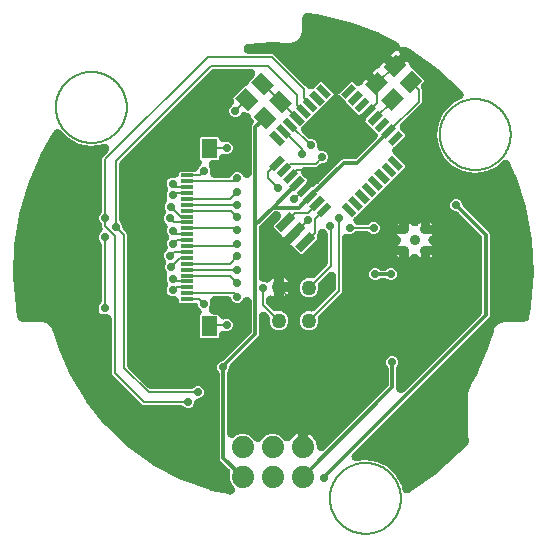
<source format=gbr>
G04 EAGLE Gerber RS-274X export*
G75*
%MOMM*%
%FSLAX34Y34*%
%LPD*%
%INTop Copper*%
%IPPOS*%
%AMOC8*
5,1,8,0,0,1.08239X$1,22.5*%
G01*
%ADD10C,0.203200*%
%ADD11C,0.908000*%
%ADD12R,0.700000X1.700000*%
%ADD13R,1.270000X0.558800*%
%ADD14R,0.558800X1.270000*%
%ADD15R,1.240000X1.500000*%
%ADD16R,1.000000X0.300000*%
%ADD17R,1.000000X1.000000*%
%ADD18C,1.879600*%
%ADD19C,1.270000*%
%ADD20C,0.711200*%
%ADD21C,0.304800*%
%ADD22C,0.152400*%

G36*
X339540Y25238D02*
X339540Y25238D01*
X339819Y25255D01*
X339825Y25256D01*
X339830Y25256D01*
X340108Y25313D01*
X340377Y25368D01*
X340383Y25370D01*
X340389Y25371D01*
X340650Y25465D01*
X340915Y25558D01*
X340920Y25561D01*
X340925Y25563D01*
X340947Y25575D01*
X341420Y25822D01*
X341537Y25906D01*
X341613Y25948D01*
X362927Y40780D01*
X363253Y41043D01*
X363326Y41096D01*
X383482Y59258D01*
X383663Y59446D01*
X383753Y59527D01*
X390754Y67143D01*
X390845Y67258D01*
X390945Y67366D01*
X391023Y67480D01*
X391109Y67588D01*
X391184Y67715D01*
X391267Y67836D01*
X391328Y67960D01*
X391398Y68079D01*
X391455Y68215D01*
X391520Y68347D01*
X391563Y68478D01*
X391616Y68606D01*
X391653Y68748D01*
X391699Y68888D01*
X391724Y69024D01*
X391758Y69158D01*
X391775Y69304D01*
X391801Y69448D01*
X391807Y69586D01*
X391822Y69724D01*
X391818Y69871D01*
X391824Y70018D01*
X391811Y70118D01*
X391806Y70293D01*
X391734Y70713D01*
X391723Y70800D01*
X391156Y73274D01*
X391156Y105839D01*
X391156Y105840D01*
X391156Y110344D01*
X392294Y114568D01*
X393393Y116460D01*
X393428Y116531D01*
X393458Y116575D01*
X399233Y127295D01*
X399344Y127542D01*
X399402Y127648D01*
X408830Y150092D01*
X408917Y150348D01*
X408964Y150460D01*
X412578Y162089D01*
X412596Y162166D01*
X412614Y162215D01*
X412791Y162856D01*
X413230Y164448D01*
X413290Y164665D01*
X416576Y168542D01*
X421188Y170679D01*
X438888Y170679D01*
X439058Y170691D01*
X439228Y170694D01*
X439342Y170711D01*
X439456Y170719D01*
X439623Y170755D01*
X439792Y170781D01*
X439901Y170814D01*
X440013Y170838D01*
X440173Y170897D01*
X440337Y170946D01*
X440441Y170995D01*
X440548Y171034D01*
X440699Y171115D01*
X440854Y171187D01*
X440950Y171249D01*
X441051Y171303D01*
X441189Y171404D01*
X441332Y171496D01*
X441418Y171572D01*
X441511Y171639D01*
X441633Y171758D01*
X441762Y171870D01*
X441837Y171957D01*
X441919Y172037D01*
X442023Y172172D01*
X442135Y172301D01*
X442198Y172397D01*
X442268Y172487D01*
X442352Y172636D01*
X442445Y172779D01*
X442493Y172883D01*
X442550Y172982D01*
X442613Y173141D01*
X442685Y173296D01*
X442708Y173379D01*
X442760Y173512D01*
X442887Y174034D01*
X442893Y174056D01*
X444472Y183272D01*
X444499Y183540D01*
X444519Y183660D01*
X446557Y211344D01*
X446558Y211785D01*
X446561Y211865D01*
X445038Y239583D01*
X444994Y239931D01*
X444993Y239953D01*
X444988Y239983D01*
X444983Y240020D01*
X444976Y240100D01*
X439917Y267394D01*
X439807Y267822D01*
X439790Y267900D01*
X431278Y294322D01*
X431114Y294731D01*
X431087Y294807D01*
X426220Y305146D01*
X426182Y305213D01*
X426152Y305283D01*
X426043Y305461D01*
X425942Y305643D01*
X425895Y305704D01*
X425855Y305770D01*
X425723Y305930D01*
X425597Y306096D01*
X425542Y306150D01*
X425493Y306210D01*
X425340Y306351D01*
X425192Y306497D01*
X425130Y306543D01*
X425073Y306595D01*
X424901Y306713D01*
X424734Y306837D01*
X424667Y306874D01*
X424604Y306917D01*
X424417Y307010D01*
X424234Y307110D01*
X424162Y307137D01*
X424094Y307171D01*
X423896Y307237D01*
X423701Y307310D01*
X423626Y307327D01*
X423553Y307351D01*
X423348Y307389D01*
X423144Y307434D01*
X423068Y307440D01*
X422992Y307454D01*
X422784Y307462D01*
X422576Y307478D01*
X422500Y307474D01*
X422423Y307477D01*
X422216Y307456D01*
X422008Y307443D01*
X421932Y307427D01*
X421856Y307420D01*
X421653Y307370D01*
X421450Y307328D01*
X421377Y307303D01*
X421303Y307284D01*
X421109Y307207D01*
X420913Y307137D01*
X420845Y307101D01*
X420774Y307073D01*
X420593Y306969D01*
X420408Y306872D01*
X420346Y306827D01*
X420279Y306789D01*
X420186Y306712D01*
X419946Y306539D01*
X419763Y306364D01*
X419670Y306288D01*
X416097Y302715D01*
X407040Y298100D01*
X397000Y296510D01*
X386960Y298100D01*
X377903Y302715D01*
X370715Y309903D01*
X366100Y318960D01*
X364510Y329000D01*
X366100Y339040D01*
X370715Y348097D01*
X377903Y355285D01*
X384983Y358892D01*
X385084Y358953D01*
X385190Y359006D01*
X385327Y359100D01*
X385471Y359186D01*
X385563Y359260D01*
X385660Y359327D01*
X385783Y359440D01*
X385913Y359545D01*
X385994Y359632D01*
X386081Y359711D01*
X386187Y359840D01*
X386301Y359962D01*
X386369Y360059D01*
X386444Y360150D01*
X386531Y360293D01*
X386627Y360430D01*
X386680Y360535D01*
X386742Y360636D01*
X386808Y360789D01*
X386884Y360939D01*
X386922Y361050D01*
X386969Y361159D01*
X387013Y361320D01*
X387067Y361478D01*
X387089Y361594D01*
X387121Y361708D01*
X387142Y361874D01*
X387173Y362038D01*
X387179Y362156D01*
X387194Y362273D01*
X387192Y362440D01*
X387200Y362607D01*
X387189Y362725D01*
X387188Y362843D01*
X387162Y363008D01*
X387147Y363174D01*
X387120Y363289D01*
X387102Y363406D01*
X387054Y363566D01*
X387015Y363729D01*
X386972Y363839D01*
X386938Y363952D01*
X386868Y364103D01*
X386807Y364259D01*
X386749Y364362D01*
X386699Y364469D01*
X386635Y364563D01*
X386526Y364755D01*
X386320Y365024D01*
X386254Y365120D01*
X385950Y365484D01*
X385644Y365802D01*
X385590Y365862D01*
X365198Y384696D01*
X364962Y384886D01*
X364818Y385003D01*
X364794Y385025D01*
X342159Y401094D01*
X341782Y401324D01*
X341715Y401368D01*
X338629Y403010D01*
X338398Y403113D01*
X338168Y403220D01*
X338137Y403229D01*
X338108Y403242D01*
X337865Y403312D01*
X337623Y403385D01*
X337591Y403390D01*
X337560Y403399D01*
X337310Y403434D01*
X337060Y403472D01*
X337028Y403473D01*
X336996Y403477D01*
X336742Y403477D01*
X336490Y403480D01*
X336458Y403476D01*
X336426Y403476D01*
X336175Y403440D01*
X335925Y403408D01*
X335894Y403399D01*
X335862Y403395D01*
X335619Y403324D01*
X335375Y403257D01*
X335346Y403245D01*
X335315Y403236D01*
X335084Y403132D01*
X334852Y403032D01*
X334825Y403015D01*
X334795Y403002D01*
X334581Y402866D01*
X334366Y402735D01*
X334341Y402715D01*
X334314Y402697D01*
X334121Y402534D01*
X333925Y402373D01*
X333904Y402349D01*
X333879Y402329D01*
X333711Y402140D01*
X333540Y401953D01*
X333522Y401927D01*
X333501Y401903D01*
X333361Y401693D01*
X333218Y401483D01*
X333203Y401455D01*
X333186Y401428D01*
X333077Y401201D01*
X332964Y400973D01*
X332954Y400943D01*
X332940Y400914D01*
X332864Y400673D01*
X332784Y400433D01*
X332778Y400401D01*
X332769Y400371D01*
X332727Y400121D01*
X332682Y399872D01*
X332680Y399840D01*
X332675Y399809D01*
X332669Y399556D01*
X332659Y399303D01*
X332662Y399271D01*
X332661Y399239D01*
X332690Y398988D01*
X332715Y398736D01*
X332723Y398705D01*
X332727Y398673D01*
X332791Y398428D01*
X332851Y398182D01*
X332863Y398153D01*
X332871Y398122D01*
X332969Y397888D01*
X333062Y397653D01*
X333078Y397626D01*
X333091Y397596D01*
X333220Y397379D01*
X333262Y397306D01*
X328950Y392994D01*
X325642Y396301D01*
X328249Y398908D01*
X328666Y399186D01*
X329128Y399378D01*
X329842Y399520D01*
X329874Y399529D01*
X329907Y399533D01*
X330149Y399604D01*
X330391Y399670D01*
X330422Y399683D01*
X330454Y399692D01*
X330684Y399796D01*
X330914Y399895D01*
X330943Y399913D01*
X330973Y399927D01*
X331186Y400061D01*
X331401Y400192D01*
X331427Y400213D01*
X331455Y400231D01*
X331647Y400394D01*
X331841Y400554D01*
X331864Y400578D01*
X331889Y400600D01*
X332057Y400789D01*
X332227Y400973D01*
X332246Y401000D01*
X332268Y401026D01*
X332408Y401237D01*
X332550Y401443D01*
X332565Y401472D01*
X332583Y401500D01*
X332692Y401728D01*
X332804Y401953D01*
X332814Y401984D01*
X332829Y402014D01*
X332905Y402255D01*
X332984Y402493D01*
X332990Y402526D01*
X333000Y402558D01*
X333042Y402806D01*
X333087Y403054D01*
X333088Y403087D01*
X333094Y403120D01*
X333100Y403371D01*
X333110Y403623D01*
X333107Y403656D01*
X333108Y403689D01*
X333079Y403940D01*
X333054Y404190D01*
X333046Y404222D01*
X333042Y404255D01*
X332978Y404499D01*
X332919Y404743D01*
X332907Y404774D01*
X332898Y404807D01*
X332801Y405040D01*
X332708Y405273D01*
X332691Y405301D01*
X332678Y405332D01*
X332549Y405550D01*
X332424Y405767D01*
X332404Y405793D01*
X332387Y405822D01*
X332228Y406019D01*
X332075Y406217D01*
X332051Y406240D01*
X332030Y406266D01*
X331846Y406439D01*
X331666Y406614D01*
X331639Y406633D01*
X331614Y406656D01*
X331535Y406709D01*
X331205Y406949D01*
X331044Y407035D01*
X330958Y407092D01*
X317209Y414408D01*
X316806Y414587D01*
X316734Y414623D01*
X290761Y424418D01*
X290338Y424545D01*
X290262Y424570D01*
X263249Y430960D01*
X262982Y431004D01*
X262864Y431032D01*
X255279Y432070D01*
X255058Y432085D01*
X254838Y432106D01*
X254774Y432103D01*
X254710Y432108D01*
X254490Y432091D01*
X254268Y432082D01*
X254206Y432070D01*
X254142Y432065D01*
X253926Y432018D01*
X253708Y431978D01*
X253648Y431957D01*
X253585Y431944D01*
X253378Y431867D01*
X253168Y431796D01*
X253111Y431768D01*
X253051Y431746D01*
X252856Y431640D01*
X252659Y431541D01*
X252606Y431505D01*
X252550Y431475D01*
X252372Y431343D01*
X252190Y431217D01*
X252143Y431174D01*
X252092Y431136D01*
X251934Y430981D01*
X251771Y430831D01*
X251730Y430782D01*
X251685Y430737D01*
X251551Y430562D01*
X251410Y430390D01*
X251377Y430335D01*
X251338Y430285D01*
X251229Y430092D01*
X251115Y429903D01*
X251090Y429844D01*
X251058Y429789D01*
X250977Y429582D01*
X250890Y429379D01*
X250874Y429318D01*
X250850Y429258D01*
X250799Y429043D01*
X250741Y428829D01*
X250736Y428778D01*
X250719Y428704D01*
X250666Y428136D01*
X250668Y428082D01*
X250665Y428044D01*
X250665Y420552D01*
X250665Y420551D01*
X250665Y415846D01*
X248766Y411462D01*
X245282Y408193D01*
X240786Y406577D01*
X238402Y406729D01*
X238318Y406728D01*
X238262Y406735D01*
X225318Y407116D01*
X225022Y407104D01*
X224901Y407107D01*
X204708Y405626D01*
X204573Y405607D01*
X204437Y405597D01*
X204291Y405566D01*
X204144Y405545D01*
X204013Y405507D01*
X203880Y405478D01*
X203740Y405427D01*
X203597Y405385D01*
X203473Y405329D01*
X203344Y405282D01*
X203213Y405212D01*
X203078Y405151D01*
X202962Y405078D01*
X202842Y405014D01*
X202722Y404926D01*
X202596Y404846D01*
X202492Y404758D01*
X202382Y404677D01*
X202276Y404574D01*
X202162Y404477D01*
X202072Y404375D01*
X201974Y404280D01*
X201883Y404162D01*
X201784Y404051D01*
X201709Y403937D01*
X201625Y403829D01*
X201552Y403700D01*
X201469Y403576D01*
X201410Y403453D01*
X201343Y403334D01*
X201288Y403196D01*
X201224Y403062D01*
X201183Y402932D01*
X201133Y402805D01*
X201098Y402660D01*
X201053Y402518D01*
X201031Y402384D01*
X200999Y402251D01*
X200984Y402103D01*
X200960Y401956D01*
X200957Y401820D01*
X200943Y401684D01*
X200950Y401535D01*
X200946Y401386D01*
X200962Y401251D01*
X200968Y401114D01*
X200995Y400968D01*
X201012Y400820D01*
X201047Y400689D01*
X201072Y400554D01*
X201119Y400413D01*
X201157Y400269D01*
X201210Y400144D01*
X201253Y400014D01*
X201320Y399881D01*
X201377Y399744D01*
X201447Y399627D01*
X201508Y399505D01*
X201593Y399382D01*
X201669Y399254D01*
X201755Y399148D01*
X201832Y399036D01*
X201933Y398926D01*
X202026Y398811D01*
X202126Y398717D01*
X202218Y398617D01*
X202334Y398523D01*
X202442Y398421D01*
X202554Y398343D01*
X202660Y398256D01*
X202787Y398179D01*
X202908Y398093D01*
X203030Y398031D01*
X203147Y397961D01*
X203283Y397902D01*
X203416Y397834D01*
X203545Y397790D01*
X203670Y397736D01*
X203814Y397697D01*
X203955Y397649D01*
X204089Y397623D01*
X204220Y397587D01*
X204326Y397577D01*
X204514Y397541D01*
X204760Y397535D01*
X205005Y397511D01*
X225100Y397511D01*
X226034Y397124D01*
X227320Y395838D01*
X252752Y370406D01*
X254187Y368971D01*
X254262Y368848D01*
X254333Y368761D01*
X254397Y368669D01*
X254514Y368541D01*
X254624Y368408D01*
X254706Y368332D01*
X254782Y368249D01*
X254916Y368140D01*
X255044Y368023D01*
X255136Y367959D01*
X255223Y367888D01*
X255370Y367798D01*
X255513Y367700D01*
X255614Y367650D01*
X255710Y367592D01*
X255868Y367524D01*
X256023Y367447D01*
X256130Y367411D01*
X256233Y367367D01*
X256400Y367321D01*
X256564Y367267D01*
X256675Y367246D01*
X256783Y367217D01*
X256955Y367195D01*
X257125Y367164D01*
X257237Y367160D01*
X257348Y367146D01*
X257521Y367148D01*
X257694Y367141D01*
X257806Y367152D01*
X257918Y367154D01*
X258089Y367181D01*
X258261Y367198D01*
X258370Y367225D01*
X258481Y367242D01*
X258646Y367292D01*
X258814Y367333D01*
X258919Y367375D01*
X259026Y367408D01*
X259183Y367481D01*
X259343Y367545D01*
X259441Y367601D01*
X259543Y367649D01*
X259688Y367743D01*
X259837Y367829D01*
X259903Y367883D01*
X260020Y367959D01*
X260437Y368321D01*
X260446Y368329D01*
X261173Y369056D01*
X265640Y373523D01*
X266903Y373523D01*
X276467Y363959D01*
X276641Y363808D01*
X276810Y363652D01*
X276856Y363621D01*
X276897Y363585D01*
X277090Y363460D01*
X277280Y363330D01*
X277329Y363305D01*
X277375Y363275D01*
X277584Y363178D01*
X277790Y363076D01*
X277842Y363059D01*
X277892Y363035D01*
X277949Y363018D01*
X277783Y362946D01*
X277570Y362861D01*
X277523Y362834D01*
X277472Y362812D01*
X277275Y362692D01*
X277076Y362578D01*
X277042Y362549D01*
X276986Y362515D01*
X276545Y362153D01*
X276501Y362105D01*
X276467Y362077D01*
X272309Y357919D01*
X250739Y336349D01*
X250588Y336176D01*
X250433Y336006D01*
X250402Y335961D01*
X250366Y335919D01*
X250241Y335726D01*
X250110Y335536D01*
X250086Y335487D01*
X250056Y335441D01*
X249959Y335232D01*
X249857Y335026D01*
X249839Y334974D01*
X249816Y334924D01*
X249749Y334704D01*
X249677Y334485D01*
X249667Y334432D01*
X249651Y334379D01*
X249616Y334152D01*
X249574Y333925D01*
X249572Y333870D01*
X249564Y333816D01*
X249560Y333586D01*
X249551Y333356D01*
X249557Y333301D01*
X249556Y333246D01*
X249585Y333018D01*
X249608Y332789D01*
X249621Y332736D01*
X249628Y332681D01*
X249689Y332458D01*
X249743Y332235D01*
X249764Y332184D01*
X249778Y332131D01*
X249870Y331919D01*
X249955Y331706D01*
X249982Y331659D01*
X250004Y331608D01*
X250124Y331411D01*
X250239Y331212D01*
X250267Y331178D01*
X250301Y331122D01*
X250663Y330682D01*
X250711Y330637D01*
X250739Y330603D01*
X255286Y326057D01*
X255331Y326017D01*
X255372Y325973D01*
X255547Y325830D01*
X255716Y325683D01*
X255766Y325650D01*
X255813Y325612D01*
X256006Y325495D01*
X256194Y325373D01*
X256249Y325348D01*
X256300Y325317D01*
X256507Y325228D01*
X256711Y325133D01*
X256769Y325116D01*
X256824Y325092D01*
X257041Y325033D01*
X257256Y324968D01*
X257316Y324959D01*
X257374Y324943D01*
X257491Y324932D01*
X257819Y324881D01*
X258044Y324878D01*
X258159Y324867D01*
X259075Y324867D01*
X260942Y324093D01*
X262371Y322664D01*
X263145Y320797D01*
X263145Y319024D01*
X263161Y318795D01*
X263171Y318564D01*
X263181Y318510D01*
X263185Y318456D01*
X263233Y318230D01*
X263275Y318004D01*
X263292Y317952D01*
X263304Y317898D01*
X263383Y317682D01*
X263456Y317464D01*
X263481Y317415D01*
X263500Y317363D01*
X263608Y317160D01*
X263711Y316955D01*
X263742Y316909D01*
X263768Y316861D01*
X263904Y316675D01*
X264035Y316486D01*
X264072Y316445D01*
X264105Y316401D01*
X264265Y316236D01*
X264421Y316067D01*
X264464Y316032D01*
X264502Y315993D01*
X264684Y315852D01*
X264862Y315706D01*
X264910Y315678D01*
X264953Y315644D01*
X265153Y315530D01*
X265350Y315411D01*
X265400Y315389D01*
X265448Y315362D01*
X265662Y315277D01*
X265873Y315186D01*
X265926Y315172D01*
X265977Y315152D01*
X266202Y315097D01*
X266423Y315037D01*
X266467Y315033D01*
X266531Y315017D01*
X267098Y314962D01*
X267164Y314965D01*
X267208Y314961D01*
X268473Y314961D01*
X270340Y314187D01*
X271769Y312758D01*
X272543Y310891D01*
X272543Y308869D01*
X271769Y307002D01*
X270340Y305573D01*
X268473Y304799D01*
X267657Y304799D01*
X267597Y304795D01*
X267537Y304797D01*
X267313Y304775D01*
X267089Y304759D01*
X267030Y304747D01*
X266970Y304741D01*
X266752Y304687D01*
X266532Y304640D01*
X266475Y304620D01*
X266417Y304605D01*
X266208Y304522D01*
X265997Y304444D01*
X265943Y304416D01*
X265887Y304394D01*
X265693Y304282D01*
X265494Y304176D01*
X265446Y304140D01*
X265393Y304110D01*
X265302Y304035D01*
X265034Y303839D01*
X264873Y303682D01*
X264784Y303609D01*
X263270Y302095D01*
X262336Y301708D01*
X253379Y301708D01*
X253320Y301704D01*
X253261Y301706D01*
X253036Y301684D01*
X252810Y301668D01*
X252752Y301656D01*
X252694Y301650D01*
X252474Y301596D01*
X252253Y301549D01*
X252198Y301529D01*
X252140Y301515D01*
X251931Y301431D01*
X251718Y301353D01*
X251666Y301325D01*
X251611Y301304D01*
X251416Y301191D01*
X251216Y301084D01*
X251168Y301050D01*
X251117Y301020D01*
X250939Y300882D01*
X250756Y300748D01*
X250713Y300707D01*
X250667Y300671D01*
X250510Y300509D01*
X250347Y300351D01*
X250311Y300304D01*
X250270Y300262D01*
X250137Y300079D01*
X249999Y299900D01*
X249970Y299849D01*
X249935Y299801D01*
X249828Y299601D01*
X249716Y299405D01*
X249695Y299350D01*
X249667Y299298D01*
X249590Y299086D01*
X249506Y298875D01*
X249492Y298818D01*
X249472Y298763D01*
X249425Y298542D01*
X249372Y298322D01*
X249366Y298263D01*
X249354Y298205D01*
X249339Y297980D01*
X249317Y297755D01*
X249319Y297696D01*
X249315Y297637D01*
X249327Y297520D01*
X249341Y297185D01*
X249382Y296966D01*
X249393Y296852D01*
X249425Y296693D01*
X249486Y296470D01*
X249541Y296245D01*
X249561Y296195D01*
X249575Y296144D01*
X249667Y295931D01*
X249753Y295716D01*
X249779Y295670D01*
X249801Y295620D01*
X249921Y295423D01*
X250036Y295222D01*
X250064Y295188D01*
X250097Y295134D01*
X250459Y294693D01*
X250508Y294648D01*
X250537Y294613D01*
X252916Y292234D01*
X253091Y292082D01*
X253262Y291926D01*
X253306Y291895D01*
X253346Y291860D01*
X253541Y291734D01*
X253732Y291603D01*
X253780Y291580D01*
X253824Y291550D01*
X254035Y291453D01*
X254242Y291350D01*
X254283Y291337D01*
X254341Y291311D01*
X254887Y291145D01*
X254953Y291135D01*
X254997Y291122D01*
X255032Y291115D01*
X254965Y291038D01*
X254932Y290988D01*
X254894Y290941D01*
X254865Y290893D01*
X254832Y290850D01*
X254749Y290704D01*
X254655Y290560D01*
X254630Y290505D01*
X254599Y290454D01*
X254577Y290403D01*
X254550Y290355D01*
X254488Y290198D01*
X254416Y290043D01*
X254398Y289986D01*
X254374Y289930D01*
X254360Y289877D01*
X254340Y289826D01*
X254300Y289661D01*
X254250Y289498D01*
X254241Y289438D01*
X254225Y289380D01*
X254221Y289336D01*
X254206Y289272D01*
X254189Y289103D01*
X254163Y288935D01*
X254161Y288820D01*
X254150Y288705D01*
X254153Y288639D01*
X254149Y288595D01*
X254157Y288480D01*
X254155Y288365D01*
X254170Y288251D01*
X254175Y288136D01*
X254185Y288082D01*
X254189Y288027D01*
X254213Y287914D01*
X254227Y287800D01*
X254258Y287689D01*
X254279Y287575D01*
X254296Y287523D01*
X254308Y287470D01*
X254348Y287361D01*
X254378Y287250D01*
X254423Y287145D01*
X254460Y287035D01*
X254485Y286986D01*
X254504Y286935D01*
X254558Y286832D01*
X254604Y286727D01*
X254663Y286630D01*
X254715Y286526D01*
X254747Y286481D01*
X254772Y286432D01*
X254841Y286338D01*
X254900Y286241D01*
X254973Y286153D01*
X255039Y286057D01*
X255076Y286016D01*
X255109Y285972D01*
X255190Y285889D01*
X255262Y285801D01*
X255346Y285724D01*
X255425Y285638D01*
X255468Y285603D01*
X255506Y285564D01*
X255599Y285492D01*
X255682Y285416D01*
X255776Y285351D01*
X255866Y285277D01*
X255914Y285249D01*
X255957Y285215D01*
X256059Y285157D01*
X256152Y285093D01*
X256254Y285042D01*
X256354Y284982D01*
X256404Y284960D01*
X256452Y284933D01*
X256561Y284890D01*
X256662Y284839D01*
X256771Y284803D01*
X256877Y284757D01*
X256930Y284743D01*
X256981Y284723D01*
X257095Y284695D01*
X257203Y284659D01*
X257316Y284639D01*
X257427Y284608D01*
X257471Y284604D01*
X257535Y284589D01*
X257651Y284577D01*
X257764Y284557D01*
X257933Y284550D01*
X258102Y284533D01*
X258168Y284536D01*
X258212Y284532D01*
X258272Y284536D01*
X258333Y284534D01*
X258502Y284551D01*
X258672Y284558D01*
X258725Y284568D01*
X258781Y284572D01*
X258840Y284585D01*
X258900Y284591D01*
X259066Y284631D01*
X259232Y284662D01*
X259283Y284679D01*
X259338Y284691D01*
X259394Y284712D01*
X259453Y284726D01*
X259613Y284790D01*
X259772Y284843D01*
X259820Y284868D01*
X259873Y284887D01*
X259926Y284915D01*
X259982Y284938D01*
X260131Y285023D01*
X260281Y285098D01*
X260326Y285129D01*
X260375Y285156D01*
X260424Y285191D01*
X260477Y285221D01*
X260567Y285296D01*
X260750Y285422D01*
X260790Y285459D01*
X260835Y285492D01*
X260997Y285649D01*
X261085Y285722D01*
X262066Y286703D01*
X262290Y286726D01*
X262344Y286739D01*
X262398Y286746D01*
X262621Y286806D01*
X262844Y286861D01*
X262895Y286881D01*
X262948Y286896D01*
X263159Y286987D01*
X263373Y287073D01*
X263421Y287100D01*
X263471Y287122D01*
X263667Y287242D01*
X263867Y287356D01*
X263901Y287384D01*
X263957Y287419D01*
X264397Y287781D01*
X264442Y287829D01*
X264476Y287857D01*
X282828Y306209D01*
X284258Y307639D01*
X285378Y308103D01*
X294352Y308103D01*
X294413Y308107D01*
X294473Y308105D01*
X294696Y308127D01*
X294921Y308143D01*
X294980Y308155D01*
X295040Y308161D01*
X295258Y308215D01*
X295478Y308262D01*
X295535Y308282D01*
X295593Y308297D01*
X295802Y308380D01*
X296013Y308458D01*
X296066Y308486D01*
X296122Y308508D01*
X296317Y308620D01*
X296515Y308726D01*
X296564Y308762D01*
X296617Y308792D01*
X296708Y308867D01*
X296975Y309063D01*
X297136Y309220D01*
X297226Y309293D01*
X313238Y325305D01*
X313389Y325479D01*
X313545Y325649D01*
X313576Y325694D01*
X313612Y325736D01*
X313737Y325929D01*
X313867Y326119D01*
X313892Y326168D01*
X313922Y326214D01*
X314018Y326423D01*
X314121Y326629D01*
X314138Y326681D01*
X314162Y326731D01*
X314228Y326951D01*
X314301Y327169D01*
X314311Y327223D01*
X314327Y327276D01*
X314362Y327503D01*
X314403Y327730D01*
X314406Y327785D01*
X314414Y327839D01*
X314417Y328069D01*
X314426Y328299D01*
X314421Y328354D01*
X314422Y328409D01*
X314393Y328637D01*
X314370Y328866D01*
X314357Y328919D01*
X314350Y328974D01*
X314289Y329196D01*
X314234Y329420D01*
X314214Y329471D01*
X314199Y329524D01*
X314108Y329735D01*
X314022Y329949D01*
X313995Y329996D01*
X313973Y330047D01*
X313854Y330243D01*
X313739Y330443D01*
X313711Y330477D01*
X313677Y330533D01*
X313315Y330973D01*
X313266Y331017D01*
X313238Y331052D01*
X310566Y333724D01*
X305764Y338526D01*
X305589Y338678D01*
X305418Y338834D01*
X305374Y338864D01*
X305334Y338900D01*
X305139Y339026D01*
X304949Y339157D01*
X304901Y339180D01*
X304856Y339209D01*
X304645Y339307D01*
X304438Y339410D01*
X304397Y339422D01*
X304339Y339449D01*
X303793Y339615D01*
X303727Y339625D01*
X303683Y339638D01*
X303648Y339645D01*
X303715Y339722D01*
X303747Y339772D01*
X303786Y339819D01*
X303815Y339867D01*
X303848Y339910D01*
X303931Y340056D01*
X304025Y340200D01*
X304050Y340255D01*
X304081Y340306D01*
X304103Y340357D01*
X304130Y340405D01*
X304192Y340562D01*
X304264Y340717D01*
X304282Y340774D01*
X304306Y340830D01*
X304320Y340883D01*
X304340Y340934D01*
X304380Y341099D01*
X304430Y341262D01*
X304439Y341322D01*
X304455Y341380D01*
X304459Y341424D01*
X304474Y341488D01*
X304491Y341657D01*
X304517Y341825D01*
X304519Y341940D01*
X304530Y342055D01*
X304527Y342121D01*
X304531Y342165D01*
X304523Y342280D01*
X304525Y342395D01*
X304510Y342509D01*
X304505Y342624D01*
X304495Y342678D01*
X304491Y342733D01*
X304467Y342846D01*
X304453Y342960D01*
X304422Y343071D01*
X304401Y343185D01*
X304384Y343237D01*
X304372Y343290D01*
X304332Y343399D01*
X304302Y343510D01*
X304257Y343615D01*
X304220Y343725D01*
X304195Y343774D01*
X304176Y343825D01*
X304122Y343928D01*
X304076Y344033D01*
X304017Y344130D01*
X303965Y344234D01*
X303933Y344279D01*
X303908Y344328D01*
X303839Y344422D01*
X303779Y344519D01*
X303707Y344607D01*
X303641Y344703D01*
X303604Y344743D01*
X303571Y344788D01*
X303490Y344871D01*
X303418Y344959D01*
X303334Y345036D01*
X303255Y345122D01*
X303212Y345157D01*
X303174Y345196D01*
X303081Y345268D01*
X302998Y345344D01*
X302904Y345408D01*
X302814Y345483D01*
X302766Y345511D01*
X302723Y345545D01*
X302621Y345603D01*
X302528Y345667D01*
X302426Y345718D01*
X302326Y345778D01*
X302276Y345800D01*
X302228Y345827D01*
X302119Y345870D01*
X302018Y345921D01*
X301909Y345957D01*
X301803Y346003D01*
X301750Y346017D01*
X301699Y346037D01*
X301585Y346065D01*
X301477Y346101D01*
X301364Y346121D01*
X301253Y346152D01*
X301209Y346156D01*
X301145Y346171D01*
X301029Y346182D01*
X300916Y346203D01*
X300747Y346210D01*
X300578Y346227D01*
X300512Y346224D01*
X300468Y346228D01*
X300407Y346224D01*
X300347Y346226D01*
X300178Y346209D01*
X300008Y346202D01*
X299955Y346192D01*
X299899Y346188D01*
X299840Y346175D01*
X299780Y346169D01*
X299614Y346129D01*
X299448Y346098D01*
X299397Y346081D01*
X299342Y346069D01*
X299285Y346048D01*
X299227Y346034D01*
X299067Y345970D01*
X298908Y345917D01*
X298860Y345892D01*
X298807Y345873D01*
X298754Y345845D01*
X298698Y345822D01*
X298548Y345737D01*
X298398Y345662D01*
X298354Y345631D01*
X298305Y345604D01*
X298256Y345569D01*
X298203Y345539D01*
X298113Y345464D01*
X297947Y345350D01*
X297941Y345380D01*
X297880Y345604D01*
X297825Y345829D01*
X297805Y345878D01*
X297791Y345930D01*
X297700Y346142D01*
X297613Y346358D01*
X297587Y346404D01*
X297566Y346453D01*
X297445Y346651D01*
X297330Y346852D01*
X297302Y346885D01*
X297269Y346940D01*
X296908Y347380D01*
X296858Y347426D01*
X296829Y347461D01*
X287938Y356352D01*
X282213Y362077D01*
X282039Y362228D01*
X281870Y362383D01*
X281824Y362414D01*
X281783Y362450D01*
X281590Y362576D01*
X281400Y362706D01*
X281351Y362730D01*
X281305Y362760D01*
X281096Y362857D01*
X280890Y362960D01*
X280838Y362977D01*
X280788Y363000D01*
X280731Y363017D01*
X280896Y363089D01*
X281110Y363174D01*
X281158Y363202D01*
X281208Y363224D01*
X281405Y363343D01*
X281604Y363458D01*
X281638Y363486D01*
X281694Y363520D01*
X282135Y363882D01*
X282179Y363931D01*
X282213Y363959D01*
X291777Y373523D01*
X293040Y373523D01*
X295191Y371372D01*
X295321Y371259D01*
X295445Y371138D01*
X295536Y371072D01*
X295621Y370998D01*
X295766Y370904D01*
X295906Y370803D01*
X296005Y370750D01*
X296099Y370689D01*
X296256Y370616D01*
X296409Y370535D01*
X296514Y370496D01*
X296616Y370449D01*
X296782Y370399D01*
X296944Y370339D01*
X297054Y370316D01*
X297162Y370283D01*
X297332Y370257D01*
X297501Y370221D01*
X297613Y370213D01*
X297725Y370196D01*
X297897Y370194D01*
X298070Y370182D01*
X298182Y370190D01*
X298294Y370188D01*
X298465Y370210D01*
X298638Y370223D01*
X298748Y370246D01*
X298860Y370261D01*
X299026Y370306D01*
X299195Y370342D01*
X299301Y370381D01*
X299409Y370411D01*
X299568Y370479D01*
X299730Y370539D01*
X299829Y370592D01*
X299932Y370637D01*
X300080Y370727D01*
X300232Y370809D01*
X300322Y370875D01*
X300419Y370934D01*
X300552Y371043D01*
X300691Y371146D01*
X300772Y371224D01*
X300859Y371295D01*
X300976Y371423D01*
X301099Y371544D01*
X301168Y371632D01*
X301244Y371715D01*
X301342Y371858D01*
X301447Y371995D01*
X301487Y372070D01*
X301566Y372185D01*
X301812Y372679D01*
X301818Y372690D01*
X301821Y372696D01*
X302099Y373112D01*
X304706Y375719D01*
X310886Y369539D01*
X311060Y369388D01*
X311229Y369232D01*
X311275Y369201D01*
X311316Y369165D01*
X311509Y369040D01*
X311699Y368910D01*
X311748Y368885D01*
X311794Y368855D01*
X312003Y368758D01*
X312209Y368656D01*
X312261Y368639D01*
X312311Y368615D01*
X312531Y368549D01*
X312750Y368476D01*
X312804Y368466D01*
X312856Y368450D01*
X313084Y368415D01*
X313310Y368373D01*
X313365Y368371D01*
X313420Y368363D01*
X313649Y368360D01*
X313880Y368350D01*
X313934Y368356D01*
X313989Y368355D01*
X314218Y368384D01*
X314447Y368407D01*
X314500Y368420D01*
X314554Y368427D01*
X314777Y368488D01*
X315000Y368543D01*
X315051Y368563D01*
X315104Y368578D01*
X315315Y368669D01*
X315529Y368754D01*
X315577Y368782D01*
X315627Y368804D01*
X315824Y368923D01*
X316023Y369038D01*
X316058Y369066D01*
X316114Y369100D01*
X316554Y369462D01*
X316572Y369483D01*
X316598Y369511D01*
X316632Y369539D01*
X316633Y369539D01*
X316784Y369713D01*
X316939Y369882D01*
X316970Y369928D01*
X317006Y369969D01*
X317131Y370162D01*
X317262Y370352D01*
X317286Y370401D01*
X317316Y370447D01*
X317413Y370656D01*
X317515Y370862D01*
X317533Y370914D01*
X317556Y370964D01*
X317623Y371185D01*
X317695Y371403D01*
X317705Y371457D01*
X317721Y371509D01*
X317756Y371737D01*
X317798Y371963D01*
X317800Y372018D01*
X317808Y372073D01*
X317811Y372302D01*
X317821Y372533D01*
X317815Y372587D01*
X317816Y372642D01*
X317787Y372871D01*
X317764Y373100D01*
X317751Y373153D01*
X317744Y373208D01*
X317683Y373430D01*
X317628Y373653D01*
X317608Y373704D01*
X317594Y373757D01*
X317502Y373968D01*
X317417Y374182D01*
X317389Y374230D01*
X317368Y374280D01*
X317248Y374477D01*
X317133Y374676D01*
X317105Y374711D01*
X317071Y374767D01*
X316709Y375207D01*
X316661Y375251D01*
X316633Y375285D01*
X310452Y381466D01*
X313059Y384073D01*
X313475Y384351D01*
X313997Y384567D01*
X314145Y384599D01*
X314250Y384637D01*
X314357Y384666D01*
X314517Y384735D01*
X314680Y384795D01*
X314778Y384848D01*
X314880Y384892D01*
X315029Y384982D01*
X315182Y385065D01*
X315272Y385131D01*
X315367Y385188D01*
X315501Y385299D01*
X315642Y385402D01*
X315721Y385479D01*
X315807Y385550D01*
X315925Y385678D01*
X316049Y385800D01*
X316117Y385888D01*
X316192Y385970D01*
X316291Y386113D01*
X316397Y386251D01*
X316437Y386326D01*
X316515Y386439D01*
X316765Y386941D01*
X316768Y386947D01*
X317011Y387532D01*
X317289Y387948D01*
X319896Y390555D01*
X326076Y384374D01*
X326250Y384223D01*
X326420Y384068D01*
X326465Y384037D01*
X326506Y384001D01*
X326700Y383876D01*
X326889Y383745D01*
X326938Y383721D01*
X326985Y383691D01*
X327194Y383594D01*
X327399Y383492D01*
X327452Y383474D01*
X327501Y383451D01*
X327722Y383384D01*
X327940Y383312D01*
X327994Y383302D01*
X328047Y383286D01*
X328274Y383251D01*
X328501Y383209D01*
X328556Y383207D01*
X328610Y383199D01*
X328839Y383195D01*
X329070Y383186D01*
X329071Y383186D01*
X329125Y383192D01*
X329180Y383191D01*
X329409Y383220D01*
X329638Y383243D01*
X329691Y383256D01*
X329745Y383263D01*
X329968Y383324D01*
X330191Y383379D01*
X330242Y383399D01*
X330295Y383413D01*
X330506Y383505D01*
X330720Y383590D01*
X330768Y383618D01*
X330818Y383639D01*
X331015Y383759D01*
X331214Y383874D01*
X331249Y383902D01*
X331305Y383936D01*
X331745Y384298D01*
X331789Y384346D01*
X331823Y384374D01*
X338923Y391474D01*
X340611Y389786D01*
X340889Y389370D01*
X341080Y388908D01*
X341202Y388295D01*
X341233Y388183D01*
X341254Y388068D01*
X341308Y387908D01*
X341352Y387746D01*
X341398Y387638D01*
X341435Y387528D01*
X341511Y387377D01*
X341578Y387222D01*
X341638Y387123D01*
X341690Y387018D01*
X341786Y386880D01*
X341874Y386736D01*
X341948Y386646D01*
X342014Y386550D01*
X342129Y386426D01*
X342236Y386295D01*
X342321Y386217D01*
X342401Y386131D01*
X342531Y386024D01*
X342655Y385910D01*
X342751Y385844D01*
X342842Y385770D01*
X342986Y385682D01*
X343125Y385587D01*
X343229Y385535D01*
X343329Y385474D01*
X343484Y385408D01*
X343620Y385340D01*
X353597Y375363D01*
X353597Y374100D01*
X352293Y372796D01*
X352291Y372794D01*
X352289Y372792D01*
X352097Y372571D01*
X351919Y372366D01*
X351917Y372363D01*
X351916Y372361D01*
X351765Y372128D01*
X351609Y371887D01*
X351608Y371885D01*
X351606Y371883D01*
X351488Y371627D01*
X351369Y371371D01*
X351368Y371368D01*
X351367Y371365D01*
X351282Y371082D01*
X351204Y370825D01*
X351203Y370823D01*
X351203Y370820D01*
X351159Y370533D01*
X351117Y370262D01*
X351117Y370260D01*
X351116Y370257D01*
X351113Y369966D01*
X351109Y369693D01*
X351109Y369690D01*
X351109Y369687D01*
X351145Y369408D01*
X351181Y369127D01*
X351182Y369125D01*
X351182Y369122D01*
X351186Y369109D01*
X351331Y368578D01*
X351387Y368450D01*
X351412Y368368D01*
X351791Y367453D01*
X351791Y356365D01*
X351404Y355431D01*
X334141Y338168D01*
X333990Y337994D01*
X333835Y337825D01*
X333804Y337779D01*
X333768Y337738D01*
X333642Y337545D01*
X333512Y337355D01*
X333488Y337306D01*
X333458Y337260D01*
X333361Y337051D01*
X333258Y336845D01*
X333241Y336793D01*
X333218Y336743D01*
X333151Y336522D01*
X333078Y336304D01*
X333069Y336250D01*
X333053Y336198D01*
X333017Y335970D01*
X332976Y335744D01*
X332974Y335689D01*
X332965Y335635D01*
X332962Y335405D01*
X332953Y335174D01*
X332958Y335120D01*
X332958Y335065D01*
X332987Y334836D01*
X333010Y334607D01*
X333023Y334554D01*
X333030Y334500D01*
X333091Y334277D01*
X333145Y334054D01*
X333166Y334003D01*
X333180Y333950D01*
X333272Y333738D01*
X333357Y333525D01*
X333384Y333477D01*
X333406Y333427D01*
X333526Y333230D01*
X333640Y333031D01*
X333669Y332996D01*
X333703Y332941D01*
X334065Y332500D01*
X334113Y332456D01*
X334141Y332422D01*
X337483Y329080D01*
X337483Y327817D01*
X327919Y318253D01*
X327768Y318079D01*
X327612Y317910D01*
X327581Y317864D01*
X327545Y317823D01*
X327420Y317630D01*
X327290Y317440D01*
X327265Y317391D01*
X327235Y317345D01*
X327138Y317136D01*
X327036Y316930D01*
X327019Y316878D01*
X326995Y316828D01*
X326929Y316607D01*
X326856Y316389D01*
X326846Y316335D01*
X326830Y316283D01*
X326795Y316055D01*
X326753Y315829D01*
X326751Y315774D01*
X326743Y315720D01*
X326740Y315490D01*
X326730Y315259D01*
X326736Y315205D01*
X326735Y315150D01*
X326764Y314921D01*
X326787Y314692D01*
X326800Y314639D01*
X326807Y314585D01*
X326868Y314362D01*
X326923Y314139D01*
X326943Y314088D01*
X326958Y314035D01*
X327049Y313824D01*
X327134Y313610D01*
X327162Y313562D01*
X327184Y313512D01*
X327303Y313315D01*
X327418Y313116D01*
X327446Y313082D01*
X327480Y313026D01*
X327842Y312585D01*
X327891Y312541D01*
X327919Y312507D01*
X337483Y302943D01*
X337483Y301680D01*
X297507Y261704D01*
X295089Y259286D01*
X295014Y259199D01*
X294931Y259119D01*
X294827Y258984D01*
X294716Y258856D01*
X294653Y258759D01*
X294582Y258668D01*
X294498Y258521D01*
X294406Y258378D01*
X294357Y258273D01*
X294300Y258173D01*
X294237Y258015D01*
X294166Y257861D01*
X294132Y257751D01*
X294090Y257644D01*
X294050Y257478D01*
X294001Y257316D01*
X293983Y257202D01*
X293956Y257090D01*
X293939Y256920D01*
X293913Y256753D01*
X293912Y256638D01*
X293901Y256523D01*
X293908Y256353D01*
X293906Y256183D01*
X293920Y256069D01*
X293925Y255953D01*
X293956Y255786D01*
X293978Y255618D01*
X294008Y255506D01*
X294029Y255393D01*
X294083Y255232D01*
X294128Y255068D01*
X294174Y254962D01*
X294210Y254853D01*
X294287Y254701D01*
X294354Y254545D01*
X294414Y254447D01*
X294466Y254344D01*
X294562Y254203D01*
X294651Y254059D01*
X294724Y253970D01*
X294789Y253875D01*
X294905Y253750D01*
X295013Y253618D01*
X295098Y253541D01*
X295176Y253456D01*
X295307Y253348D01*
X295433Y253233D01*
X295527Y253168D01*
X295617Y253095D01*
X295762Y253007D01*
X295902Y252911D01*
X296006Y252859D01*
X296104Y252800D01*
X296260Y252733D01*
X296412Y252657D01*
X296522Y252621D01*
X296628Y252575D01*
X296792Y252531D01*
X296953Y252477D01*
X297066Y252456D01*
X297178Y252426D01*
X297292Y252415D01*
X297514Y252375D01*
X297845Y252361D01*
X297962Y252350D01*
X304695Y252350D01*
X304756Y252354D01*
X304816Y252352D01*
X305039Y252374D01*
X305264Y252390D01*
X305323Y252402D01*
X305383Y252408D01*
X305601Y252462D01*
X305821Y252509D01*
X305878Y252529D01*
X305936Y252544D01*
X306145Y252627D01*
X306356Y252705D01*
X306409Y252733D01*
X306465Y252755D01*
X306660Y252867D01*
X306859Y252973D01*
X306907Y253009D01*
X306960Y253039D01*
X307051Y253114D01*
X307318Y253310D01*
X307480Y253467D01*
X307569Y253540D01*
X308145Y254116D01*
X310012Y254890D01*
X312034Y254890D01*
X313901Y254116D01*
X315330Y252687D01*
X316104Y250820D01*
X316104Y248798D01*
X315330Y246931D01*
X313901Y245502D01*
X312034Y244728D01*
X310012Y244728D01*
X308145Y245502D01*
X307569Y246078D01*
X307523Y246118D01*
X307482Y246162D01*
X307308Y246304D01*
X307138Y246452D01*
X307088Y246485D01*
X307041Y246523D01*
X306849Y246640D01*
X306660Y246762D01*
X306605Y246787D01*
X306554Y246818D01*
X306347Y246907D01*
X306143Y247002D01*
X306086Y247019D01*
X306030Y247043D01*
X305813Y247101D01*
X305598Y247167D01*
X305538Y247176D01*
X305480Y247192D01*
X305363Y247203D01*
X305035Y247254D01*
X304810Y247257D01*
X304695Y247268D01*
X297031Y247268D01*
X296970Y247264D01*
X296910Y247266D01*
X296687Y247244D01*
X296462Y247228D01*
X296403Y247216D01*
X296343Y247210D01*
X296125Y247156D01*
X295905Y247109D01*
X295848Y247089D01*
X295790Y247074D01*
X295581Y246991D01*
X295370Y246913D01*
X295317Y246885D01*
X295261Y246863D01*
X295066Y246751D01*
X294867Y246645D01*
X294819Y246609D01*
X294766Y246579D01*
X294675Y246504D01*
X294408Y246308D01*
X294246Y246151D01*
X294157Y246078D01*
X293708Y245629D01*
X291841Y244855D01*
X289813Y244855D01*
X289681Y244899D01*
X289521Y244963D01*
X289411Y244990D01*
X289305Y245025D01*
X289135Y245057D01*
X288967Y245097D01*
X288855Y245108D01*
X288744Y245129D01*
X288572Y245136D01*
X288400Y245153D01*
X288287Y245148D01*
X288175Y245152D01*
X288003Y245135D01*
X287830Y245128D01*
X287720Y245107D01*
X287608Y245096D01*
X287440Y245055D01*
X287270Y245024D01*
X287164Y244988D01*
X287054Y244962D01*
X286894Y244898D01*
X286730Y244843D01*
X286629Y244792D01*
X286525Y244751D01*
X286375Y244665D01*
X286221Y244588D01*
X286128Y244524D01*
X286030Y244468D01*
X285894Y244362D01*
X285752Y244264D01*
X285669Y244187D01*
X285580Y244118D01*
X285460Y243995D01*
X285333Y243877D01*
X285262Y243790D01*
X285183Y243710D01*
X285082Y243570D01*
X284972Y243436D01*
X284914Y243340D01*
X284847Y243249D01*
X284766Y243097D01*
X284677Y242949D01*
X284632Y242846D01*
X284579Y242746D01*
X284520Y242584D01*
X284452Y242425D01*
X284423Y242317D01*
X284384Y242211D01*
X284348Y242042D01*
X284303Y241875D01*
X284295Y241790D01*
X284266Y241654D01*
X284228Y241104D01*
X284227Y241091D01*
X284227Y196291D01*
X283840Y195357D01*
X282554Y194071D01*
X265219Y176736D01*
X265217Y176734D01*
X265215Y176732D01*
X265033Y176522D01*
X264846Y176306D01*
X264844Y176304D01*
X264842Y176302D01*
X264680Y176050D01*
X264536Y175828D01*
X264535Y175825D01*
X264533Y175823D01*
X264415Y175568D01*
X264296Y175311D01*
X264295Y175308D01*
X264294Y175306D01*
X264214Y175041D01*
X264131Y174766D01*
X264130Y174763D01*
X264129Y174760D01*
X264086Y174480D01*
X264043Y174203D01*
X264043Y174200D01*
X264043Y174197D01*
X264039Y173904D01*
X264036Y173633D01*
X264036Y173630D01*
X264036Y173627D01*
X264073Y173340D01*
X264095Y173170D01*
X264095Y169764D01*
X262896Y166869D01*
X260681Y164654D01*
X257786Y163455D01*
X254654Y163455D01*
X251759Y164654D01*
X249544Y166869D01*
X248345Y169764D01*
X248345Y172896D01*
X249544Y175791D01*
X251759Y178006D01*
X254654Y179205D01*
X258081Y179205D01*
X258299Y179165D01*
X258301Y179164D01*
X258304Y179164D01*
X258591Y179152D01*
X258868Y179141D01*
X258871Y179141D01*
X258874Y179141D01*
X259156Y179169D01*
X259435Y179197D01*
X259438Y179197D01*
X259440Y179198D01*
X259714Y179265D01*
X259989Y179332D01*
X259991Y179333D01*
X259994Y179333D01*
X260259Y179439D01*
X260518Y179542D01*
X260520Y179544D01*
X260523Y179545D01*
X260771Y179687D01*
X261013Y179825D01*
X261015Y179827D01*
X261017Y179828D01*
X261028Y179837D01*
X261463Y180175D01*
X261560Y180275D01*
X261626Y180329D01*
X277955Y196658D01*
X277995Y196704D01*
X278039Y196745D01*
X278181Y196919D01*
X278329Y197088D01*
X278362Y197139D01*
X278400Y197186D01*
X278517Y197378D01*
X278639Y197567D01*
X278664Y197621D01*
X278695Y197673D01*
X278784Y197880D01*
X278879Y198084D01*
X278896Y198141D01*
X278920Y198197D01*
X278979Y198414D01*
X279044Y198629D01*
X279053Y198689D01*
X279069Y198747D01*
X279080Y198864D01*
X279131Y199192D01*
X279134Y199417D01*
X279145Y199531D01*
X279145Y208831D01*
X279137Y208946D01*
X279139Y209061D01*
X279117Y209229D01*
X279105Y209399D01*
X279081Y209512D01*
X279067Y209626D01*
X279022Y209790D01*
X278986Y209956D01*
X278947Y210064D01*
X278916Y210176D01*
X278849Y210332D01*
X278790Y210491D01*
X278736Y210593D01*
X278690Y210699D01*
X278602Y210844D01*
X278522Y210994D01*
X278454Y211087D01*
X278394Y211185D01*
X278286Y211316D01*
X278185Y211454D01*
X278105Y211536D01*
X278032Y211625D01*
X277907Y211740D01*
X277788Y211862D01*
X277697Y211932D01*
X277612Y212010D01*
X277472Y212107D01*
X277337Y212211D01*
X277237Y212268D01*
X277142Y212333D01*
X276990Y212409D01*
X276842Y212493D01*
X276735Y212535D01*
X276632Y212587D01*
X276471Y212640D01*
X276313Y212703D01*
X276200Y212730D01*
X276091Y212767D01*
X275924Y212797D01*
X275759Y212837D01*
X275644Y212848D01*
X275531Y212869D01*
X275361Y212876D01*
X275192Y212892D01*
X275077Y212887D01*
X274961Y212892D01*
X274792Y212875D01*
X274622Y212868D01*
X274509Y212847D01*
X274395Y212835D01*
X274229Y212795D01*
X274062Y212764D01*
X273953Y212727D01*
X273841Y212700D01*
X273683Y212637D01*
X273522Y212582D01*
X273419Y212531D01*
X273312Y212488D01*
X273165Y212403D01*
X273013Y212327D01*
X272918Y212262D01*
X272818Y212205D01*
X272729Y212131D01*
X272544Y212004D01*
X272300Y211779D01*
X272209Y211704D01*
X265219Y204714D01*
X265217Y204712D01*
X265215Y204710D01*
X265033Y204500D01*
X264846Y204284D01*
X264844Y204282D01*
X264842Y204280D01*
X264680Y204028D01*
X264536Y203806D01*
X264535Y203803D01*
X264533Y203801D01*
X264415Y203546D01*
X264296Y203289D01*
X264295Y203286D01*
X264294Y203284D01*
X264216Y203025D01*
X264131Y202744D01*
X264130Y202741D01*
X264129Y202738D01*
X264085Y202446D01*
X264043Y202181D01*
X264043Y202178D01*
X264043Y202175D01*
X264039Y201886D01*
X264036Y201611D01*
X264036Y201608D01*
X264036Y201605D01*
X264074Y201312D01*
X264095Y201148D01*
X264095Y197742D01*
X262896Y194847D01*
X260681Y192632D01*
X257786Y191433D01*
X254654Y191433D01*
X251759Y192632D01*
X249544Y194847D01*
X248345Y197742D01*
X248345Y200874D01*
X249544Y203769D01*
X251759Y205984D01*
X254654Y207183D01*
X258081Y207183D01*
X258299Y207143D01*
X258301Y207142D01*
X258304Y207142D01*
X258591Y207130D01*
X258868Y207119D01*
X258871Y207119D01*
X258874Y207119D01*
X259156Y207147D01*
X259435Y207175D01*
X259438Y207175D01*
X259440Y207176D01*
X259714Y207243D01*
X259989Y207310D01*
X259991Y207311D01*
X259994Y207311D01*
X260259Y207417D01*
X260518Y207520D01*
X260520Y207522D01*
X260523Y207523D01*
X260771Y207665D01*
X261013Y207803D01*
X261015Y207805D01*
X261017Y207806D01*
X261028Y207815D01*
X261463Y208153D01*
X261560Y208253D01*
X261626Y208307D01*
X270843Y217524D01*
X270883Y217570D01*
X270927Y217611D01*
X271069Y217785D01*
X271217Y217954D01*
X271250Y218005D01*
X271288Y218052D01*
X271405Y218244D01*
X271527Y218433D01*
X271552Y218487D01*
X271583Y218539D01*
X271672Y218745D01*
X271767Y218949D01*
X271784Y219007D01*
X271808Y219063D01*
X271866Y219279D01*
X271932Y219495D01*
X271941Y219554D01*
X271957Y219613D01*
X271968Y219730D01*
X272019Y220058D01*
X272022Y220283D01*
X272033Y220397D01*
X272033Y244878D01*
X272029Y244939D01*
X272031Y244999D01*
X272009Y245222D01*
X271993Y245447D01*
X271981Y245506D01*
X271975Y245566D01*
X271921Y245784D01*
X271874Y246004D01*
X271854Y246061D01*
X271839Y246119D01*
X271756Y246328D01*
X271678Y246539D01*
X271650Y246592D01*
X271628Y246648D01*
X271516Y246843D01*
X271410Y247042D01*
X271374Y247090D01*
X271344Y247142D01*
X271269Y247233D01*
X271073Y247501D01*
X270917Y247662D01*
X270843Y247751D01*
X270589Y248005D01*
X270502Y248081D01*
X270422Y248164D01*
X270287Y248268D01*
X270159Y248379D01*
X270062Y248442D01*
X269971Y248512D01*
X269823Y248597D01*
X269681Y248689D01*
X269577Y248737D01*
X269476Y248795D01*
X269318Y248858D01*
X269164Y248929D01*
X269054Y248962D01*
X268947Y249005D01*
X268781Y249045D01*
X268619Y249094D01*
X268505Y249112D01*
X268393Y249139D01*
X268223Y249156D01*
X268056Y249181D01*
X267941Y249183D01*
X267826Y249194D01*
X267656Y249187D01*
X267486Y249189D01*
X267372Y249175D01*
X267256Y249170D01*
X267089Y249139D01*
X266921Y249117D01*
X266810Y249087D01*
X266696Y249066D01*
X266535Y249012D01*
X266371Y248967D01*
X266266Y248921D01*
X266156Y248884D01*
X266004Y248808D01*
X265848Y248741D01*
X265750Y248681D01*
X265647Y248629D01*
X265507Y248533D01*
X265362Y248444D01*
X265273Y248371D01*
X265178Y248305D01*
X265053Y248190D01*
X264922Y248082D01*
X264844Y247997D01*
X264759Y247919D01*
X264651Y247787D01*
X264536Y247662D01*
X264471Y247567D01*
X264398Y247478D01*
X264310Y247333D01*
X264214Y247193D01*
X264162Y247089D01*
X264103Y246991D01*
X264036Y246835D01*
X263960Y246683D01*
X263924Y246573D01*
X263878Y246467D01*
X263834Y246303D01*
X263780Y246142D01*
X263759Y246028D01*
X263729Y245917D01*
X263718Y245803D01*
X263678Y245582D01*
X263669Y245366D01*
X263594Y245185D01*
X263557Y245073D01*
X263510Y244965D01*
X263466Y244804D01*
X263413Y244645D01*
X263392Y244529D01*
X263361Y244415D01*
X263350Y244301D01*
X263310Y244085D01*
X263297Y243783D01*
X263286Y243666D01*
X263287Y243652D01*
X263285Y243630D01*
X263285Y240899D01*
X250371Y227985D01*
X249107Y227985D01*
X242667Y234425D01*
X242492Y234577D01*
X242322Y234734D01*
X242278Y234764D01*
X242237Y234799D01*
X242043Y234925D01*
X241852Y235056D01*
X241804Y235080D01*
X241759Y235109D01*
X241548Y235207D01*
X241341Y235309D01*
X241300Y235322D01*
X241242Y235349D01*
X240697Y235514D01*
X240630Y235524D01*
X240587Y235538D01*
X240513Y235552D01*
X240050Y235744D01*
X239900Y235844D01*
X247662Y243607D01*
X247814Y243781D01*
X247969Y243951D01*
X248000Y243996D01*
X248036Y244037D01*
X248161Y244230D01*
X248291Y244420D01*
X248316Y244469D01*
X248346Y244515D01*
X248443Y244724D01*
X248545Y244930D01*
X248563Y244983D01*
X248586Y245032D01*
X248652Y245252D01*
X248725Y245471D01*
X248735Y245525D01*
X248751Y245578D01*
X248786Y245805D01*
X248828Y246031D01*
X248830Y246087D01*
X248838Y246141D01*
X248841Y246370D01*
X248851Y246601D01*
X248845Y246656D01*
X248846Y246710D01*
X248817Y246939D01*
X248794Y247168D01*
X248781Y247221D01*
X248774Y247276D01*
X248713Y247498D01*
X248658Y247721D01*
X248638Y247772D01*
X248623Y247825D01*
X248532Y248036D01*
X248447Y248250D01*
X248419Y248298D01*
X248398Y248348D01*
X248278Y248545D01*
X248163Y248744D01*
X248135Y248779D01*
X248101Y248835D01*
X247739Y249275D01*
X247691Y249319D01*
X247662Y249353D01*
X247662Y249354D01*
X247488Y249505D01*
X247319Y249660D01*
X247273Y249691D01*
X247232Y249727D01*
X247039Y249852D01*
X246849Y249983D01*
X246800Y250007D01*
X246754Y250037D01*
X246545Y250134D01*
X246339Y250237D01*
X246287Y250254D01*
X246237Y250277D01*
X246017Y250344D01*
X245798Y250416D01*
X245744Y250426D01*
X245692Y250442D01*
X245464Y250478D01*
X245238Y250519D01*
X245183Y250521D01*
X245129Y250530D01*
X244899Y250533D01*
X244668Y250542D01*
X244614Y250536D01*
X244559Y250537D01*
X244330Y250508D01*
X244101Y250485D01*
X244048Y250472D01*
X243994Y250465D01*
X243771Y250404D01*
X243548Y250350D01*
X243497Y250329D01*
X243444Y250315D01*
X243233Y250223D01*
X243019Y250138D01*
X242971Y250111D01*
X242921Y250089D01*
X242724Y249969D01*
X242525Y249854D01*
X242491Y249826D01*
X242435Y249792D01*
X241994Y249430D01*
X241950Y249382D01*
X241916Y249354D01*
X234153Y241591D01*
X234052Y241742D01*
X233861Y242204D01*
X233846Y242278D01*
X233786Y242500D01*
X233730Y242726D01*
X233710Y242776D01*
X233696Y242828D01*
X233605Y243040D01*
X233519Y243255D01*
X233492Y243302D01*
X233471Y243351D01*
X233350Y243549D01*
X233235Y243750D01*
X233207Y243783D01*
X233174Y243838D01*
X232813Y244278D01*
X232763Y244324D01*
X232734Y244359D01*
X226294Y250799D01*
X226294Y252062D01*
X231455Y257223D01*
X231531Y257310D01*
X231613Y257390D01*
X231717Y257525D01*
X231829Y257653D01*
X231891Y257750D01*
X231962Y257841D01*
X232046Y257988D01*
X232138Y258131D01*
X232187Y258236D01*
X232244Y258336D01*
X232307Y258494D01*
X232378Y258648D01*
X232412Y258758D01*
X232454Y258865D01*
X232494Y259031D01*
X232544Y259193D01*
X232561Y259307D01*
X232588Y259419D01*
X232605Y259589D01*
X232631Y259756D01*
X232632Y259871D01*
X232644Y259986D01*
X232636Y260156D01*
X232639Y260326D01*
X232624Y260440D01*
X232619Y260556D01*
X232588Y260723D01*
X232566Y260891D01*
X232536Y261003D01*
X232515Y261116D01*
X232461Y261277D01*
X232416Y261441D01*
X232370Y261547D01*
X232334Y261656D01*
X232258Y261808D01*
X232190Y261964D01*
X232130Y262062D01*
X232079Y262165D01*
X231982Y262305D01*
X231893Y262450D01*
X231820Y262539D01*
X231755Y262634D01*
X231639Y262759D01*
X231531Y262891D01*
X231447Y262968D01*
X231368Y263053D01*
X231237Y263161D01*
X231112Y263276D01*
X231017Y263341D01*
X230927Y263414D01*
X230782Y263502D01*
X230642Y263598D01*
X230539Y263650D01*
X230440Y263709D01*
X230284Y263776D01*
X230132Y263852D01*
X230022Y263888D01*
X229916Y263934D01*
X229753Y263978D01*
X229591Y264032D01*
X229478Y264053D01*
X229367Y264083D01*
X229252Y264094D01*
X229031Y264134D01*
X228699Y264148D01*
X228582Y264159D01*
X228457Y264159D01*
X228397Y264155D01*
X228336Y264157D01*
X228113Y264135D01*
X227889Y264119D01*
X227829Y264107D01*
X227770Y264101D01*
X227551Y264047D01*
X227331Y264000D01*
X227275Y263980D01*
X227216Y263965D01*
X227007Y263882D01*
X226796Y263804D01*
X226743Y263776D01*
X226687Y263754D01*
X226492Y263642D01*
X226294Y263536D01*
X226245Y263500D01*
X226193Y263470D01*
X226102Y263395D01*
X225834Y263199D01*
X225673Y263042D01*
X225584Y262969D01*
X215059Y252444D01*
X215019Y252399D01*
X214975Y252358D01*
X214833Y252184D01*
X214685Y252014D01*
X214652Y251963D01*
X214614Y251917D01*
X214497Y251724D01*
X214375Y251536D01*
X214350Y251481D01*
X214319Y251429D01*
X214230Y251223D01*
X214135Y251019D01*
X214118Y250961D01*
X214094Y250906D01*
X214036Y250689D01*
X213970Y250474D01*
X213961Y250414D01*
X213945Y250356D01*
X213934Y250239D01*
X213883Y249911D01*
X213880Y249686D01*
X213869Y249571D01*
X213869Y208280D01*
X213885Y208051D01*
X213895Y207820D01*
X213905Y207766D01*
X213909Y207712D01*
X213957Y207486D01*
X213999Y207260D01*
X214016Y207208D01*
X214028Y207154D01*
X214107Y206938D01*
X214180Y206720D01*
X214205Y206671D01*
X214224Y206619D01*
X214332Y206416D01*
X214435Y206211D01*
X214466Y206165D01*
X214492Y206117D01*
X214628Y205931D01*
X214759Y205742D01*
X214796Y205701D01*
X214829Y205657D01*
X214989Y205492D01*
X215145Y205323D01*
X215188Y205288D01*
X215226Y205249D01*
X215408Y205108D01*
X215586Y204962D01*
X215634Y204934D01*
X215677Y204900D01*
X215877Y204786D01*
X216074Y204667D01*
X216124Y204645D01*
X216172Y204618D01*
X216386Y204533D01*
X216597Y204442D01*
X216650Y204428D01*
X216701Y204408D01*
X216926Y204353D01*
X217147Y204293D01*
X217191Y204289D01*
X217255Y204273D01*
X217822Y204218D01*
X217888Y204221D01*
X217932Y204217D01*
X218435Y204217D01*
X219048Y203963D01*
X219083Y203951D01*
X219116Y203935D01*
X219353Y203861D01*
X219589Y203782D01*
X219625Y203775D01*
X219660Y203764D01*
X219905Y203724D01*
X220149Y203679D01*
X220186Y203677D01*
X220222Y203671D01*
X220471Y203665D01*
X220718Y203655D01*
X220755Y203658D01*
X220792Y203658D01*
X221038Y203686D01*
X221285Y203711D01*
X221321Y203720D01*
X221358Y203724D01*
X221597Y203787D01*
X221839Y203846D01*
X221873Y203859D01*
X221909Y203869D01*
X222138Y203965D01*
X222368Y204057D01*
X222400Y204075D01*
X222434Y204089D01*
X222647Y204216D01*
X222863Y204340D01*
X222892Y204362D01*
X222924Y204381D01*
X223117Y204536D01*
X223313Y204689D01*
X223339Y204715D01*
X223367Y204738D01*
X223433Y204813D01*
X223710Y205098D01*
X223821Y205250D01*
X223891Y205328D01*
X224039Y205532D01*
X225028Y206522D01*
X226160Y207344D01*
X226757Y207648D01*
X226757Y199740D01*
X226757Y191832D01*
X225875Y192281D01*
X225835Y192298D01*
X225788Y192325D01*
X225613Y192395D01*
X225441Y192472D01*
X225387Y192488D01*
X225351Y192504D01*
X225312Y192514D01*
X225259Y192535D01*
X225075Y192580D01*
X224894Y192633D01*
X224835Y192641D01*
X224800Y192650D01*
X224764Y192655D01*
X224705Y192669D01*
X224517Y192688D01*
X224330Y192715D01*
X224267Y192715D01*
X224234Y192719D01*
X224202Y192718D01*
X224138Y192724D01*
X223949Y192716D01*
X223760Y192717D01*
X223694Y192708D01*
X223665Y192708D01*
X223636Y192703D01*
X223568Y192700D01*
X223383Y192665D01*
X223196Y192640D01*
X223129Y192621D01*
X223102Y192617D01*
X223077Y192609D01*
X223008Y192596D01*
X222830Y192536D01*
X222648Y192484D01*
X222582Y192455D01*
X222558Y192448D01*
X222536Y192437D01*
X222468Y192415D01*
X222299Y192330D01*
X222127Y192254D01*
X222064Y192215D01*
X222043Y192205D01*
X222024Y192192D01*
X221959Y192159D01*
X221803Y192052D01*
X221643Y191952D01*
X221585Y191904D01*
X221567Y191892D01*
X221551Y191878D01*
X221490Y191836D01*
X221351Y191708D01*
X221206Y191586D01*
X221155Y191529D01*
X221139Y191515D01*
X221126Y191500D01*
X221071Y191449D01*
X220951Y191303D01*
X220825Y191163D01*
X220782Y191099D01*
X220768Y191083D01*
X220758Y191066D01*
X220710Y191008D01*
X220612Y190847D01*
X220507Y190690D01*
X220473Y190621D01*
X220461Y190602D01*
X220453Y190585D01*
X220415Y190521D01*
X220340Y190348D01*
X220258Y190178D01*
X220234Y190105D01*
X220225Y190084D01*
X220219Y190065D01*
X220190Y189997D01*
X220141Y189815D01*
X220083Y189636D01*
X220070Y189561D01*
X220063Y189538D01*
X220060Y189517D01*
X220041Y189447D01*
X220030Y189328D01*
X219986Y189074D01*
X219983Y189000D01*
X219979Y188974D01*
X219979Y188849D01*
X219977Y188784D01*
X219965Y188663D01*
X219965Y187537D01*
X219969Y187477D01*
X219967Y187417D01*
X219989Y187194D01*
X220005Y186969D01*
X220017Y186910D01*
X220023Y186850D01*
X220077Y186631D01*
X220124Y186412D01*
X220144Y186355D01*
X220159Y186297D01*
X220242Y186088D01*
X220320Y185877D01*
X220348Y185823D01*
X220370Y185768D01*
X220482Y185573D01*
X220588Y185374D01*
X220624Y185326D01*
X220654Y185273D01*
X220729Y185182D01*
X220925Y184914D01*
X221082Y184753D01*
X221155Y184664D01*
X225414Y180405D01*
X225416Y180403D01*
X225418Y180401D01*
X225628Y180219D01*
X225844Y180032D01*
X225846Y180030D01*
X225848Y180028D01*
X226092Y179871D01*
X226322Y179722D01*
X226325Y179721D01*
X226327Y179719D01*
X226577Y179603D01*
X226839Y179482D01*
X226842Y179481D01*
X226844Y179480D01*
X227103Y179402D01*
X227384Y179317D01*
X227387Y179316D01*
X227390Y179315D01*
X227666Y179273D01*
X227947Y179229D01*
X227950Y179229D01*
X227953Y179229D01*
X228240Y179225D01*
X228517Y179222D01*
X228520Y179222D01*
X228523Y179222D01*
X228805Y179258D01*
X228980Y179281D01*
X232386Y179281D01*
X235281Y178082D01*
X237496Y175867D01*
X238695Y172972D01*
X238695Y169840D01*
X237496Y166945D01*
X235281Y164730D01*
X232386Y163531D01*
X229254Y163531D01*
X226359Y164730D01*
X224144Y166945D01*
X222945Y169840D01*
X222945Y173267D01*
X222985Y173485D01*
X222986Y173487D01*
X222986Y173490D01*
X222997Y173770D01*
X223009Y174054D01*
X223009Y174057D01*
X223009Y174060D01*
X222981Y174342D01*
X222953Y174621D01*
X222953Y174624D01*
X222952Y174626D01*
X222885Y174900D01*
X222818Y175175D01*
X222817Y175177D01*
X222817Y175180D01*
X222711Y175444D01*
X222608Y175704D01*
X222606Y175706D01*
X222605Y175709D01*
X222470Y175944D01*
X222325Y176199D01*
X222323Y176201D01*
X222322Y176203D01*
X222313Y176214D01*
X221975Y176649D01*
X221875Y176746D01*
X221821Y176812D01*
X220805Y177828D01*
X220718Y177903D01*
X220638Y177986D01*
X220503Y178090D01*
X220375Y178201D01*
X220278Y178264D01*
X220187Y178335D01*
X220039Y178419D01*
X219897Y178511D01*
X219792Y178560D01*
X219692Y178617D01*
X219534Y178680D01*
X219380Y178751D01*
X219270Y178784D01*
X219163Y178827D01*
X218997Y178867D01*
X218835Y178916D01*
X218721Y178934D01*
X218609Y178961D01*
X218439Y178978D01*
X218272Y179004D01*
X218157Y179005D01*
X218042Y179016D01*
X217872Y179009D01*
X217702Y179011D01*
X217588Y178997D01*
X217472Y178992D01*
X217305Y178961D01*
X217137Y178939D01*
X217025Y178909D01*
X216912Y178888D01*
X216751Y178834D01*
X216587Y178789D01*
X216481Y178743D01*
X216372Y178706D01*
X216220Y178630D01*
X216064Y178563D01*
X215966Y178503D01*
X215863Y178451D01*
X215723Y178355D01*
X215578Y178266D01*
X215489Y178193D01*
X215394Y178128D01*
X215269Y178012D01*
X215137Y177904D01*
X215060Y177820D01*
X214975Y177741D01*
X214867Y177610D01*
X214752Y177484D01*
X214687Y177389D01*
X214614Y177300D01*
X214526Y177155D01*
X214430Y177015D01*
X214378Y176912D01*
X214319Y176813D01*
X214252Y176657D01*
X214176Y176505D01*
X214140Y176395D01*
X214094Y176289D01*
X214050Y176125D01*
X213996Y175964D01*
X213975Y175850D01*
X213945Y175739D01*
X213934Y175625D01*
X213894Y175403D01*
X213880Y175072D01*
X213869Y174955D01*
X213869Y159160D01*
X213405Y158039D01*
X190040Y134674D01*
X190000Y134629D01*
X189956Y134588D01*
X189814Y134414D01*
X189666Y134244D01*
X189633Y134193D01*
X189595Y134147D01*
X189478Y133954D01*
X189356Y133766D01*
X189331Y133711D01*
X189300Y133660D01*
X189211Y133453D01*
X189116Y133249D01*
X189099Y133191D01*
X189075Y133136D01*
X189017Y132919D01*
X188951Y132704D01*
X188942Y132644D01*
X188926Y132586D01*
X188915Y132469D01*
X188864Y132141D01*
X188861Y131916D01*
X188850Y131801D01*
X188850Y130942D01*
X188076Y129075D01*
X188008Y129007D01*
X187968Y128961D01*
X187924Y128920D01*
X187782Y128746D01*
X187634Y128576D01*
X187601Y128526D01*
X187563Y128479D01*
X187446Y128287D01*
X187324Y128098D01*
X187299Y128043D01*
X187268Y127992D01*
X187179Y127785D01*
X187084Y127581D01*
X187067Y127524D01*
X187043Y127468D01*
X186985Y127251D01*
X186919Y127036D01*
X186910Y126976D01*
X186894Y126918D01*
X186883Y126801D01*
X186832Y126473D01*
X186829Y126248D01*
X186818Y126133D01*
X186818Y76194D01*
X186826Y76079D01*
X186824Y75964D01*
X186846Y75796D01*
X186858Y75626D01*
X186882Y75513D01*
X186896Y75399D01*
X186941Y75235D01*
X186977Y75069D01*
X187016Y74961D01*
X187047Y74849D01*
X187114Y74693D01*
X187173Y74534D01*
X187227Y74432D01*
X187273Y74326D01*
X187361Y74181D01*
X187441Y74031D01*
X187509Y73938D01*
X187569Y73840D01*
X187677Y73709D01*
X187778Y73571D01*
X187858Y73489D01*
X187931Y73400D01*
X188057Y73285D01*
X188175Y73163D01*
X188266Y73092D01*
X188351Y73015D01*
X188491Y72918D01*
X188626Y72814D01*
X188726Y72757D01*
X188821Y72692D01*
X188973Y72616D01*
X189121Y72532D01*
X189228Y72490D01*
X189331Y72438D01*
X189492Y72385D01*
X189650Y72322D01*
X189763Y72295D01*
X189872Y72258D01*
X190039Y72228D01*
X190204Y72188D01*
X190319Y72177D01*
X190432Y72156D01*
X190602Y72149D01*
X190771Y72133D01*
X190886Y72138D01*
X191002Y72133D01*
X191171Y72150D01*
X191341Y72157D01*
X191454Y72178D01*
X191569Y72190D01*
X191734Y72230D01*
X191901Y72261D01*
X192010Y72298D01*
X192122Y72325D01*
X192280Y72388D01*
X192441Y72442D01*
X192544Y72494D01*
X192651Y72537D01*
X192798Y72622D01*
X192950Y72698D01*
X193045Y72763D01*
X193145Y72820D01*
X193234Y72894D01*
X193419Y73021D01*
X193663Y73246D01*
X193754Y73321D01*
X193993Y73560D01*
X198007Y75223D01*
X202353Y75223D01*
X206367Y73560D01*
X210007Y69920D01*
X210181Y69769D01*
X210350Y69614D01*
X210396Y69583D01*
X210437Y69547D01*
X210630Y69421D01*
X210820Y69291D01*
X210869Y69267D01*
X210915Y69237D01*
X211124Y69140D01*
X211330Y69037D01*
X211382Y69020D01*
X211432Y68997D01*
X211652Y68930D01*
X211871Y68857D01*
X211925Y68848D01*
X211977Y68832D01*
X212204Y68796D01*
X212431Y68755D01*
X212486Y68753D01*
X212540Y68744D01*
X212770Y68741D01*
X213001Y68732D01*
X213055Y68737D01*
X213110Y68737D01*
X213338Y68766D01*
X213567Y68789D01*
X213621Y68802D01*
X213675Y68809D01*
X213898Y68870D01*
X214121Y68924D01*
X214172Y68945D01*
X214225Y68959D01*
X214436Y69050D01*
X214650Y69136D01*
X214698Y69163D01*
X214748Y69185D01*
X214944Y69305D01*
X215144Y69419D01*
X215178Y69448D01*
X215234Y69482D01*
X215675Y69844D01*
X215719Y69892D01*
X215753Y69920D01*
X219393Y73560D01*
X223407Y75223D01*
X227753Y75223D01*
X231767Y73560D01*
X234881Y70447D01*
X235080Y70273D01*
X235278Y70098D01*
X235295Y70087D01*
X235311Y70073D01*
X235532Y69930D01*
X235752Y69783D01*
X235771Y69774D01*
X235789Y69763D01*
X236029Y69652D01*
X236267Y69538D01*
X236287Y69532D01*
X236306Y69523D01*
X236559Y69446D01*
X236810Y69367D01*
X236831Y69364D01*
X236851Y69358D01*
X237112Y69318D01*
X237373Y69274D01*
X237394Y69274D01*
X237414Y69271D01*
X237677Y69267D01*
X237942Y69261D01*
X237963Y69263D01*
X237984Y69263D01*
X238246Y69296D01*
X238508Y69327D01*
X238528Y69332D01*
X238549Y69335D01*
X238805Y69405D01*
X239059Y69472D01*
X239078Y69480D01*
X239099Y69486D01*
X239342Y69590D01*
X239585Y69692D01*
X239602Y69703D01*
X239622Y69711D01*
X239848Y69849D01*
X240074Y69984D01*
X240090Y69997D01*
X240108Y70008D01*
X240312Y70176D01*
X240518Y70342D01*
X240529Y70355D01*
X240548Y70370D01*
X240933Y70790D01*
X240995Y70879D01*
X241041Y70931D01*
X241874Y72078D01*
X243202Y73406D01*
X244723Y74511D01*
X246397Y75364D01*
X246917Y75533D01*
X246917Y64300D01*
X246933Y64071D01*
X246943Y63841D01*
X246953Y63787D01*
X246957Y63732D01*
X247005Y63507D01*
X247047Y63281D01*
X247064Y63228D01*
X247076Y63175D01*
X247155Y62959D01*
X247228Y62740D01*
X247253Y62691D01*
X247271Y62640D01*
X247380Y62437D01*
X247483Y62231D01*
X247514Y62186D01*
X247540Y62137D01*
X247676Y61952D01*
X247807Y61762D01*
X247844Y61722D01*
X247877Y61677D01*
X248037Y61513D01*
X248193Y61343D01*
X248236Y61308D01*
X248274Y61269D01*
X248456Y61128D01*
X248634Y60982D01*
X248681Y60954D01*
X248725Y60920D01*
X248925Y60806D01*
X249121Y60687D01*
X249172Y60665D01*
X249220Y60638D01*
X249434Y60553D01*
X249645Y60463D01*
X249698Y60448D01*
X249749Y60428D01*
X249974Y60374D01*
X250195Y60314D01*
X250239Y60309D01*
X250303Y60294D01*
X250870Y60239D01*
X250936Y60241D01*
X250980Y60237D01*
X251210Y60253D01*
X251440Y60263D01*
X251494Y60273D01*
X251549Y60277D01*
X251774Y60325D01*
X252000Y60367D01*
X252052Y60385D01*
X252106Y60396D01*
X252322Y60475D01*
X252540Y60548D01*
X252589Y60573D01*
X252641Y60592D01*
X252844Y60701D01*
X253050Y60804D01*
X253095Y60835D01*
X253143Y60861D01*
X253329Y60996D01*
X253518Y61127D01*
X253559Y61165D01*
X253603Y61197D01*
X253768Y61357D01*
X253937Y61514D01*
X253972Y61556D01*
X254011Y61595D01*
X254152Y61776D01*
X254298Y61955D01*
X254327Y62002D01*
X254360Y62045D01*
X254474Y62245D01*
X254593Y62442D01*
X254615Y62492D01*
X254642Y62540D01*
X254728Y62755D01*
X254818Y62966D01*
X254832Y63018D01*
X254853Y63070D01*
X254907Y63294D01*
X254967Y63516D01*
X254971Y63560D01*
X254987Y63624D01*
X255042Y64191D01*
X255039Y64256D01*
X255043Y64300D01*
X255043Y75533D01*
X255563Y75364D01*
X257237Y74511D01*
X258758Y73406D01*
X260086Y72078D01*
X261191Y70557D01*
X262044Y68883D01*
X262625Y67096D01*
X262919Y65240D01*
X262919Y64960D01*
X262927Y64845D01*
X262925Y64730D01*
X262947Y64561D01*
X262959Y64391D01*
X262983Y64279D01*
X262997Y64164D01*
X263042Y64000D01*
X263078Y63834D01*
X263117Y63726D01*
X263148Y63615D01*
X263215Y63459D01*
X263274Y63299D01*
X263328Y63197D01*
X263374Y63092D01*
X263462Y62947D01*
X263542Y62797D01*
X263610Y62704D01*
X263670Y62605D01*
X263778Y62474D01*
X263879Y62337D01*
X263959Y62254D01*
X264032Y62165D01*
X264157Y62051D01*
X264276Y61929D01*
X264367Y61858D01*
X264452Y61780D01*
X264592Y61684D01*
X264727Y61580D01*
X264827Y61523D01*
X264922Y61458D01*
X265074Y61382D01*
X265222Y61298D01*
X265329Y61255D01*
X265432Y61204D01*
X265593Y61150D01*
X265751Y61087D01*
X265864Y61060D01*
X265973Y61024D01*
X266140Y60993D01*
X266305Y60953D01*
X266420Y60942D01*
X266533Y60921D01*
X266703Y60915D01*
X266872Y60898D01*
X266987Y60903D01*
X267103Y60898D01*
X267272Y60915D01*
X267442Y60923D01*
X267555Y60944D01*
X267669Y60955D01*
X267835Y60996D01*
X268002Y61027D01*
X268111Y61063D01*
X268223Y61091D01*
X268381Y61154D01*
X268542Y61208D01*
X268645Y61260D01*
X268752Y61302D01*
X268899Y61387D01*
X269051Y61463D01*
X269146Y61529D01*
X269246Y61586D01*
X269335Y61659D01*
X269520Y61787D01*
X269764Y62012D01*
X269855Y62087D01*
X322659Y114891D01*
X322699Y114936D01*
X322743Y114977D01*
X322885Y115151D01*
X323033Y115321D01*
X323066Y115372D01*
X323104Y115418D01*
X323221Y115611D01*
X323343Y115799D01*
X323368Y115854D01*
X323399Y115905D01*
X323488Y116112D01*
X323583Y116316D01*
X323600Y116374D01*
X323624Y116429D01*
X323682Y116646D01*
X323748Y116861D01*
X323757Y116921D01*
X323773Y116979D01*
X323784Y117096D01*
X323835Y117424D01*
X323838Y117649D01*
X323849Y117764D01*
X323849Y130070D01*
X323845Y130131D01*
X323847Y130191D01*
X323825Y130414D01*
X323809Y130639D01*
X323797Y130698D01*
X323791Y130758D01*
X323737Y130976D01*
X323690Y131196D01*
X323670Y131253D01*
X323655Y131311D01*
X323572Y131520D01*
X323494Y131731D01*
X323466Y131784D01*
X323444Y131840D01*
X323332Y132035D01*
X323226Y132234D01*
X323190Y132282D01*
X323160Y132335D01*
X323085Y132426D01*
X322889Y132693D01*
X322732Y132855D01*
X322659Y132944D01*
X322337Y133266D01*
X321563Y135133D01*
X321563Y137155D01*
X322337Y139022D01*
X323766Y140451D01*
X325633Y141225D01*
X327655Y141225D01*
X329522Y140451D01*
X330951Y139022D01*
X331725Y137155D01*
X331725Y135133D01*
X330930Y133215D01*
X330911Y133191D01*
X330763Y133021D01*
X330730Y132971D01*
X330692Y132924D01*
X330575Y132732D01*
X330453Y132543D01*
X330428Y132488D01*
X330397Y132437D01*
X330308Y132230D01*
X330213Y132026D01*
X330196Y131969D01*
X330172Y131913D01*
X330114Y131696D01*
X330048Y131481D01*
X330039Y131421D01*
X330023Y131363D01*
X330012Y131246D01*
X329961Y130918D01*
X329958Y130693D01*
X329947Y130578D01*
X329947Y114198D01*
X329955Y114083D01*
X329953Y113968D01*
X329975Y113799D01*
X329987Y113629D01*
X330011Y113517D01*
X330025Y113402D01*
X330070Y113238D01*
X330106Y113072D01*
X330145Y112964D01*
X330176Y112853D01*
X330243Y112697D01*
X330302Y112537D01*
X330356Y112435D01*
X330402Y112330D01*
X330490Y112185D01*
X330570Y112035D01*
X330638Y111942D01*
X330698Y111843D01*
X330806Y111712D01*
X330907Y111575D01*
X330987Y111492D01*
X331060Y111403D01*
X331185Y111289D01*
X331304Y111167D01*
X331395Y111096D01*
X331480Y111018D01*
X331620Y110922D01*
X331755Y110818D01*
X331855Y110761D01*
X331950Y110696D01*
X332102Y110620D01*
X332250Y110536D01*
X332357Y110493D01*
X332460Y110442D01*
X332621Y110388D01*
X332779Y110325D01*
X332892Y110298D01*
X333001Y110262D01*
X333168Y110231D01*
X333333Y110191D01*
X333448Y110180D01*
X333561Y110159D01*
X333731Y110153D01*
X333900Y110136D01*
X334015Y110141D01*
X334131Y110136D01*
X334300Y110153D01*
X334470Y110161D01*
X334583Y110182D01*
X334697Y110193D01*
X334863Y110234D01*
X335030Y110265D01*
X335139Y110301D01*
X335251Y110329D01*
X335409Y110392D01*
X335570Y110446D01*
X335673Y110498D01*
X335780Y110540D01*
X335927Y110625D01*
X336079Y110701D01*
X336174Y110767D01*
X336274Y110824D01*
X336363Y110897D01*
X336548Y111025D01*
X336792Y111250D01*
X336883Y111325D01*
X401907Y176349D01*
X401947Y176394D01*
X401991Y176435D01*
X402133Y176609D01*
X402281Y176779D01*
X402314Y176830D01*
X402352Y176876D01*
X402469Y177069D01*
X402591Y177257D01*
X402616Y177312D01*
X402647Y177363D01*
X402736Y177570D01*
X402831Y177774D01*
X402848Y177832D01*
X402872Y177887D01*
X402930Y178104D01*
X402996Y178319D01*
X403005Y178379D01*
X403021Y178437D01*
X403032Y178554D01*
X403083Y178882D01*
X403086Y179107D01*
X403097Y179222D01*
X403097Y241148D01*
X403093Y241208D01*
X403095Y241269D01*
X403073Y241492D01*
X403057Y241716D01*
X403045Y241776D01*
X403039Y241836D01*
X402985Y242054D01*
X402938Y242274D01*
X402918Y242330D01*
X402903Y242389D01*
X402820Y242598D01*
X402742Y242809D01*
X402714Y242862D01*
X402692Y242918D01*
X402580Y243112D01*
X402474Y243311D01*
X402438Y243360D01*
X402408Y243412D01*
X402333Y243503D01*
X402137Y243771D01*
X401980Y243932D01*
X401907Y244021D01*
X382959Y262969D01*
X382914Y263009D01*
X382873Y263053D01*
X382699Y263195D01*
X382529Y263343D01*
X382478Y263376D01*
X382432Y263414D01*
X382239Y263531D01*
X382051Y263653D01*
X381996Y263678D01*
X381945Y263709D01*
X381738Y263798D01*
X381534Y263893D01*
X381476Y263910D01*
X381421Y263934D01*
X381204Y263992D01*
X380989Y264058D01*
X380929Y264067D01*
X380871Y264083D01*
X380754Y264094D01*
X380426Y264145D01*
X380201Y264148D01*
X380086Y264159D01*
X379989Y264159D01*
X378122Y264933D01*
X376693Y266362D01*
X375919Y268229D01*
X375919Y270251D01*
X376693Y272118D01*
X378122Y273547D01*
X379989Y274321D01*
X382011Y274321D01*
X383878Y273547D01*
X385307Y272118D01*
X386081Y270251D01*
X386081Y270154D01*
X386085Y270094D01*
X386083Y270033D01*
X386105Y269810D01*
X386121Y269586D01*
X386133Y269526D01*
X386139Y269466D01*
X386193Y269248D01*
X386240Y269028D01*
X386260Y268972D01*
X386275Y268913D01*
X386358Y268704D01*
X386436Y268493D01*
X386464Y268440D01*
X386486Y268384D01*
X386598Y268189D01*
X386704Y267991D01*
X386740Y267942D01*
X386770Y267890D01*
X386845Y267799D01*
X387041Y267531D01*
X387198Y267370D01*
X387271Y267281D01*
X408731Y245821D01*
X409195Y244700D01*
X409195Y175670D01*
X408731Y174549D01*
X407301Y173120D01*
X293441Y59260D01*
X293343Y59147D01*
X293238Y59041D01*
X293157Y58933D01*
X293068Y58830D01*
X292987Y58705D01*
X292897Y58585D01*
X292832Y58466D01*
X292758Y58352D01*
X292695Y58216D01*
X292623Y58085D01*
X292575Y57958D01*
X292518Y57835D01*
X292475Y57692D01*
X292422Y57552D01*
X292392Y57420D01*
X292353Y57289D01*
X292330Y57142D01*
X292297Y56996D01*
X292286Y56861D01*
X292266Y56726D01*
X292264Y56577D01*
X292252Y56428D01*
X292260Y56292D01*
X292258Y56157D01*
X292277Y56008D01*
X292286Y55860D01*
X292313Y55727D01*
X292330Y55591D01*
X292369Y55447D01*
X292399Y55301D01*
X292444Y55173D01*
X292480Y55042D01*
X292539Y54905D01*
X292589Y54764D01*
X292652Y54644D01*
X292706Y54519D01*
X292784Y54391D01*
X292853Y54259D01*
X292932Y54148D01*
X293003Y54032D01*
X293098Y53917D01*
X293185Y53796D01*
X293279Y53697D01*
X293365Y53592D01*
X293475Y53492D01*
X293578Y53383D01*
X293685Y53299D01*
X293785Y53207D01*
X293908Y53123D01*
X294025Y53030D01*
X294142Y52961D01*
X294254Y52884D01*
X294388Y52818D01*
X294517Y52743D01*
X294643Y52691D01*
X294765Y52631D01*
X294906Y52584D01*
X295044Y52527D01*
X295176Y52494D01*
X295305Y52451D01*
X295452Y52424D01*
X295597Y52387D01*
X295732Y52373D01*
X295866Y52348D01*
X296015Y52342D01*
X296163Y52326D01*
X296263Y52332D01*
X296435Y52325D01*
X296867Y52368D01*
X296950Y52374D01*
X304000Y53490D01*
X314040Y51900D01*
X323097Y47285D01*
X330285Y40097D01*
X334900Y31040D01*
X335279Y28648D01*
X335280Y28642D01*
X335281Y28637D01*
X335345Y28363D01*
X335407Y28093D01*
X335409Y28088D01*
X335411Y28082D01*
X335514Y27814D01*
X335612Y27561D01*
X335615Y27556D01*
X335617Y27551D01*
X335754Y27305D01*
X335889Y27063D01*
X335893Y27059D01*
X335895Y27054D01*
X336064Y26832D01*
X336233Y26609D01*
X336237Y26605D01*
X336241Y26600D01*
X336439Y26405D01*
X336637Y26208D01*
X336642Y26204D01*
X336646Y26200D01*
X336869Y26035D01*
X337094Y25866D01*
X337099Y25864D01*
X337103Y25860D01*
X337350Y25726D01*
X337593Y25593D01*
X337599Y25591D01*
X337604Y25588D01*
X337867Y25489D01*
X338126Y25391D01*
X338132Y25390D01*
X338137Y25388D01*
X338412Y25327D01*
X338682Y25266D01*
X338688Y25266D01*
X338694Y25265D01*
X338973Y25243D01*
X339250Y25221D01*
X339256Y25221D01*
X339262Y25221D01*
X339540Y25238D01*
G37*
G36*
X189942Y24151D02*
X189942Y24151D01*
X189971Y24151D01*
X190225Y24188D01*
X190478Y24220D01*
X190506Y24228D01*
X190536Y24232D01*
X190782Y24303D01*
X191027Y24370D01*
X191054Y24382D01*
X191083Y24390D01*
X191315Y24495D01*
X191550Y24596D01*
X191576Y24611D01*
X191603Y24624D01*
X191819Y24760D01*
X192037Y24893D01*
X192059Y24912D01*
X192085Y24927D01*
X192280Y25092D01*
X192477Y25255D01*
X192497Y25277D01*
X192519Y25296D01*
X192689Y25486D01*
X192862Y25675D01*
X192879Y25699D01*
X192898Y25721D01*
X193040Y25934D01*
X193185Y26144D01*
X193198Y26171D01*
X193214Y26195D01*
X193324Y26425D01*
X193438Y26654D01*
X193448Y26683D01*
X193460Y26709D01*
X193538Y26953D01*
X193618Y27195D01*
X193623Y27224D01*
X193632Y27253D01*
X193675Y27505D01*
X193721Y27756D01*
X193722Y27785D01*
X193727Y27814D01*
X193733Y28069D01*
X193744Y28325D01*
X193741Y28354D01*
X193742Y28384D01*
X193712Y28638D01*
X193687Y28892D01*
X193680Y28921D01*
X193676Y28950D01*
X193612Y29198D01*
X193551Y29445D01*
X193540Y29473D01*
X193533Y29502D01*
X193435Y29737D01*
X193340Y29974D01*
X193325Y30000D01*
X193314Y30027D01*
X193183Y30247D01*
X193056Y30469D01*
X193041Y30487D01*
X193023Y30517D01*
X192666Y30962D01*
X192596Y31029D01*
X192555Y31078D01*
X190920Y32713D01*
X189257Y36727D01*
X189257Y41073D01*
X189518Y41703D01*
X189519Y41705D01*
X189520Y41708D01*
X189608Y41972D01*
X189699Y42243D01*
X189699Y42246D01*
X189700Y42249D01*
X189751Y42527D01*
X189802Y42804D01*
X189802Y42806D01*
X189803Y42809D01*
X189814Y43097D01*
X189826Y43373D01*
X189826Y43376D01*
X189826Y43378D01*
X189798Y43656D01*
X189770Y43940D01*
X189769Y43943D01*
X189769Y43945D01*
X189702Y44220D01*
X189635Y44494D01*
X189634Y44496D01*
X189633Y44499D01*
X189528Y44762D01*
X189424Y45023D01*
X189423Y45025D01*
X189422Y45028D01*
X189281Y45274D01*
X189141Y45517D01*
X189140Y45520D01*
X189138Y45522D01*
X189130Y45532D01*
X188792Y45968D01*
X188692Y46065D01*
X188638Y46131D01*
X181184Y53584D01*
X180720Y54705D01*
X180720Y126133D01*
X180716Y126194D01*
X180718Y126254D01*
X180696Y126477D01*
X180680Y126702D01*
X180668Y126761D01*
X180662Y126821D01*
X180608Y127039D01*
X180561Y127259D01*
X180541Y127316D01*
X180526Y127374D01*
X180443Y127583D01*
X180365Y127794D01*
X180337Y127847D01*
X180315Y127903D01*
X180203Y128098D01*
X180097Y128297D01*
X180061Y128345D01*
X180031Y128398D01*
X179956Y128489D01*
X179760Y128756D01*
X179603Y128918D01*
X179530Y129007D01*
X179462Y129075D01*
X178688Y130942D01*
X178688Y132964D01*
X179462Y134831D01*
X180891Y136260D01*
X183061Y137159D01*
X183219Y137193D01*
X183275Y137213D01*
X183334Y137228D01*
X183543Y137311D01*
X183754Y137389D01*
X183807Y137417D01*
X183863Y137439D01*
X184058Y137551D01*
X184256Y137657D01*
X184305Y137693D01*
X184357Y137723D01*
X184448Y137798D01*
X184716Y137994D01*
X184877Y138151D01*
X184966Y138224D01*
X206581Y159839D01*
X206621Y159884D01*
X206665Y159925D01*
X206807Y160099D01*
X206955Y160269D01*
X206988Y160320D01*
X207026Y160366D01*
X207143Y160559D01*
X207265Y160747D01*
X207290Y160802D01*
X207321Y160853D01*
X207410Y161060D01*
X207505Y161264D01*
X207522Y161322D01*
X207546Y161377D01*
X207604Y161594D01*
X207670Y161809D01*
X207679Y161869D01*
X207695Y161927D01*
X207706Y162044D01*
X207757Y162372D01*
X207760Y162597D01*
X207771Y162712D01*
X207771Y187498D01*
X207767Y187556D01*
X207770Y187614D01*
X207747Y187840D01*
X207731Y188067D01*
X207719Y188123D01*
X207714Y188181D01*
X207660Y188402D01*
X207612Y188624D01*
X207592Y188678D01*
X207579Y188734D01*
X207495Y188945D01*
X207416Y189159D01*
X207389Y189210D01*
X207368Y189264D01*
X207255Y189461D01*
X207148Y189662D01*
X207114Y189708D01*
X207085Y189758D01*
X206945Y189938D01*
X206811Y190121D01*
X206771Y190163D01*
X206736Y190208D01*
X206572Y190367D01*
X206414Y190530D01*
X206368Y190565D01*
X206327Y190605D01*
X206143Y190740D01*
X205963Y190878D01*
X205913Y190907D01*
X205866Y190941D01*
X205666Y191048D01*
X205468Y191161D01*
X205414Y191182D01*
X205364Y191209D01*
X205151Y191287D01*
X204939Y191371D01*
X204882Y191384D01*
X204828Y191404D01*
X204606Y191451D01*
X204385Y191505D01*
X204327Y191511D01*
X204271Y191522D01*
X204044Y191538D01*
X203818Y191560D01*
X203760Y191558D01*
X203703Y191562D01*
X203476Y191545D01*
X203248Y191536D01*
X203192Y191525D01*
X203134Y191521D01*
X202911Y191473D01*
X202688Y191432D01*
X202634Y191413D01*
X202577Y191401D01*
X202364Y191323D01*
X202148Y191250D01*
X202096Y191224D01*
X202042Y191205D01*
X201843Y191097D01*
X201639Y190995D01*
X201591Y190962D01*
X201540Y190935D01*
X201357Y190801D01*
X201170Y190671D01*
X201127Y190632D01*
X201081Y190598D01*
X200918Y190439D01*
X200751Y190285D01*
X200714Y190240D01*
X200673Y190200D01*
X200534Y190020D01*
X200390Y189844D01*
X200360Y189795D01*
X200325Y189749D01*
X200270Y189646D01*
X200095Y189357D01*
X200008Y189154D01*
X199954Y189053D01*
X199887Y188892D01*
X198458Y187463D01*
X196591Y186689D01*
X194569Y186689D01*
X192702Y187463D01*
X191273Y188892D01*
X191015Y189515D01*
X191014Y189517D01*
X191013Y189520D01*
X190885Y189774D01*
X190760Y190025D01*
X190759Y190027D01*
X190758Y190029D01*
X190604Y190252D01*
X190437Y190494D01*
X190435Y190496D01*
X190434Y190498D01*
X190238Y190711D01*
X190051Y190913D01*
X190049Y190915D01*
X190047Y190917D01*
X189831Y191094D01*
X189611Y191275D01*
X189609Y191276D01*
X189606Y191278D01*
X189371Y191421D01*
X189124Y191571D01*
X189121Y191572D01*
X189119Y191573D01*
X188865Y191682D01*
X188601Y191796D01*
X188598Y191797D01*
X188595Y191798D01*
X188331Y191870D01*
X188051Y191946D01*
X188048Y191946D01*
X188045Y191947D01*
X188033Y191948D01*
X187485Y192017D01*
X187346Y192015D01*
X187261Y192023D01*
X176485Y192023D01*
X176313Y192011D01*
X176140Y192009D01*
X176029Y191991D01*
X175917Y191983D01*
X175748Y191947D01*
X175577Y191921D01*
X175470Y191888D01*
X175360Y191864D01*
X175198Y191805D01*
X175032Y191755D01*
X174930Y191707D01*
X174825Y191668D01*
X174672Y191587D01*
X174516Y191514D01*
X174422Y191453D01*
X174322Y191400D01*
X174183Y191298D01*
X174038Y191204D01*
X173953Y191130D01*
X173862Y191063D01*
X173738Y190943D01*
X173608Y190829D01*
X173535Y190744D01*
X173454Y190666D01*
X173348Y190529D01*
X173235Y190399D01*
X173174Y190304D01*
X173105Y190215D01*
X173020Y190065D01*
X172926Y189920D01*
X172879Y189818D01*
X172823Y189720D01*
X172759Y189559D01*
X172687Y189403D01*
X172654Y189295D01*
X172613Y189191D01*
X172572Y189022D01*
X172522Y188857D01*
X172505Y188746D01*
X172479Y188637D01*
X172462Y188465D01*
X172436Y188294D01*
X172434Y188182D01*
X172423Y188070D01*
X172431Y187897D01*
X172429Y187724D01*
X172443Y187613D01*
X172448Y187500D01*
X172480Y187330D01*
X172502Y187159D01*
X172527Y187078D01*
X172552Y186940D01*
X172721Y186438D01*
X172721Y184409D01*
X171808Y182207D01*
X171754Y182044D01*
X171690Y181883D01*
X171663Y181773D01*
X171628Y181667D01*
X171597Y181497D01*
X171556Y181329D01*
X171545Y181217D01*
X171525Y181106D01*
X171517Y180934D01*
X171501Y180762D01*
X171505Y180649D01*
X171501Y180537D01*
X171518Y180365D01*
X171525Y180192D01*
X171546Y180082D01*
X171557Y179970D01*
X171598Y179802D01*
X171629Y179632D01*
X171665Y179526D01*
X171692Y179416D01*
X171756Y179256D01*
X171811Y179092D01*
X171861Y178991D01*
X171903Y178887D01*
X171988Y178737D01*
X172066Y178583D01*
X172130Y178490D01*
X172185Y178392D01*
X172291Y178256D01*
X172389Y178114D01*
X172466Y178031D01*
X172535Y177942D01*
X172659Y177822D01*
X172776Y177695D01*
X172863Y177624D01*
X172944Y177545D01*
X173083Y177444D01*
X173217Y177334D01*
X173313Y177276D01*
X173404Y177209D01*
X173556Y177128D01*
X173704Y177039D01*
X173807Y176994D01*
X173907Y176941D01*
X174069Y176882D01*
X174228Y176814D01*
X174336Y176785D01*
X174442Y176746D01*
X174611Y176710D01*
X174778Y176665D01*
X174863Y176657D01*
X174999Y176628D01*
X175549Y176590D01*
X175562Y176589D01*
X179052Y176589D01*
X180034Y175607D01*
X180047Y175519D01*
X180080Y175411D01*
X180104Y175301D01*
X180163Y175139D01*
X180213Y174973D01*
X180261Y174872D01*
X180300Y174766D01*
X180381Y174613D01*
X180454Y174457D01*
X180515Y174363D01*
X180568Y174263D01*
X180670Y174124D01*
X180764Y173979D01*
X180838Y173894D01*
X180905Y173803D01*
X181025Y173680D01*
X181139Y173549D01*
X181224Y173476D01*
X181302Y173395D01*
X181439Y173289D01*
X181569Y173176D01*
X181664Y173115D01*
X181753Y173046D01*
X181903Y172961D01*
X182048Y172867D01*
X182150Y172820D01*
X182248Y172764D01*
X182409Y172700D01*
X182565Y172628D01*
X182673Y172596D01*
X182777Y172554D01*
X182945Y172513D01*
X183111Y172464D01*
X183222Y172446D01*
X183331Y172420D01*
X183503Y172403D01*
X183674Y172377D01*
X183786Y172376D01*
X183898Y172365D01*
X184071Y172372D01*
X184244Y172370D01*
X184355Y172384D01*
X184468Y172389D01*
X184637Y172421D01*
X184809Y172443D01*
X184891Y172468D01*
X185028Y172493D01*
X185550Y172669D01*
X185563Y172672D01*
X185679Y172721D01*
X187701Y172721D01*
X189568Y171947D01*
X190997Y170518D01*
X191771Y168651D01*
X191771Y166629D01*
X190997Y164762D01*
X189568Y163333D01*
X187701Y162559D01*
X185679Y162559D01*
X185563Y162608D01*
X185399Y162662D01*
X185239Y162726D01*
X185129Y162752D01*
X185023Y162788D01*
X184853Y162819D01*
X184685Y162860D01*
X184573Y162871D01*
X184462Y162891D01*
X184290Y162899D01*
X184118Y162915D01*
X184005Y162910D01*
X183893Y162915D01*
X183721Y162898D01*
X183548Y162891D01*
X183438Y162870D01*
X183326Y162859D01*
X183158Y162818D01*
X182988Y162787D01*
X182882Y162751D01*
X182772Y162724D01*
X182612Y162660D01*
X182448Y162605D01*
X182347Y162555D01*
X182243Y162513D01*
X182093Y162428D01*
X181939Y162350D01*
X181846Y162286D01*
X181748Y162231D01*
X181612Y162125D01*
X181470Y162026D01*
X181387Y161950D01*
X181298Y161881D01*
X181178Y161757D01*
X181051Y161640D01*
X180979Y161553D01*
X180901Y161472D01*
X180800Y161333D01*
X180690Y161199D01*
X180632Y161103D01*
X180565Y161012D01*
X180484Y160860D01*
X180395Y160712D01*
X180350Y160609D01*
X180297Y160509D01*
X180238Y160347D01*
X180170Y160188D01*
X180141Y160080D01*
X180102Y159974D01*
X180066Y159805D01*
X180021Y159638D01*
X180013Y159553D01*
X179984Y159417D01*
X179946Y158867D01*
X179945Y158854D01*
X179945Y157932D01*
X179052Y157039D01*
X164788Y157039D01*
X163895Y157932D01*
X163895Y175696D01*
X164164Y175964D01*
X164315Y176138D01*
X164471Y176308D01*
X164502Y176353D01*
X164538Y176395D01*
X164663Y176587D01*
X164793Y176777D01*
X164818Y176827D01*
X164848Y176873D01*
X164945Y177082D01*
X165047Y177288D01*
X165064Y177340D01*
X165087Y177390D01*
X165154Y177610D01*
X165227Y177828D01*
X165237Y177882D01*
X165253Y177935D01*
X165288Y178162D01*
X165329Y178389D01*
X165332Y178444D01*
X165340Y178498D01*
X165343Y178728D01*
X165352Y178958D01*
X165347Y179013D01*
X165348Y179068D01*
X165319Y179296D01*
X165296Y179525D01*
X165283Y179578D01*
X165276Y179633D01*
X165215Y179856D01*
X165160Y180079D01*
X165140Y180129D01*
X165125Y180182D01*
X165034Y180394D01*
X164948Y180608D01*
X164921Y180655D01*
X164899Y180706D01*
X164779Y180902D01*
X164665Y181102D01*
X164637Y181136D01*
X164603Y181192D01*
X164241Y181632D01*
X164192Y181676D01*
X164164Y181711D01*
X163333Y182542D01*
X162716Y184031D01*
X162715Y184033D01*
X162714Y184036D01*
X162590Y184283D01*
X162462Y184541D01*
X162460Y184543D01*
X162459Y184545D01*
X162299Y184778D01*
X162138Y185010D01*
X162137Y185012D01*
X162135Y185014D01*
X161942Y185223D01*
X161753Y185429D01*
X161751Y185431D01*
X161749Y185433D01*
X161535Y185608D01*
X161312Y185791D01*
X161310Y185792D01*
X161308Y185794D01*
X161066Y185940D01*
X160825Y186087D01*
X160823Y186088D01*
X160820Y186089D01*
X160567Y186198D01*
X160302Y186312D01*
X160299Y186313D01*
X160297Y186314D01*
X160027Y186387D01*
X159752Y186462D01*
X159749Y186462D01*
X159747Y186463D01*
X159733Y186464D01*
X159187Y186533D01*
X159047Y186531D01*
X158962Y186539D01*
X147288Y186539D01*
X146395Y187432D01*
X146395Y187960D01*
X146379Y188189D01*
X146369Y188420D01*
X146359Y188474D01*
X146355Y188528D01*
X146307Y188754D01*
X146265Y188980D01*
X146248Y189032D01*
X146236Y189086D01*
X146157Y189302D01*
X146084Y189520D01*
X146059Y189569D01*
X146040Y189621D01*
X145932Y189824D01*
X145829Y190029D01*
X145798Y190075D01*
X145772Y190123D01*
X145636Y190309D01*
X145505Y190498D01*
X145468Y190539D01*
X145435Y190583D01*
X145275Y190748D01*
X145119Y190917D01*
X145076Y190952D01*
X145038Y190991D01*
X144856Y191132D01*
X144678Y191278D01*
X144630Y191306D01*
X144587Y191340D01*
X144387Y191454D01*
X144190Y191573D01*
X144140Y191595D01*
X144092Y191622D01*
X143878Y191707D01*
X143667Y191798D01*
X143614Y191812D01*
X143563Y191832D01*
X143338Y191887D01*
X143117Y191947D01*
X143073Y191951D01*
X143009Y191967D01*
X142442Y192022D01*
X142376Y192019D01*
X142332Y192023D01*
X139705Y192023D01*
X137838Y192797D01*
X136409Y194226D01*
X135635Y196093D01*
X135635Y198115D01*
X136624Y200502D01*
X136643Y200559D01*
X136669Y200614D01*
X136734Y200829D01*
X136805Y201042D01*
X136816Y201102D01*
X136833Y201160D01*
X136867Y201382D01*
X136908Y201603D01*
X136911Y201663D01*
X136920Y201723D01*
X136922Y201948D01*
X136932Y202172D01*
X136926Y202232D01*
X136927Y202293D01*
X136898Y202515D01*
X136876Y202739D01*
X136861Y202798D01*
X136854Y202858D01*
X136820Y202970D01*
X136741Y203293D01*
X136658Y203502D01*
X136624Y203612D01*
X135635Y205999D01*
X135635Y208021D01*
X136139Y209237D01*
X136140Y209239D01*
X136141Y209242D01*
X136231Y209513D01*
X136320Y209777D01*
X136320Y209779D01*
X136321Y209782D01*
X136373Y210065D01*
X136423Y210337D01*
X136423Y210340D01*
X136423Y210343D01*
X136435Y210620D01*
X136447Y210907D01*
X136446Y210909D01*
X136446Y210912D01*
X136419Y211186D01*
X136391Y211474D01*
X136390Y211476D01*
X136390Y211479D01*
X136322Y211753D01*
X136256Y212027D01*
X136255Y212030D01*
X136254Y212032D01*
X136151Y212290D01*
X136045Y212557D01*
X136044Y212559D01*
X136042Y212562D01*
X135899Y212811D01*
X135762Y213051D01*
X135760Y213053D01*
X135759Y213056D01*
X135750Y213067D01*
X135413Y213501D01*
X135312Y213599D01*
X135258Y213665D01*
X134885Y214038D01*
X134111Y215905D01*
X134111Y217927D01*
X134838Y219681D01*
X134839Y219684D01*
X134840Y219687D01*
X134926Y219945D01*
X135019Y220222D01*
X135019Y220225D01*
X135020Y220227D01*
X135068Y220491D01*
X135122Y220782D01*
X135122Y220785D01*
X135123Y220788D01*
X135133Y221054D01*
X135146Y221351D01*
X135145Y221354D01*
X135146Y221357D01*
X135118Y221628D01*
X135090Y221918D01*
X135089Y221921D01*
X135089Y221924D01*
X135021Y222200D01*
X134955Y222472D01*
X134954Y222475D01*
X134953Y222478D01*
X134848Y222741D01*
X134744Y223001D01*
X134743Y223004D01*
X134741Y223007D01*
X134598Y223256D01*
X134461Y223496D01*
X134459Y223498D01*
X134458Y223501D01*
X134452Y223508D01*
X133603Y225557D01*
X133603Y227579D01*
X134377Y229446D01*
X135452Y230521D01*
X135454Y230523D01*
X135456Y230525D01*
X135631Y230727D01*
X135826Y230951D01*
X135827Y230954D01*
X135829Y230956D01*
X135982Y231192D01*
X136136Y231430D01*
X136137Y231432D01*
X136138Y231434D01*
X136257Y231692D01*
X136375Y231947D01*
X136376Y231949D01*
X136377Y231952D01*
X136456Y232212D01*
X136541Y232492D01*
X136541Y232495D01*
X136542Y232497D01*
X136583Y232763D01*
X136628Y233055D01*
X136628Y233058D01*
X136628Y233060D01*
X136632Y233323D01*
X136636Y233625D01*
X136635Y233627D01*
X136635Y233630D01*
X136599Y233914D01*
X136564Y234190D01*
X136563Y234192D01*
X136563Y234195D01*
X136559Y234209D01*
X136413Y234739D01*
X136358Y234868D01*
X136333Y234949D01*
X136143Y235407D01*
X136143Y237429D01*
X136943Y239358D01*
X136947Y239363D01*
X136978Y239409D01*
X137014Y239450D01*
X137139Y239643D01*
X137270Y239833D01*
X137294Y239882D01*
X137324Y239928D01*
X137421Y240137D01*
X137524Y240343D01*
X137541Y240395D01*
X137564Y240445D01*
X137631Y240666D01*
X137703Y240884D01*
X137713Y240938D01*
X137729Y240990D01*
X137764Y241218D01*
X137806Y241444D01*
X137808Y241499D01*
X137816Y241553D01*
X137820Y241783D01*
X137829Y242014D01*
X137823Y242068D01*
X137824Y242123D01*
X137795Y242351D01*
X137772Y242581D01*
X137759Y242634D01*
X137752Y242688D01*
X137691Y242911D01*
X137637Y243134D01*
X137616Y243185D01*
X137602Y243238D01*
X137510Y243450D01*
X137425Y243663D01*
X137398Y243711D01*
X137376Y243761D01*
X137256Y243958D01*
X137141Y244157D01*
X137113Y244192D01*
X137079Y244247D01*
X136717Y244688D01*
X136669Y244732D01*
X136641Y244766D01*
X136635Y244772D01*
X135861Y246639D01*
X135861Y248661D01*
X136283Y249678D01*
X136284Y249681D01*
X136285Y249683D01*
X136367Y249930D01*
X136463Y250219D01*
X136464Y250221D01*
X136465Y250224D01*
X136513Y250489D01*
X136567Y250779D01*
X136567Y250782D01*
X136567Y250784D01*
X136579Y251072D01*
X136590Y251348D01*
X136590Y251351D01*
X136590Y251354D01*
X136563Y251628D01*
X136534Y251915D01*
X136534Y251918D01*
X136533Y251921D01*
X136469Y252183D01*
X136400Y252469D01*
X136399Y252471D01*
X136398Y252474D01*
X136299Y252721D01*
X136189Y252998D01*
X136187Y253001D01*
X136186Y253003D01*
X136050Y253241D01*
X135906Y253493D01*
X135904Y253495D01*
X135903Y253497D01*
X135894Y253507D01*
X135557Y253943D01*
X135456Y254040D01*
X135402Y254106D01*
X134350Y255159D01*
X133576Y257026D01*
X133576Y259047D01*
X134388Y261007D01*
X134405Y261027D01*
X134407Y261029D01*
X134409Y261031D01*
X134562Y261269D01*
X134715Y261505D01*
X134716Y261508D01*
X134718Y261510D01*
X134834Y261762D01*
X134955Y262022D01*
X134956Y262025D01*
X134957Y262027D01*
X135039Y262300D01*
X135120Y262567D01*
X135121Y262570D01*
X135121Y262573D01*
X135165Y262857D01*
X135208Y263131D01*
X135208Y263133D01*
X135208Y263136D01*
X135211Y263415D01*
X135215Y263700D01*
X135215Y263703D01*
X135215Y263706D01*
X135180Y263976D01*
X135143Y264265D01*
X135142Y264268D01*
X135142Y264271D01*
X135139Y264283D01*
X134993Y264815D01*
X134937Y264943D01*
X134912Y265025D01*
X134744Y265433D01*
X134743Y265433D01*
X134111Y266959D01*
X134111Y268981D01*
X134885Y270848D01*
X135184Y271147D01*
X135186Y271149D01*
X135188Y271151D01*
X135372Y271364D01*
X135557Y271577D01*
X135559Y271579D01*
X135561Y271582D01*
X135716Y271822D01*
X135867Y272055D01*
X135868Y272058D01*
X135870Y272060D01*
X135989Y272317D01*
X136107Y272572D01*
X136108Y272575D01*
X136109Y272577D01*
X136190Y272845D01*
X136272Y273117D01*
X136273Y273120D01*
X136274Y273123D01*
X136317Y273408D01*
X136360Y273681D01*
X136360Y273683D01*
X136360Y273686D01*
X136363Y273966D01*
X136367Y274250D01*
X136367Y274253D01*
X136367Y274256D01*
X136332Y274528D01*
X136295Y274816D01*
X136294Y274818D01*
X136294Y274821D01*
X136290Y274833D01*
X136145Y275365D01*
X136089Y275493D01*
X136065Y275575D01*
X135635Y276611D01*
X135635Y278633D01*
X136572Y280893D01*
X136591Y280950D01*
X136616Y281005D01*
X136681Y281220D01*
X136752Y281433D01*
X136763Y281493D01*
X136781Y281551D01*
X136815Y281773D01*
X136855Y281994D01*
X136858Y282054D01*
X136867Y282114D01*
X136870Y282339D01*
X136879Y282563D01*
X136873Y282623D01*
X136874Y282684D01*
X136845Y282906D01*
X136823Y283130D01*
X136809Y283189D01*
X136801Y283249D01*
X136767Y283361D01*
X136688Y283684D01*
X136605Y283893D01*
X136572Y284003D01*
X135635Y286263D01*
X135635Y288285D01*
X136409Y290152D01*
X137838Y291581D01*
X139705Y292355D01*
X142332Y292355D01*
X142561Y292371D01*
X142792Y292381D01*
X142846Y292391D01*
X142900Y292395D01*
X143126Y292443D01*
X143352Y292485D01*
X143404Y292502D01*
X143458Y292514D01*
X143674Y292593D01*
X143892Y292666D01*
X143941Y292691D01*
X143993Y292710D01*
X144196Y292818D01*
X144401Y292921D01*
X144447Y292952D01*
X144495Y292978D01*
X144681Y293114D01*
X144870Y293245D01*
X144911Y293282D01*
X144955Y293315D01*
X145120Y293475D01*
X145289Y293631D01*
X145324Y293674D01*
X145363Y293712D01*
X145504Y293894D01*
X145650Y294072D01*
X145678Y294120D01*
X145712Y294163D01*
X145826Y294363D01*
X145945Y294560D01*
X145967Y294610D01*
X145994Y294658D01*
X146079Y294872D01*
X146170Y295083D01*
X146184Y295136D01*
X146204Y295187D01*
X146259Y295412D01*
X146319Y295633D01*
X146323Y295677D01*
X146339Y295741D01*
X146394Y296308D01*
X146391Y296374D01*
X146395Y296418D01*
X146395Y296696D01*
X147288Y297589D01*
X159069Y297589D01*
X159072Y297589D01*
X159074Y297589D01*
X159351Y297609D01*
X159637Y297629D01*
X159640Y297629D01*
X159643Y297629D01*
X159915Y297688D01*
X160195Y297748D01*
X160197Y297749D01*
X160200Y297749D01*
X160454Y297843D01*
X160730Y297944D01*
X160732Y297945D01*
X160735Y297946D01*
X160978Y298076D01*
X161232Y298212D01*
X161234Y298214D01*
X161237Y298215D01*
X161471Y298388D01*
X161692Y298549D01*
X161694Y298551D01*
X161696Y298552D01*
X161902Y298753D01*
X162100Y298946D01*
X162102Y298948D01*
X162104Y298950D01*
X162278Y299176D01*
X162449Y299397D01*
X162450Y299399D01*
X162452Y299401D01*
X162459Y299414D01*
X162731Y299892D01*
X162783Y300022D01*
X162823Y300097D01*
X163333Y301328D01*
X164293Y302288D01*
X164444Y302462D01*
X164600Y302632D01*
X164631Y302677D01*
X164667Y302718D01*
X164792Y302912D01*
X164922Y303101D01*
X164947Y303151D01*
X164977Y303197D01*
X165074Y303406D01*
X165176Y303612D01*
X165193Y303664D01*
X165216Y303714D01*
X165283Y303934D01*
X165356Y304152D01*
X165366Y304206D01*
X165382Y304259D01*
X165417Y304486D01*
X165458Y304713D01*
X165461Y304768D01*
X165469Y304822D01*
X165472Y305052D01*
X165481Y305282D01*
X165476Y305337D01*
X165477Y305392D01*
X165448Y305620D01*
X165425Y305849D01*
X165412Y305902D01*
X165405Y305957D01*
X165344Y306180D01*
X165289Y306402D01*
X165269Y306453D01*
X165254Y306506D01*
X165163Y306718D01*
X165077Y306931D01*
X165050Y306979D01*
X165028Y307030D01*
X164908Y307226D01*
X164794Y307426D01*
X164766Y307460D01*
X164732Y307516D01*
X164370Y307956D01*
X164321Y308000D01*
X164293Y308035D01*
X163895Y308432D01*
X163895Y326196D01*
X164788Y327089D01*
X179052Y327089D01*
X179955Y326185D01*
X179957Y326159D01*
X179959Y325986D01*
X179977Y325875D01*
X179985Y325763D01*
X180021Y325594D01*
X180047Y325423D01*
X180080Y325315D01*
X180104Y325205D01*
X180163Y325043D01*
X180213Y324878D01*
X180261Y324776D01*
X180300Y324670D01*
X180381Y324518D01*
X180454Y324362D01*
X180515Y324267D01*
X180568Y324168D01*
X180670Y324029D01*
X180764Y323884D01*
X180838Y323799D01*
X180905Y323708D01*
X181025Y323584D01*
X181139Y323454D01*
X181224Y323380D01*
X181302Y323300D01*
X181439Y323194D01*
X181569Y323081D01*
X181664Y323020D01*
X181753Y322951D01*
X181903Y322866D01*
X182048Y322772D01*
X182150Y322725D01*
X182248Y322669D01*
X182409Y322605D01*
X182565Y322533D01*
X182673Y322500D01*
X182777Y322459D01*
X182945Y322418D01*
X183111Y322368D01*
X183222Y322351D01*
X183331Y322325D01*
X183503Y322308D01*
X183674Y322282D01*
X183786Y322280D01*
X183898Y322269D01*
X184071Y322277D01*
X184244Y322275D01*
X184355Y322289D01*
X184468Y322294D01*
X184638Y322325D01*
X184809Y322348D01*
X184890Y322372D01*
X185028Y322398D01*
X185551Y322573D01*
X185563Y322577D01*
X185568Y322579D01*
X185756Y322657D01*
X187777Y322657D01*
X189644Y321883D01*
X191073Y320454D01*
X191847Y318587D01*
X191847Y316566D01*
X191073Y314698D01*
X189644Y313269D01*
X187777Y312495D01*
X185756Y312495D01*
X185563Y312575D01*
X185399Y312630D01*
X185239Y312694D01*
X185129Y312720D01*
X185023Y312756D01*
X184853Y312787D01*
X184685Y312828D01*
X184573Y312839D01*
X184462Y312859D01*
X184290Y312866D01*
X184118Y312883D01*
X184005Y312878D01*
X183893Y312883D01*
X183721Y312866D01*
X183548Y312858D01*
X183438Y312838D01*
X183326Y312827D01*
X183158Y312786D01*
X182988Y312754D01*
X182882Y312719D01*
X182772Y312692D01*
X182612Y312628D01*
X182448Y312573D01*
X182347Y312523D01*
X182243Y312481D01*
X182093Y312396D01*
X181939Y312318D01*
X181846Y312254D01*
X181748Y312198D01*
X181612Y312092D01*
X181470Y311994D01*
X181387Y311918D01*
X181298Y311849D01*
X181178Y311725D01*
X181051Y311608D01*
X180980Y311521D01*
X180901Y311440D01*
X180800Y311301D01*
X180690Y311167D01*
X180632Y311071D01*
X180565Y310980D01*
X180484Y310828D01*
X180395Y310680D01*
X180350Y310576D01*
X180297Y310477D01*
X180238Y310315D01*
X180170Y310156D01*
X180141Y310047D01*
X180102Y309942D01*
X180066Y309773D01*
X180021Y309606D01*
X180013Y309521D01*
X179984Y309384D01*
X179946Y308834D01*
X179945Y308821D01*
X179945Y308432D01*
X179052Y307539D01*
X175456Y307539D01*
X175283Y307527D01*
X175110Y307525D01*
X175000Y307507D01*
X174887Y307499D01*
X174718Y307463D01*
X174548Y307437D01*
X174440Y307404D01*
X174330Y307380D01*
X174168Y307321D01*
X174002Y307271D01*
X173900Y307223D01*
X173795Y307184D01*
X173642Y307103D01*
X173486Y307030D01*
X173392Y306969D01*
X173292Y306916D01*
X173153Y306814D01*
X173008Y306720D01*
X172923Y306646D01*
X172833Y306579D01*
X172709Y306459D01*
X172579Y306345D01*
X172505Y306260D01*
X172424Y306182D01*
X172318Y306045D01*
X172205Y305915D01*
X172144Y305820D01*
X172076Y305731D01*
X171990Y305581D01*
X171896Y305436D01*
X171849Y305334D01*
X171793Y305236D01*
X171729Y305075D01*
X171657Y304919D01*
X171625Y304811D01*
X171583Y304707D01*
X171542Y304539D01*
X171493Y304373D01*
X171475Y304262D01*
X171449Y304153D01*
X171432Y303981D01*
X171406Y303810D01*
X171405Y303698D01*
X171394Y303586D01*
X171401Y303413D01*
X171399Y303240D01*
X171413Y303129D01*
X171418Y303016D01*
X171450Y302846D01*
X171472Y302675D01*
X171497Y302594D01*
X171522Y302456D01*
X171698Y301933D01*
X171702Y301921D01*
X172721Y299461D01*
X172721Y297401D01*
X172720Y297399D01*
X172693Y297289D01*
X172658Y297182D01*
X172626Y297013D01*
X172586Y296845D01*
X172575Y296733D01*
X172554Y296622D01*
X172547Y296450D01*
X172530Y296278D01*
X172535Y296165D01*
X172531Y296053D01*
X172547Y295881D01*
X172555Y295708D01*
X172576Y295598D01*
X172587Y295486D01*
X172627Y295318D01*
X172659Y295148D01*
X172695Y295042D01*
X172721Y294932D01*
X172785Y294772D01*
X172840Y294608D01*
X172891Y294507D01*
X172932Y294403D01*
X173018Y294253D01*
X173095Y294099D01*
X173159Y294006D01*
X173215Y293908D01*
X173321Y293772D01*
X173419Y293630D01*
X173496Y293547D01*
X173564Y293458D01*
X173688Y293338D01*
X173805Y293211D01*
X173893Y293140D01*
X173973Y293061D01*
X174113Y292959D01*
X174247Y292850D01*
X174343Y292792D01*
X174434Y292725D01*
X174586Y292644D01*
X174734Y292555D01*
X174837Y292510D01*
X174936Y292457D01*
X175099Y292398D01*
X175257Y292330D01*
X175366Y292301D01*
X175472Y292262D01*
X175641Y292226D01*
X175807Y292181D01*
X175892Y292173D01*
X176029Y292144D01*
X176579Y292106D01*
X176592Y292105D01*
X187368Y292105D01*
X187370Y292105D01*
X187373Y292105D01*
X187650Y292125D01*
X187936Y292145D01*
X187939Y292145D01*
X187941Y292145D01*
X188219Y292205D01*
X188493Y292264D01*
X188496Y292265D01*
X188498Y292265D01*
X188763Y292362D01*
X189028Y292460D01*
X189031Y292461D01*
X189033Y292462D01*
X189271Y292590D01*
X189531Y292728D01*
X189533Y292730D01*
X189535Y292731D01*
X189762Y292897D01*
X189991Y293065D01*
X189993Y293067D01*
X189995Y293068D01*
X190182Y293251D01*
X190399Y293462D01*
X190401Y293464D01*
X190403Y293466D01*
X190569Y293682D01*
X190748Y293913D01*
X190749Y293915D01*
X190751Y293917D01*
X190757Y293929D01*
X191030Y294408D01*
X191081Y294538D01*
X191122Y294613D01*
X191273Y294978D01*
X192702Y296407D01*
X194569Y297181D01*
X196591Y297181D01*
X198458Y296407D01*
X199887Y294978D01*
X199954Y294817D01*
X199980Y294765D01*
X200000Y294711D01*
X200107Y294510D01*
X200208Y294307D01*
X200241Y294259D01*
X200268Y294208D01*
X200403Y294025D01*
X200532Y293838D01*
X200571Y293795D01*
X200605Y293749D01*
X200763Y293586D01*
X200917Y293418D01*
X200962Y293382D01*
X201002Y293340D01*
X201182Y293201D01*
X201358Y293057D01*
X201407Y293027D01*
X201453Y292992D01*
X201650Y292879D01*
X201845Y292761D01*
X201898Y292738D01*
X201948Y292709D01*
X202159Y292625D01*
X202368Y292536D01*
X202424Y292520D01*
X202477Y292499D01*
X202699Y292446D01*
X202918Y292386D01*
X202975Y292379D01*
X203031Y292365D01*
X203258Y292343D01*
X203483Y292315D01*
X203541Y292315D01*
X203598Y292310D01*
X203826Y292320D01*
X204053Y292323D01*
X204110Y292332D01*
X204168Y292334D01*
X204391Y292376D01*
X204616Y292411D01*
X204671Y292428D01*
X204728Y292438D01*
X204944Y292511D01*
X205161Y292577D01*
X205213Y292601D01*
X205268Y292620D01*
X205472Y292722D01*
X205677Y292817D01*
X205726Y292849D01*
X205777Y292875D01*
X205870Y292939D01*
X205871Y292939D01*
X205876Y292943D01*
X205965Y293004D01*
X206155Y293128D01*
X206199Y293166D01*
X206246Y293199D01*
X206325Y293271D01*
X206331Y293276D01*
X206352Y293296D01*
X206413Y293353D01*
X206585Y293502D01*
X206623Y293546D01*
X206665Y293585D01*
X206729Y293663D01*
X206739Y293673D01*
X206775Y293719D01*
X206809Y293761D01*
X206958Y293933D01*
X206989Y293981D01*
X207026Y294026D01*
X207075Y294107D01*
X207088Y294124D01*
X207132Y294201D01*
X207144Y294220D01*
X207267Y294411D01*
X207291Y294464D01*
X207321Y294513D01*
X207356Y294593D01*
X207370Y294619D01*
X207414Y294728D01*
X207506Y294929D01*
X207523Y294984D01*
X207546Y295037D01*
X207566Y295113D01*
X207580Y295148D01*
X207612Y295279D01*
X207671Y295474D01*
X207680Y295531D01*
X207695Y295587D01*
X207700Y295643D01*
X207715Y295702D01*
X207729Y295854D01*
X207757Y296037D01*
X207759Y296158D01*
X207770Y296269D01*
X207767Y296330D01*
X207771Y296372D01*
X207771Y335985D01*
X208235Y337106D01*
X208277Y337147D01*
X208428Y337321D01*
X208583Y337490D01*
X208614Y337536D01*
X208650Y337577D01*
X208776Y337770D01*
X208906Y337960D01*
X208930Y338009D01*
X208960Y338055D01*
X209057Y338264D01*
X209160Y338470D01*
X209177Y338522D01*
X209200Y338572D01*
X209267Y338793D01*
X209339Y339011D01*
X209349Y339065D01*
X209365Y339117D01*
X209400Y339344D01*
X209442Y339571D01*
X209444Y339626D01*
X209453Y339680D01*
X209456Y339910D01*
X209465Y340141D01*
X209459Y340195D01*
X209460Y340250D01*
X209431Y340479D01*
X209408Y340708D01*
X209395Y340761D01*
X209388Y340815D01*
X209327Y341038D01*
X209273Y341261D01*
X209252Y341312D01*
X209238Y341365D01*
X209146Y341577D01*
X209061Y341790D01*
X209034Y341838D01*
X209012Y341888D01*
X208892Y342085D01*
X208777Y342284D01*
X208749Y342319D01*
X208715Y342375D01*
X208353Y342815D01*
X208305Y342859D01*
X208277Y342893D01*
X207541Y343629D01*
X207540Y343651D01*
X207530Y343881D01*
X207520Y343935D01*
X207516Y343990D01*
X207468Y344215D01*
X207426Y344441D01*
X207408Y344493D01*
X207397Y344547D01*
X207318Y344763D01*
X207244Y344981D01*
X207220Y345031D01*
X207201Y345082D01*
X207092Y345285D01*
X206989Y345491D01*
X206958Y345536D01*
X206932Y345585D01*
X206796Y345770D01*
X206665Y345960D01*
X206628Y346000D01*
X206596Y346044D01*
X206435Y346209D01*
X206279Y346379D01*
X206237Y346413D01*
X206198Y346453D01*
X206016Y346593D01*
X205838Y346739D01*
X205791Y346768D01*
X205748Y346801D01*
X205548Y346915D01*
X205351Y347035D01*
X205301Y347056D01*
X205253Y347084D01*
X205038Y347169D01*
X204827Y347259D01*
X204774Y347274D01*
X204723Y347294D01*
X204499Y347348D01*
X204277Y347408D01*
X204233Y347413D01*
X204169Y347428D01*
X203616Y347482D01*
X203575Y347509D01*
X203418Y347582D01*
X203265Y347663D01*
X203160Y347701D01*
X203058Y347749D01*
X202893Y347799D01*
X202730Y347858D01*
X202620Y347881D01*
X202513Y347914D01*
X202342Y347940D01*
X202173Y347976D01*
X202061Y347984D01*
X201950Y348001D01*
X201777Y348003D01*
X201604Y348015D01*
X201492Y348007D01*
X201380Y348009D01*
X201209Y347987D01*
X201036Y347975D01*
X200926Y347951D01*
X200815Y347937D01*
X200648Y347891D01*
X200479Y347855D01*
X200373Y347816D01*
X200265Y347786D01*
X200106Y347718D01*
X199944Y347658D01*
X199845Y347605D01*
X199742Y347561D01*
X199594Y347470D01*
X199442Y347389D01*
X199352Y347322D01*
X199256Y347264D01*
X199122Y347154D01*
X198983Y347051D01*
X198902Y346973D01*
X198816Y346902D01*
X198699Y346774D01*
X198575Y346653D01*
X198506Y346565D01*
X198431Y346482D01*
X198337Y346346D01*
X196680Y344689D01*
X194813Y343915D01*
X192791Y343915D01*
X190924Y344689D01*
X189495Y346118D01*
X188721Y347985D01*
X188721Y350007D01*
X189495Y351874D01*
X191117Y353496D01*
X191199Y353564D01*
X191292Y353627D01*
X191419Y353744D01*
X191553Y353855D01*
X191629Y353937D01*
X191711Y354013D01*
X191821Y354147D01*
X191938Y354274D01*
X192001Y354367D01*
X192072Y354454D01*
X192163Y354602D01*
X192260Y354744D01*
X192310Y354844D01*
X192369Y354940D01*
X192437Y355100D01*
X192514Y355254D01*
X192550Y355361D01*
X192594Y355464D01*
X192639Y355631D01*
X192694Y355795D01*
X192714Y355905D01*
X192744Y356013D01*
X192765Y356185D01*
X192797Y356355D01*
X192801Y356468D01*
X192815Y356579D01*
X192813Y356752D01*
X192820Y356925D01*
X192808Y357037D01*
X192807Y357149D01*
X192780Y357319D01*
X192763Y357492D01*
X192736Y357601D01*
X192719Y357711D01*
X192668Y357877D01*
X192627Y358045D01*
X192586Y358149D01*
X192553Y358257D01*
X192480Y358413D01*
X192416Y358574D01*
X192360Y358672D01*
X192324Y358748D01*
X192324Y360248D01*
X202005Y369928D01*
X202155Y369935D01*
X202209Y369945D01*
X202264Y369949D01*
X202489Y369997D01*
X202716Y370039D01*
X202768Y370056D01*
X202821Y370068D01*
X203038Y370147D01*
X203256Y370220D01*
X203305Y370245D01*
X203357Y370264D01*
X203560Y370372D01*
X203765Y370475D01*
X203811Y370507D01*
X203859Y370533D01*
X204044Y370668D01*
X204234Y370799D01*
X204275Y370837D01*
X204319Y370869D01*
X204484Y371029D01*
X204653Y371185D01*
X204688Y371228D01*
X204727Y371266D01*
X204868Y371448D01*
X205014Y371627D01*
X205042Y371674D01*
X205076Y371717D01*
X205190Y371917D01*
X205309Y372114D01*
X205331Y372164D01*
X205358Y372212D01*
X205443Y372427D01*
X205534Y372637D01*
X205548Y372690D01*
X205568Y372742D01*
X205623Y372966D01*
X205683Y373187D01*
X205687Y373232D01*
X205702Y373295D01*
X205738Y373662D01*
X209695Y377619D01*
X209771Y377706D01*
X209853Y377786D01*
X209957Y377921D01*
X210069Y378049D01*
X210132Y378146D01*
X210202Y378237D01*
X210286Y378384D01*
X210379Y378527D01*
X210427Y378632D01*
X210484Y378732D01*
X210547Y378890D01*
X210619Y379044D01*
X210652Y379154D01*
X210695Y379261D01*
X210735Y379427D01*
X210784Y379589D01*
X210802Y379703D01*
X210829Y379815D01*
X210845Y379985D01*
X210871Y380152D01*
X210873Y380267D01*
X210884Y380382D01*
X210877Y380552D01*
X210879Y380722D01*
X210864Y380836D01*
X210859Y380952D01*
X210828Y381119D01*
X210807Y381287D01*
X210776Y381399D01*
X210755Y381512D01*
X210701Y381673D01*
X210656Y381837D01*
X210611Y381943D01*
X210574Y382052D01*
X210498Y382204D01*
X210431Y382360D01*
X210371Y382458D01*
X210319Y382561D01*
X210222Y382701D01*
X210134Y382846D01*
X210061Y382935D01*
X209995Y383030D01*
X209880Y383155D01*
X209772Y383287D01*
X209687Y383364D01*
X209609Y383449D01*
X209477Y383557D01*
X209352Y383672D01*
X209257Y383737D01*
X209168Y383810D01*
X209022Y383898D01*
X208882Y383994D01*
X208779Y384046D01*
X208681Y384105D01*
X208525Y384172D01*
X208372Y384248D01*
X208263Y384284D01*
X208157Y384330D01*
X207993Y384374D01*
X207831Y384428D01*
X207718Y384449D01*
X207607Y384479D01*
X207492Y384490D01*
X207271Y384530D01*
X206939Y384544D01*
X206822Y384555D01*
X176217Y384555D01*
X176157Y384551D01*
X176097Y384553D01*
X175873Y384531D01*
X175649Y384515D01*
X175590Y384503D01*
X175530Y384497D01*
X175312Y384443D01*
X175092Y384396D01*
X175035Y384376D01*
X174977Y384361D01*
X174768Y384278D01*
X174557Y384200D01*
X174503Y384172D01*
X174447Y384150D01*
X174253Y384038D01*
X174054Y383932D01*
X174006Y383896D01*
X173953Y383866D01*
X173862Y383791D01*
X173594Y383595D01*
X173433Y383438D01*
X173344Y383365D01*
X96949Y306970D01*
X96909Y306924D01*
X96865Y306883D01*
X96723Y306709D01*
X96575Y306540D01*
X96542Y306489D01*
X96504Y306442D01*
X96387Y306250D01*
X96265Y306061D01*
X96240Y306007D01*
X96209Y305955D01*
X96120Y305749D01*
X96025Y305545D01*
X96008Y305487D01*
X95984Y305431D01*
X95926Y305215D01*
X95860Y304999D01*
X95851Y304939D01*
X95835Y304881D01*
X95824Y304764D01*
X95773Y304436D01*
X95770Y304211D01*
X95759Y304097D01*
X95759Y257026D01*
X95763Y256965D01*
X95761Y256905D01*
X95783Y256682D01*
X95799Y256457D01*
X95811Y256398D01*
X95817Y256338D01*
X95871Y256120D01*
X95918Y255900D01*
X95938Y255843D01*
X95953Y255785D01*
X96036Y255576D01*
X96114Y255365D01*
X96142Y255312D01*
X96164Y255256D01*
X96276Y255061D01*
X96382Y254862D01*
X96418Y254814D01*
X96448Y254761D01*
X96523Y254670D01*
X96719Y254403D01*
X96876Y254241D01*
X96949Y254152D01*
X97525Y253576D01*
X98299Y251709D01*
X98299Y250893D01*
X98303Y250833D01*
X98301Y250773D01*
X98323Y250549D01*
X98339Y250325D01*
X98351Y250266D01*
X98357Y250206D01*
X98411Y249988D01*
X98458Y249768D01*
X98478Y249711D01*
X98493Y249653D01*
X98576Y249444D01*
X98654Y249233D01*
X98682Y249179D01*
X98704Y249123D01*
X98816Y248929D01*
X98922Y248730D01*
X98958Y248682D01*
X98988Y248629D01*
X99063Y248538D01*
X99259Y248270D01*
X99416Y248109D01*
X99489Y248020D01*
X101722Y245787D01*
X102109Y244853D01*
X102109Y134307D01*
X102113Y134247D01*
X102111Y134187D01*
X102133Y133963D01*
X102149Y133739D01*
X102161Y133680D01*
X102167Y133620D01*
X102221Y133402D01*
X102268Y133182D01*
X102288Y133125D01*
X102303Y133067D01*
X102386Y132858D01*
X102464Y132647D01*
X102492Y132593D01*
X102514Y132537D01*
X102626Y132343D01*
X102732Y132144D01*
X102768Y132096D01*
X102798Y132043D01*
X102873Y131952D01*
X103069Y131684D01*
X103226Y131523D01*
X103299Y131434D01*
X120258Y114475D01*
X120304Y114435D01*
X120345Y114391D01*
X120519Y114249D01*
X120688Y114101D01*
X120739Y114068D01*
X120786Y114030D01*
X120978Y113913D01*
X121167Y113791D01*
X121221Y113766D01*
X121273Y113735D01*
X121479Y113646D01*
X121683Y113551D01*
X121741Y113534D01*
X121797Y113510D01*
X122013Y113452D01*
X122229Y113386D01*
X122289Y113377D01*
X122347Y113361D01*
X122464Y113350D01*
X122792Y113299D01*
X123017Y113296D01*
X123131Y113285D01*
X155978Y113285D01*
X156039Y113289D01*
X156099Y113287D01*
X156322Y113309D01*
X156547Y113325D01*
X156606Y113337D01*
X156666Y113343D01*
X156884Y113397D01*
X157104Y113444D01*
X157161Y113464D01*
X157219Y113479D01*
X157428Y113562D01*
X157639Y113640D01*
X157692Y113668D01*
X157748Y113690D01*
X157943Y113802D01*
X158142Y113908D01*
X158190Y113944D01*
X158243Y113974D01*
X158334Y114049D01*
X158601Y114245D01*
X158763Y114402D01*
X158852Y114475D01*
X159428Y115051D01*
X161295Y115825D01*
X163317Y115825D01*
X165184Y115051D01*
X166613Y113622D01*
X167387Y111755D01*
X167387Y109733D01*
X166613Y107866D01*
X165184Y106437D01*
X163317Y105663D01*
X163068Y105663D01*
X162839Y105647D01*
X162608Y105637D01*
X162554Y105627D01*
X162500Y105623D01*
X162274Y105575D01*
X162048Y105533D01*
X161996Y105516D01*
X161942Y105504D01*
X161726Y105425D01*
X161508Y105352D01*
X161459Y105327D01*
X161407Y105308D01*
X161204Y105200D01*
X160999Y105097D01*
X160953Y105066D01*
X160905Y105040D01*
X160719Y104904D01*
X160530Y104773D01*
X160489Y104736D01*
X160445Y104703D01*
X160280Y104543D01*
X160111Y104387D01*
X160076Y104344D01*
X160037Y104306D01*
X159896Y104124D01*
X159750Y103946D01*
X159722Y103898D01*
X159688Y103855D01*
X159574Y103655D01*
X159455Y103458D01*
X159433Y103408D01*
X159406Y103360D01*
X159321Y103146D01*
X159230Y102935D01*
X159216Y102882D01*
X159196Y102831D01*
X159141Y102606D01*
X159081Y102385D01*
X159077Y102341D01*
X159061Y102277D01*
X159006Y101710D01*
X159009Y101644D01*
X159005Y101600D01*
X159005Y101351D01*
X158231Y99484D01*
X156802Y98055D01*
X154935Y97281D01*
X152913Y97281D01*
X151046Y98055D01*
X150470Y98631D01*
X150424Y98671D01*
X150383Y98715D01*
X150209Y98857D01*
X150039Y99005D01*
X149989Y99038D01*
X149942Y99076D01*
X149750Y99193D01*
X149561Y99315D01*
X149506Y99340D01*
X149455Y99371D01*
X149248Y99460D01*
X149044Y99555D01*
X148987Y99572D01*
X148931Y99596D01*
X148714Y99654D01*
X148499Y99720D01*
X148439Y99729D01*
X148381Y99745D01*
X148264Y99756D01*
X147936Y99807D01*
X147711Y99810D01*
X147596Y99821D01*
X116335Y99821D01*
X115401Y100208D01*
X89540Y126069D01*
X89153Y127003D01*
X89153Y172629D01*
X89141Y172802D01*
X89138Y172975D01*
X89121Y173085D01*
X89113Y173197D01*
X89077Y173367D01*
X89050Y173538D01*
X89018Y173645D01*
X88994Y173754D01*
X88935Y173917D01*
X88884Y174083D01*
X88837Y174184D01*
X88798Y174289D01*
X88716Y174443D01*
X88643Y174599D01*
X88582Y174693D01*
X88530Y174792D01*
X88427Y174932D01*
X88333Y175077D01*
X88259Y175161D01*
X88193Y175252D01*
X88072Y175376D01*
X87958Y175507D01*
X87874Y175580D01*
X87796Y175660D01*
X87659Y175766D01*
X87528Y175880D01*
X87434Y175940D01*
X87345Y176009D01*
X87195Y176095D01*
X87049Y176189D01*
X86947Y176235D01*
X86850Y176291D01*
X86689Y176355D01*
X86532Y176428D01*
X86425Y176460D01*
X86321Y176501D01*
X86152Y176542D01*
X85986Y176592D01*
X85876Y176609D01*
X85767Y176635D01*
X85594Y176652D01*
X85423Y176678D01*
X85311Y176680D01*
X85200Y176691D01*
X85026Y176683D01*
X84853Y176685D01*
X84742Y176671D01*
X84630Y176666D01*
X84578Y176656D01*
X82174Y176656D01*
X80307Y177430D01*
X78878Y178859D01*
X78104Y180726D01*
X78104Y182748D01*
X78878Y184615D01*
X79454Y185191D01*
X79494Y185237D01*
X79538Y185278D01*
X79680Y185452D01*
X79828Y185622D01*
X79861Y185672D01*
X79899Y185719D01*
X80016Y185911D01*
X80138Y186100D01*
X80163Y186155D01*
X80194Y186206D01*
X80283Y186413D01*
X80378Y186617D01*
X80395Y186674D01*
X80419Y186730D01*
X80477Y186947D01*
X80543Y187162D01*
X80552Y187222D01*
X80568Y187280D01*
X80579Y187397D01*
X80630Y187725D01*
X80633Y187950D01*
X80644Y188065D01*
X80644Y235861D01*
X80640Y235922D01*
X80642Y235982D01*
X80620Y236205D01*
X80604Y236430D01*
X80592Y236489D01*
X80586Y236549D01*
X80532Y236767D01*
X80485Y236987D01*
X80465Y237044D01*
X80450Y237102D01*
X80367Y237311D01*
X80289Y237522D01*
X80261Y237575D01*
X80239Y237631D01*
X80127Y237826D01*
X80021Y238025D01*
X79985Y238073D01*
X79955Y238126D01*
X79880Y238217D01*
X79684Y238484D01*
X79527Y238646D01*
X79454Y238735D01*
X79005Y239184D01*
X78231Y241051D01*
X78231Y243073D01*
X79005Y244940D01*
X80381Y246316D01*
X80382Y246318D01*
X80384Y246320D01*
X80559Y246521D01*
X80754Y246746D01*
X80756Y246748D01*
X80758Y246750D01*
X80908Y246984D01*
X81064Y247224D01*
X81065Y247227D01*
X81067Y247229D01*
X81184Y247484D01*
X81304Y247741D01*
X81305Y247744D01*
X81306Y247746D01*
X81386Y248011D01*
X81469Y248286D01*
X81470Y248289D01*
X81470Y248292D01*
X81514Y248574D01*
X81556Y248849D01*
X81556Y248852D01*
X81557Y248855D01*
X81560Y249139D01*
X81564Y249419D01*
X81564Y249422D01*
X81564Y249425D01*
X81530Y249685D01*
X81492Y249984D01*
X81491Y249987D01*
X81491Y249990D01*
X81487Y250002D01*
X81342Y250534D01*
X81286Y250662D01*
X81279Y250685D01*
X81279Y251990D01*
X81275Y252051D01*
X81277Y252111D01*
X81255Y252334D01*
X81239Y252559D01*
X81227Y252618D01*
X81221Y252678D01*
X81167Y252896D01*
X81120Y253116D01*
X81100Y253172D01*
X81085Y253231D01*
X81002Y253440D01*
X80924Y253651D01*
X80896Y253704D01*
X80874Y253760D01*
X80762Y253955D01*
X80656Y254154D01*
X80620Y254202D01*
X80590Y254255D01*
X80515Y254346D01*
X80319Y254613D01*
X80162Y254775D01*
X80089Y254864D01*
X79513Y255440D01*
X78739Y257307D01*
X78739Y259329D01*
X79513Y261196D01*
X80089Y261772D01*
X80129Y261818D01*
X80173Y261859D01*
X80315Y262033D01*
X80463Y262203D01*
X80496Y262253D01*
X80534Y262300D01*
X80651Y262492D01*
X80773Y262681D01*
X80798Y262736D01*
X80829Y262787D01*
X80918Y262994D01*
X81013Y263198D01*
X81030Y263255D01*
X81054Y263311D01*
X81112Y263528D01*
X81178Y263743D01*
X81187Y263803D01*
X81203Y263861D01*
X81214Y263978D01*
X81265Y264306D01*
X81268Y264531D01*
X81279Y264646D01*
X81279Y308861D01*
X81666Y309795D01*
X82952Y311081D01*
X86186Y314315D01*
X86266Y314408D01*
X86343Y314482D01*
X86364Y314509D01*
X86387Y314533D01*
X86431Y314592D01*
X86492Y314658D01*
X86523Y314703D01*
X86560Y314745D01*
X86628Y314851D01*
X86691Y314932D01*
X86708Y314962D01*
X86728Y314989D01*
X86762Y315051D01*
X86815Y315127D01*
X86839Y315177D01*
X86870Y315224D01*
X86924Y315340D01*
X86973Y315427D01*
X86986Y315459D01*
X87002Y315489D01*
X87027Y315553D01*
X87069Y315637D01*
X87086Y315690D01*
X87110Y315741D01*
X87148Y315866D01*
X87184Y315957D01*
X87192Y315990D01*
X87204Y316022D01*
X87218Y316086D01*
X87249Y316178D01*
X87259Y316232D01*
X87275Y316286D01*
X87295Y316418D01*
X87318Y316511D01*
X87321Y316545D01*
X87328Y316578D01*
X87334Y316642D01*
X87351Y316738D01*
X87354Y316794D01*
X87362Y316849D01*
X87364Y316984D01*
X87373Y317078D01*
X87372Y317112D01*
X87374Y317146D01*
X87371Y317208D01*
X87375Y317308D01*
X87369Y317363D01*
X87370Y317419D01*
X87352Y317555D01*
X87348Y317647D01*
X87342Y317681D01*
X87340Y317715D01*
X87328Y317775D01*
X87318Y317875D01*
X87305Y317928D01*
X87298Y317984D01*
X87261Y318118D01*
X87244Y318207D01*
X87234Y318240D01*
X87227Y318273D01*
X87207Y318330D01*
X87183Y318428D01*
X87162Y318480D01*
X87147Y318533D01*
X87092Y318661D01*
X87063Y318748D01*
X87048Y318778D01*
X87036Y318810D01*
X87009Y318863D01*
X86971Y318957D01*
X86944Y319005D01*
X86921Y319057D01*
X86849Y319176D01*
X86808Y319257D01*
X86789Y319285D01*
X86773Y319315D01*
X86738Y319364D01*
X86688Y319451D01*
X86654Y319495D01*
X86625Y319543D01*
X86536Y319651D01*
X86484Y319726D01*
X86461Y319751D01*
X86441Y319779D01*
X86400Y319822D01*
X86338Y319901D01*
X86298Y319940D01*
X86263Y319983D01*
X86161Y320077D01*
X86098Y320145D01*
X86071Y320166D01*
X86048Y320191D01*
X86000Y320229D01*
X85929Y320298D01*
X85884Y320331D01*
X85843Y320368D01*
X85729Y320446D01*
X85657Y320505D01*
X85628Y320523D01*
X85601Y320544D01*
X85547Y320576D01*
X85468Y320633D01*
X85419Y320659D01*
X85373Y320691D01*
X85251Y320751D01*
X85170Y320801D01*
X85138Y320814D01*
X85109Y320831D01*
X85050Y320856D01*
X84965Y320901D01*
X84913Y320920D01*
X84863Y320945D01*
X84736Y320987D01*
X84646Y321025D01*
X84613Y321034D01*
X84582Y321047D01*
X84518Y321063D01*
X84430Y321095D01*
X84375Y321107D01*
X84322Y321124D01*
X84193Y321148D01*
X84096Y321174D01*
X84068Y321177D01*
X84029Y321187D01*
X83962Y321194D01*
X83872Y321213D01*
X83817Y321217D01*
X83762Y321227D01*
X83596Y321234D01*
X83463Y321248D01*
X83407Y321245D01*
X83304Y321252D01*
X83248Y321248D01*
X83193Y321250D01*
X82964Y321227D01*
X82735Y321210D01*
X82696Y321202D01*
X82676Y321201D01*
X82631Y321194D01*
X82626Y321193D01*
X82622Y321192D01*
X72000Y319510D01*
X61960Y321100D01*
X52903Y325715D01*
X46331Y332286D01*
X46179Y332418D01*
X46033Y332556D01*
X45965Y332605D01*
X45901Y332660D01*
X45732Y332769D01*
X45568Y332886D01*
X45494Y332924D01*
X45423Y332970D01*
X45241Y333054D01*
X45062Y333147D01*
X44982Y333174D01*
X44906Y333210D01*
X44714Y333268D01*
X44524Y333334D01*
X44441Y333351D01*
X44361Y333375D01*
X44162Y333406D01*
X43965Y333445D01*
X43881Y333449D01*
X43798Y333462D01*
X43597Y333465D01*
X43396Y333476D01*
X43312Y333469D01*
X43228Y333470D01*
X43029Y333444D01*
X42828Y333427D01*
X42746Y333408D01*
X42663Y333398D01*
X42469Y333345D01*
X42273Y333300D01*
X42194Y333270D01*
X42113Y333247D01*
X41929Y333168D01*
X41741Y333096D01*
X41667Y333055D01*
X41590Y333022D01*
X41418Y332917D01*
X41243Y332819D01*
X41176Y332769D01*
X41104Y332725D01*
X40948Y332597D01*
X40788Y332476D01*
X40729Y332416D01*
X40664Y332363D01*
X40528Y332215D01*
X40386Y332072D01*
X40348Y332018D01*
X40279Y331943D01*
X39956Y331473D01*
X39943Y331446D01*
X39930Y331429D01*
X28566Y311536D01*
X28400Y311190D01*
X28350Y311098D01*
X18258Y287155D01*
X18134Y286792D01*
X18096Y286695D01*
X10947Y261714D01*
X10867Y261339D01*
X10841Y261238D01*
X6737Y235580D01*
X6703Y235198D01*
X6689Y235095D01*
X5690Y209130D01*
X5702Y208747D01*
X5700Y208643D01*
X7820Y182746D01*
X7858Y182501D01*
X7867Y182383D01*
X9312Y174048D01*
X9352Y173886D01*
X9383Y173723D01*
X9420Y173610D01*
X9449Y173495D01*
X9511Y173340D01*
X9564Y173183D01*
X9617Y173076D01*
X9662Y172966D01*
X9745Y172822D01*
X9819Y172673D01*
X9887Y172575D01*
X9946Y172472D01*
X10048Y172341D01*
X10143Y172204D01*
X10224Y172117D01*
X10297Y172023D01*
X10416Y171908D01*
X10529Y171785D01*
X10621Y171710D01*
X10707Y171628D01*
X10841Y171530D01*
X10970Y171425D01*
X11072Y171363D01*
X11168Y171293D01*
X11315Y171216D01*
X11458Y171129D01*
X11567Y171082D01*
X11672Y171027D01*
X11828Y170970D01*
X11981Y170905D01*
X12096Y170874D01*
X12208Y170833D01*
X12371Y170799D01*
X12531Y170756D01*
X12620Y170747D01*
X12765Y170717D01*
X13277Y170683D01*
X13316Y170679D01*
X26167Y170679D01*
X26168Y170679D01*
X31025Y170679D01*
X35637Y168542D01*
X38923Y164665D01*
X38983Y164448D01*
X38983Y164446D01*
X39599Y162215D01*
X39626Y162136D01*
X39638Y162082D01*
X43498Y149744D01*
X43605Y149470D01*
X43642Y149354D01*
X53838Y125611D01*
X54076Y125149D01*
X54091Y125118D01*
X67424Y102984D01*
X67723Y102558D01*
X67742Y102529D01*
X83963Y82416D01*
X84317Y82035D01*
X84340Y82009D01*
X103148Y64290D01*
X103550Y63961D01*
X103576Y63939D01*
X124621Y48945D01*
X125064Y48673D01*
X125093Y48655D01*
X147983Y36664D01*
X148459Y36456D01*
X148490Y36441D01*
X172798Y27678D01*
X173298Y27537D01*
X173331Y27526D01*
X188837Y24230D01*
X189091Y24194D01*
X189343Y24155D01*
X189372Y24155D01*
X189402Y24151D01*
X189658Y24151D01*
X189912Y24148D01*
X189942Y24151D01*
G37*
%LPC*%
G36*
X350137Y225319D02*
X350137Y225319D01*
X349349Y226107D01*
X349037Y226536D01*
X349029Y226547D01*
X349022Y226558D01*
X348844Y226766D01*
X348671Y226973D01*
X348661Y226982D01*
X348652Y226992D01*
X348448Y227173D01*
X348247Y227354D01*
X348236Y227361D01*
X348226Y227370D01*
X347998Y227521D01*
X347774Y227671D01*
X347762Y227677D01*
X347751Y227684D01*
X347505Y227802D01*
X347261Y227920D01*
X347249Y227924D01*
X347237Y227930D01*
X346977Y228011D01*
X346719Y228094D01*
X346706Y228096D01*
X346693Y228100D01*
X346424Y228145D01*
X346157Y228191D01*
X346144Y228191D01*
X346131Y228193D01*
X345858Y228200D01*
X345588Y228208D01*
X345575Y228207D01*
X345561Y228207D01*
X345290Y228175D01*
X345021Y228146D01*
X345009Y228142D01*
X344995Y228141D01*
X344731Y228071D01*
X344469Y228004D01*
X344457Y227999D01*
X344444Y227996D01*
X344194Y227891D01*
X343943Y227787D01*
X343931Y227781D01*
X343919Y227775D01*
X343686Y227636D01*
X343451Y227499D01*
X343441Y227490D01*
X343430Y227484D01*
X343218Y227313D01*
X343005Y227144D01*
X342996Y227135D01*
X342986Y227126D01*
X342951Y227087D01*
X342613Y226731D01*
X342524Y226605D01*
X342463Y226536D01*
X342151Y226107D01*
X341363Y225319D01*
X340813Y224920D01*
X340813Y230720D01*
X340797Y230949D01*
X340787Y231179D01*
X340777Y231233D01*
X340773Y231288D01*
X340725Y231513D01*
X340683Y231739D01*
X340666Y231792D01*
X340654Y231845D01*
X340575Y232061D01*
X340502Y232280D01*
X340477Y232329D01*
X340459Y232380D01*
X340350Y232583D01*
X340247Y232789D01*
X340216Y232834D01*
X340190Y232883D01*
X340054Y233068D01*
X339923Y233258D01*
X339886Y233298D01*
X339853Y233343D01*
X339693Y233507D01*
X339537Y233677D01*
X339536Y233677D01*
X339494Y233712D01*
X339456Y233751D01*
X339455Y233751D01*
X339274Y233892D01*
X339095Y234038D01*
X339048Y234067D01*
X339005Y234100D01*
X338805Y234214D01*
X338608Y234333D01*
X338558Y234355D01*
X338510Y234382D01*
X338295Y234468D01*
X338084Y234558D01*
X338032Y234572D01*
X337980Y234593D01*
X337756Y234647D01*
X337534Y234707D01*
X337490Y234711D01*
X337426Y234727D01*
X336859Y234782D01*
X336794Y234779D01*
X336750Y234783D01*
X330950Y234783D01*
X331349Y235333D01*
X332137Y236121D01*
X332566Y236433D01*
X332577Y236441D01*
X332588Y236448D01*
X332796Y236625D01*
X333003Y236799D01*
X333012Y236809D01*
X333022Y236818D01*
X333203Y237022D01*
X333384Y237223D01*
X333391Y237234D01*
X333400Y237244D01*
X333550Y237471D01*
X333701Y237696D01*
X333707Y237708D01*
X333715Y237719D01*
X333832Y237964D01*
X333950Y238209D01*
X333954Y238221D01*
X333960Y238233D01*
X334041Y238492D01*
X334124Y238751D01*
X334126Y238764D01*
X334130Y238777D01*
X334175Y239043D01*
X334221Y239313D01*
X334221Y239326D01*
X334224Y239339D01*
X334230Y239608D01*
X334238Y239882D01*
X334237Y239895D01*
X334237Y239909D01*
X334205Y240180D01*
X334176Y240449D01*
X334172Y240461D01*
X334171Y240475D01*
X334102Y240738D01*
X334034Y241001D01*
X334029Y241013D01*
X334026Y241026D01*
X333920Y241278D01*
X333817Y241527D01*
X333811Y241539D01*
X333805Y241551D01*
X333666Y241785D01*
X333529Y242019D01*
X333520Y242029D01*
X333514Y242041D01*
X333344Y242251D01*
X333174Y242465D01*
X333165Y242474D01*
X333156Y242484D01*
X333117Y242519D01*
X332761Y242857D01*
X332635Y242946D01*
X332566Y243007D01*
X332137Y243319D01*
X331349Y244107D01*
X330950Y244657D01*
X336750Y244657D01*
X336979Y244673D01*
X337209Y244683D01*
X337263Y244693D01*
X337318Y244697D01*
X337543Y244745D01*
X337769Y244787D01*
X337822Y244804D01*
X337875Y244816D01*
X338091Y244895D01*
X338310Y244968D01*
X338359Y244993D01*
X338410Y245011D01*
X338613Y245120D01*
X338819Y245223D01*
X338864Y245254D01*
X338913Y245280D01*
X339098Y245416D01*
X339288Y245547D01*
X339328Y245584D01*
X339373Y245617D01*
X339537Y245777D01*
X339707Y245933D01*
X339707Y245934D01*
X339742Y245976D01*
X339781Y246014D01*
X339781Y246015D01*
X339922Y246196D01*
X340068Y246375D01*
X340097Y246422D01*
X340130Y246465D01*
X340244Y246665D01*
X340363Y246862D01*
X340385Y246912D01*
X340412Y246960D01*
X340498Y247175D01*
X340588Y247386D01*
X340602Y247438D01*
X340623Y247490D01*
X340677Y247714D01*
X340737Y247936D01*
X340741Y247980D01*
X340757Y248044D01*
X340812Y248611D01*
X340809Y248676D01*
X340813Y248720D01*
X340813Y254520D01*
X341363Y254121D01*
X342151Y253333D01*
X342463Y252904D01*
X342471Y252893D01*
X342478Y252882D01*
X342655Y252674D01*
X342829Y252467D01*
X342839Y252458D01*
X342848Y252448D01*
X343052Y252267D01*
X343253Y252086D01*
X343264Y252079D01*
X343274Y252070D01*
X343501Y251920D01*
X343726Y251769D01*
X343738Y251763D01*
X343749Y251755D01*
X343994Y251638D01*
X344239Y251520D01*
X344251Y251516D01*
X344263Y251510D01*
X344523Y251429D01*
X344781Y251346D01*
X344794Y251344D01*
X344807Y251340D01*
X345074Y251295D01*
X345343Y251249D01*
X345356Y251249D01*
X345369Y251246D01*
X345641Y251240D01*
X345912Y251232D01*
X345925Y251233D01*
X345939Y251233D01*
X346210Y251265D01*
X346479Y251294D01*
X346491Y251298D01*
X346505Y251299D01*
X346768Y251368D01*
X347031Y251436D01*
X347043Y251441D01*
X347056Y251444D01*
X347308Y251550D01*
X347557Y251653D01*
X347569Y251659D01*
X347581Y251665D01*
X347815Y251804D01*
X348049Y251941D01*
X348059Y251950D01*
X348071Y251956D01*
X348281Y252126D01*
X348495Y252296D01*
X348504Y252305D01*
X348514Y252314D01*
X348549Y252353D01*
X348887Y252709D01*
X348976Y252835D01*
X349037Y252904D01*
X349349Y253333D01*
X350137Y254121D01*
X350687Y254520D01*
X350687Y248720D01*
X350703Y248491D01*
X350713Y248261D01*
X350723Y248207D01*
X350727Y248152D01*
X350775Y247927D01*
X350817Y247701D01*
X350834Y247648D01*
X350846Y247595D01*
X350925Y247379D01*
X350998Y247160D01*
X351023Y247111D01*
X351041Y247060D01*
X351150Y246857D01*
X351253Y246651D01*
X351284Y246606D01*
X351310Y246557D01*
X351446Y246372D01*
X351577Y246182D01*
X351614Y246142D01*
X351647Y246097D01*
X351807Y245933D01*
X351963Y245763D01*
X351964Y245763D01*
X352006Y245728D01*
X352044Y245689D01*
X352045Y245689D01*
X352226Y245548D01*
X352405Y245402D01*
X352452Y245373D01*
X352495Y245340D01*
X352695Y245226D01*
X352892Y245106D01*
X352942Y245085D01*
X352990Y245058D01*
X353205Y244972D01*
X353416Y244882D01*
X353468Y244868D01*
X353520Y244847D01*
X353744Y244793D01*
X353966Y244733D01*
X354010Y244729D01*
X354074Y244713D01*
X354641Y244658D01*
X354706Y244661D01*
X354750Y244657D01*
X360550Y244657D01*
X360151Y244107D01*
X359363Y243319D01*
X358934Y243007D01*
X358923Y242999D01*
X358912Y242992D01*
X358707Y242817D01*
X358497Y242641D01*
X358488Y242631D01*
X358478Y242623D01*
X358297Y242418D01*
X358116Y242217D01*
X358109Y242206D01*
X358100Y242196D01*
X357949Y241968D01*
X357799Y241744D01*
X357793Y241732D01*
X357786Y241721D01*
X357668Y241474D01*
X357550Y241231D01*
X357546Y241219D01*
X357540Y241207D01*
X357458Y240944D01*
X357376Y240689D01*
X357374Y240676D01*
X357370Y240663D01*
X357325Y240394D01*
X357279Y240127D01*
X357279Y240114D01*
X357277Y240101D01*
X357270Y239828D01*
X357262Y239558D01*
X357263Y239545D01*
X357263Y239532D01*
X357295Y239261D01*
X357324Y238992D01*
X357328Y238979D01*
X357329Y238966D01*
X357398Y238704D01*
X357466Y238440D01*
X357471Y238427D01*
X357474Y238415D01*
X357579Y238165D01*
X357683Y237913D01*
X357689Y237901D01*
X357694Y237889D01*
X357834Y237655D01*
X357971Y237421D01*
X357979Y237411D01*
X357986Y237400D01*
X358157Y237188D01*
X358326Y236975D01*
X358335Y236966D01*
X358344Y236956D01*
X358383Y236921D01*
X358739Y236583D01*
X358865Y236494D01*
X358934Y236433D01*
X359363Y236121D01*
X360151Y235333D01*
X360550Y234783D01*
X354750Y234783D01*
X354521Y234767D01*
X354291Y234757D01*
X354237Y234747D01*
X354182Y234743D01*
X353957Y234695D01*
X353731Y234653D01*
X353678Y234636D01*
X353625Y234624D01*
X353409Y234545D01*
X353190Y234472D01*
X353141Y234447D01*
X353090Y234429D01*
X352887Y234320D01*
X352681Y234217D01*
X352636Y234186D01*
X352587Y234160D01*
X352402Y234024D01*
X352212Y233893D01*
X352172Y233856D01*
X352127Y233823D01*
X351962Y233663D01*
X351793Y233507D01*
X351793Y233506D01*
X351758Y233464D01*
X351719Y233425D01*
X351578Y233244D01*
X351432Y233065D01*
X351403Y233018D01*
X351370Y232975D01*
X351256Y232775D01*
X351136Y232578D01*
X351115Y232528D01*
X351088Y232480D01*
X351002Y232265D01*
X350912Y232054D01*
X350898Y232002D01*
X350877Y231950D01*
X350823Y231726D01*
X350763Y231504D01*
X350759Y231460D01*
X350743Y231396D01*
X350688Y230829D01*
X350691Y230764D01*
X350687Y230720D01*
X350687Y224920D01*
X350137Y225319D01*
G37*
%LPD*%
G36*
X178425Y309063D02*
X178425Y309063D01*
X178425Y309064D01*
X178425Y325564D01*
X178421Y325569D01*
X178420Y325569D01*
X165420Y325569D01*
X165415Y325565D01*
X165415Y325564D01*
X165415Y309064D01*
X165419Y309059D01*
X165420Y309059D01*
X178420Y309059D01*
X178425Y309063D01*
G37*
G36*
X178425Y158563D02*
X178425Y158563D01*
X178425Y158564D01*
X178425Y175064D01*
X178421Y175069D01*
X178420Y175069D01*
X165420Y175069D01*
X165415Y175065D01*
X165415Y175064D01*
X165415Y158564D01*
X165419Y158559D01*
X165420Y158559D01*
X178420Y158559D01*
X178425Y158563D01*
G37*
%LPC*%
G36*
X311409Y205485D02*
X311409Y205485D01*
X309542Y206259D01*
X308113Y207688D01*
X307339Y209555D01*
X307339Y211577D01*
X308113Y213444D01*
X309542Y214873D01*
X311409Y215647D01*
X313431Y215647D01*
X315298Y214873D01*
X315366Y214805D01*
X315412Y214765D01*
X315453Y214721D01*
X315627Y214578D01*
X315796Y214431D01*
X315847Y214398D01*
X315894Y214360D01*
X316086Y214244D01*
X316275Y214121D01*
X316330Y214096D01*
X316381Y214065D01*
X316587Y213976D01*
X316791Y213882D01*
X316849Y213864D01*
X316905Y213840D01*
X317122Y213781D01*
X317337Y213716D01*
X317396Y213707D01*
X317455Y213691D01*
X317572Y213680D01*
X317900Y213629D01*
X318125Y213626D01*
X318240Y213615D01*
X319808Y213615D01*
X319869Y213619D01*
X319929Y213617D01*
X320152Y213639D01*
X320377Y213655D01*
X320436Y213667D01*
X320496Y213673D01*
X320714Y213727D01*
X320934Y213774D01*
X320991Y213794D01*
X321049Y213809D01*
X321258Y213892D01*
X321469Y213970D01*
X321522Y213998D01*
X321578Y214020D01*
X321773Y214132D01*
X321972Y214238D01*
X322020Y214274D01*
X322073Y214304D01*
X322164Y214379D01*
X322431Y214575D01*
X322593Y214732D01*
X322682Y214805D01*
X322750Y214873D01*
X324617Y215647D01*
X326639Y215647D01*
X328506Y214873D01*
X329935Y213444D01*
X330709Y211577D01*
X330709Y209555D01*
X329935Y207688D01*
X328506Y206259D01*
X326639Y205485D01*
X324617Y205485D01*
X322750Y206259D01*
X322682Y206327D01*
X322636Y206367D01*
X322595Y206411D01*
X322421Y206553D01*
X322251Y206701D01*
X322201Y206734D01*
X322154Y206772D01*
X321962Y206889D01*
X321773Y207011D01*
X321718Y207036D01*
X321667Y207067D01*
X321460Y207156D01*
X321256Y207251D01*
X321199Y207268D01*
X321143Y207292D01*
X320926Y207350D01*
X320711Y207416D01*
X320651Y207425D01*
X320593Y207441D01*
X320476Y207452D01*
X320148Y207503D01*
X319923Y207506D01*
X319808Y207517D01*
X318240Y207517D01*
X318179Y207513D01*
X318119Y207515D01*
X317895Y207493D01*
X317671Y207477D01*
X317612Y207465D01*
X317552Y207459D01*
X317333Y207405D01*
X317114Y207358D01*
X317057Y207338D01*
X316999Y207323D01*
X316790Y207240D01*
X316579Y207162D01*
X316525Y207134D01*
X316469Y207111D01*
X316275Y207000D01*
X316076Y206894D01*
X316028Y206858D01*
X315975Y206828D01*
X315884Y206753D01*
X315617Y206557D01*
X315455Y206400D01*
X315366Y206327D01*
X315298Y206259D01*
X313431Y205485D01*
X311409Y205485D01*
G37*
%LPD*%
%LPC*%
G36*
X234883Y203803D02*
X234883Y203803D01*
X234883Y207648D01*
X235480Y207344D01*
X236612Y206522D01*
X237602Y205532D01*
X238424Y204400D01*
X238728Y203803D01*
X234883Y203803D01*
G37*
%LPD*%
%LPC*%
G36*
X234883Y195677D02*
X234883Y195677D01*
X238728Y195677D01*
X238424Y195080D01*
X237602Y193948D01*
X236612Y192958D01*
X235480Y192136D01*
X234883Y191832D01*
X234883Y195677D01*
G37*
%LPD*%
%LPC*%
G36*
X358813Y252783D02*
X358813Y252783D01*
X358813Y254520D01*
X359363Y254121D01*
X360151Y253333D01*
X360550Y252783D01*
X358813Y252783D01*
G37*
%LPD*%
%LPC*%
G36*
X358813Y226657D02*
X358813Y226657D01*
X360550Y226657D01*
X360151Y226107D01*
X359363Y225319D01*
X358813Y224920D01*
X358813Y226657D01*
G37*
%LPD*%
%LPC*%
G36*
X330950Y252783D02*
X330950Y252783D01*
X331349Y253333D01*
X332137Y254121D01*
X332687Y254520D01*
X332687Y252783D01*
X330950Y252783D01*
G37*
%LPD*%
%LPC*%
G36*
X332137Y225319D02*
X332137Y225319D01*
X331349Y226107D01*
X330950Y226657D01*
X332687Y226657D01*
X332687Y224920D01*
X332137Y225319D01*
G37*
%LPD*%
D10*
X42000Y352000D02*
X42009Y352736D01*
X42036Y353472D01*
X42081Y354207D01*
X42144Y354941D01*
X42226Y355672D01*
X42325Y356402D01*
X42442Y357129D01*
X42576Y357853D01*
X42729Y358573D01*
X42899Y359289D01*
X43087Y360001D01*
X43292Y360709D01*
X43514Y361410D01*
X43754Y362107D01*
X44010Y362797D01*
X44284Y363481D01*
X44574Y364157D01*
X44880Y364827D01*
X45203Y365488D01*
X45542Y366142D01*
X45897Y366787D01*
X46268Y367423D01*
X46654Y368050D01*
X47056Y368667D01*
X47472Y369274D01*
X47904Y369871D01*
X48350Y370457D01*
X48810Y371032D01*
X49284Y371595D01*
X49771Y372147D01*
X50273Y372686D01*
X50787Y373213D01*
X51314Y373727D01*
X51853Y374229D01*
X52405Y374716D01*
X52968Y375190D01*
X53543Y375650D01*
X54129Y376096D01*
X54726Y376528D01*
X55333Y376944D01*
X55950Y377346D01*
X56577Y377732D01*
X57213Y378103D01*
X57858Y378458D01*
X58512Y378797D01*
X59173Y379120D01*
X59843Y379426D01*
X60519Y379716D01*
X61203Y379990D01*
X61893Y380246D01*
X62590Y380486D01*
X63291Y380708D01*
X63999Y380913D01*
X64711Y381101D01*
X65427Y381271D01*
X66147Y381424D01*
X66871Y381558D01*
X67598Y381675D01*
X68328Y381774D01*
X69059Y381856D01*
X69793Y381919D01*
X70528Y381964D01*
X71264Y381991D01*
X72000Y382000D01*
X72736Y381991D01*
X73472Y381964D01*
X74207Y381919D01*
X74941Y381856D01*
X75672Y381774D01*
X76402Y381675D01*
X77129Y381558D01*
X77853Y381424D01*
X78573Y381271D01*
X79289Y381101D01*
X80001Y380913D01*
X80709Y380708D01*
X81410Y380486D01*
X82107Y380246D01*
X82797Y379990D01*
X83481Y379716D01*
X84157Y379426D01*
X84827Y379120D01*
X85488Y378797D01*
X86142Y378458D01*
X86787Y378103D01*
X87423Y377732D01*
X88050Y377346D01*
X88667Y376944D01*
X89274Y376528D01*
X89871Y376096D01*
X90457Y375650D01*
X91032Y375190D01*
X91595Y374716D01*
X92147Y374229D01*
X92686Y373727D01*
X93213Y373213D01*
X93727Y372686D01*
X94229Y372147D01*
X94716Y371595D01*
X95190Y371032D01*
X95650Y370457D01*
X96096Y369871D01*
X96528Y369274D01*
X96944Y368667D01*
X97346Y368050D01*
X97732Y367423D01*
X98103Y366787D01*
X98458Y366142D01*
X98797Y365488D01*
X99120Y364827D01*
X99426Y364157D01*
X99716Y363481D01*
X99990Y362797D01*
X100246Y362107D01*
X100486Y361410D01*
X100708Y360709D01*
X100913Y360001D01*
X101101Y359289D01*
X101271Y358573D01*
X101424Y357853D01*
X101558Y357129D01*
X101675Y356402D01*
X101774Y355672D01*
X101856Y354941D01*
X101919Y354207D01*
X101964Y353472D01*
X101991Y352736D01*
X102000Y352000D01*
X101991Y351264D01*
X101964Y350528D01*
X101919Y349793D01*
X101856Y349059D01*
X101774Y348328D01*
X101675Y347598D01*
X101558Y346871D01*
X101424Y346147D01*
X101271Y345427D01*
X101101Y344711D01*
X100913Y343999D01*
X100708Y343291D01*
X100486Y342590D01*
X100246Y341893D01*
X99990Y341203D01*
X99716Y340519D01*
X99426Y339843D01*
X99120Y339173D01*
X98797Y338512D01*
X98458Y337858D01*
X98103Y337213D01*
X97732Y336577D01*
X97346Y335950D01*
X96944Y335333D01*
X96528Y334726D01*
X96096Y334129D01*
X95650Y333543D01*
X95190Y332968D01*
X94716Y332405D01*
X94229Y331853D01*
X93727Y331314D01*
X93213Y330787D01*
X92686Y330273D01*
X92147Y329771D01*
X91595Y329284D01*
X91032Y328810D01*
X90457Y328350D01*
X89871Y327904D01*
X89274Y327472D01*
X88667Y327056D01*
X88050Y326654D01*
X87423Y326268D01*
X86787Y325897D01*
X86142Y325542D01*
X85488Y325203D01*
X84827Y324880D01*
X84157Y324574D01*
X83481Y324284D01*
X82797Y324010D01*
X82107Y323754D01*
X81410Y323514D01*
X80709Y323292D01*
X80001Y323087D01*
X79289Y322899D01*
X78573Y322729D01*
X77853Y322576D01*
X77129Y322442D01*
X76402Y322325D01*
X75672Y322226D01*
X74941Y322144D01*
X74207Y322081D01*
X73472Y322036D01*
X72736Y322009D01*
X72000Y322000D01*
X71264Y322009D01*
X70528Y322036D01*
X69793Y322081D01*
X69059Y322144D01*
X68328Y322226D01*
X67598Y322325D01*
X66871Y322442D01*
X66147Y322576D01*
X65427Y322729D01*
X64711Y322899D01*
X63999Y323087D01*
X63291Y323292D01*
X62590Y323514D01*
X61893Y323754D01*
X61203Y324010D01*
X60519Y324284D01*
X59843Y324574D01*
X59173Y324880D01*
X58512Y325203D01*
X57858Y325542D01*
X57213Y325897D01*
X56577Y326268D01*
X55950Y326654D01*
X55333Y327056D01*
X54726Y327472D01*
X54129Y327904D01*
X53543Y328350D01*
X52968Y328810D01*
X52405Y329284D01*
X51853Y329771D01*
X51314Y330273D01*
X50787Y330787D01*
X50273Y331314D01*
X49771Y331853D01*
X49284Y332405D01*
X48810Y332968D01*
X48350Y333543D01*
X47904Y334129D01*
X47472Y334726D01*
X47056Y335333D01*
X46654Y335950D01*
X46268Y336577D01*
X45897Y337213D01*
X45542Y337858D01*
X45203Y338512D01*
X44880Y339173D01*
X44574Y339843D01*
X44284Y340519D01*
X44010Y341203D01*
X43754Y341893D01*
X43514Y342590D01*
X43292Y343291D01*
X43087Y343999D01*
X42899Y344711D01*
X42729Y345427D01*
X42576Y346147D01*
X42442Y346871D01*
X42325Y347598D01*
X42226Y348328D01*
X42144Y349059D01*
X42081Y349793D01*
X42036Y350528D01*
X42009Y351264D01*
X42000Y352000D01*
X367000Y329000D02*
X367009Y329736D01*
X367036Y330472D01*
X367081Y331207D01*
X367144Y331941D01*
X367226Y332672D01*
X367325Y333402D01*
X367442Y334129D01*
X367576Y334853D01*
X367729Y335573D01*
X367899Y336289D01*
X368087Y337001D01*
X368292Y337709D01*
X368514Y338410D01*
X368754Y339107D01*
X369010Y339797D01*
X369284Y340481D01*
X369574Y341157D01*
X369880Y341827D01*
X370203Y342488D01*
X370542Y343142D01*
X370897Y343787D01*
X371268Y344423D01*
X371654Y345050D01*
X372056Y345667D01*
X372472Y346274D01*
X372904Y346871D01*
X373350Y347457D01*
X373810Y348032D01*
X374284Y348595D01*
X374771Y349147D01*
X375273Y349686D01*
X375787Y350213D01*
X376314Y350727D01*
X376853Y351229D01*
X377405Y351716D01*
X377968Y352190D01*
X378543Y352650D01*
X379129Y353096D01*
X379726Y353528D01*
X380333Y353944D01*
X380950Y354346D01*
X381577Y354732D01*
X382213Y355103D01*
X382858Y355458D01*
X383512Y355797D01*
X384173Y356120D01*
X384843Y356426D01*
X385519Y356716D01*
X386203Y356990D01*
X386893Y357246D01*
X387590Y357486D01*
X388291Y357708D01*
X388999Y357913D01*
X389711Y358101D01*
X390427Y358271D01*
X391147Y358424D01*
X391871Y358558D01*
X392598Y358675D01*
X393328Y358774D01*
X394059Y358856D01*
X394793Y358919D01*
X395528Y358964D01*
X396264Y358991D01*
X397000Y359000D01*
X397736Y358991D01*
X398472Y358964D01*
X399207Y358919D01*
X399941Y358856D01*
X400672Y358774D01*
X401402Y358675D01*
X402129Y358558D01*
X402853Y358424D01*
X403573Y358271D01*
X404289Y358101D01*
X405001Y357913D01*
X405709Y357708D01*
X406410Y357486D01*
X407107Y357246D01*
X407797Y356990D01*
X408481Y356716D01*
X409157Y356426D01*
X409827Y356120D01*
X410488Y355797D01*
X411142Y355458D01*
X411787Y355103D01*
X412423Y354732D01*
X413050Y354346D01*
X413667Y353944D01*
X414274Y353528D01*
X414871Y353096D01*
X415457Y352650D01*
X416032Y352190D01*
X416595Y351716D01*
X417147Y351229D01*
X417686Y350727D01*
X418213Y350213D01*
X418727Y349686D01*
X419229Y349147D01*
X419716Y348595D01*
X420190Y348032D01*
X420650Y347457D01*
X421096Y346871D01*
X421528Y346274D01*
X421944Y345667D01*
X422346Y345050D01*
X422732Y344423D01*
X423103Y343787D01*
X423458Y343142D01*
X423797Y342488D01*
X424120Y341827D01*
X424426Y341157D01*
X424716Y340481D01*
X424990Y339797D01*
X425246Y339107D01*
X425486Y338410D01*
X425708Y337709D01*
X425913Y337001D01*
X426101Y336289D01*
X426271Y335573D01*
X426424Y334853D01*
X426558Y334129D01*
X426675Y333402D01*
X426774Y332672D01*
X426856Y331941D01*
X426919Y331207D01*
X426964Y330472D01*
X426991Y329736D01*
X427000Y329000D01*
X426991Y328264D01*
X426964Y327528D01*
X426919Y326793D01*
X426856Y326059D01*
X426774Y325328D01*
X426675Y324598D01*
X426558Y323871D01*
X426424Y323147D01*
X426271Y322427D01*
X426101Y321711D01*
X425913Y320999D01*
X425708Y320291D01*
X425486Y319590D01*
X425246Y318893D01*
X424990Y318203D01*
X424716Y317519D01*
X424426Y316843D01*
X424120Y316173D01*
X423797Y315512D01*
X423458Y314858D01*
X423103Y314213D01*
X422732Y313577D01*
X422346Y312950D01*
X421944Y312333D01*
X421528Y311726D01*
X421096Y311129D01*
X420650Y310543D01*
X420190Y309968D01*
X419716Y309405D01*
X419229Y308853D01*
X418727Y308314D01*
X418213Y307787D01*
X417686Y307273D01*
X417147Y306771D01*
X416595Y306284D01*
X416032Y305810D01*
X415457Y305350D01*
X414871Y304904D01*
X414274Y304472D01*
X413667Y304056D01*
X413050Y303654D01*
X412423Y303268D01*
X411787Y302897D01*
X411142Y302542D01*
X410488Y302203D01*
X409827Y301880D01*
X409157Y301574D01*
X408481Y301284D01*
X407797Y301010D01*
X407107Y300754D01*
X406410Y300514D01*
X405709Y300292D01*
X405001Y300087D01*
X404289Y299899D01*
X403573Y299729D01*
X402853Y299576D01*
X402129Y299442D01*
X401402Y299325D01*
X400672Y299226D01*
X399941Y299144D01*
X399207Y299081D01*
X398472Y299036D01*
X397736Y299009D01*
X397000Y299000D01*
X396264Y299009D01*
X395528Y299036D01*
X394793Y299081D01*
X394059Y299144D01*
X393328Y299226D01*
X392598Y299325D01*
X391871Y299442D01*
X391147Y299576D01*
X390427Y299729D01*
X389711Y299899D01*
X388999Y300087D01*
X388291Y300292D01*
X387590Y300514D01*
X386893Y300754D01*
X386203Y301010D01*
X385519Y301284D01*
X384843Y301574D01*
X384173Y301880D01*
X383512Y302203D01*
X382858Y302542D01*
X382213Y302897D01*
X381577Y303268D01*
X380950Y303654D01*
X380333Y304056D01*
X379726Y304472D01*
X379129Y304904D01*
X378543Y305350D01*
X377968Y305810D01*
X377405Y306284D01*
X376853Y306771D01*
X376314Y307273D01*
X375787Y307787D01*
X375273Y308314D01*
X374771Y308853D01*
X374284Y309405D01*
X373810Y309968D01*
X373350Y310543D01*
X372904Y311129D01*
X372472Y311726D01*
X372056Y312333D01*
X371654Y312950D01*
X371268Y313577D01*
X370897Y314213D01*
X370542Y314858D01*
X370203Y315512D01*
X369880Y316173D01*
X369574Y316843D01*
X369284Y317519D01*
X369010Y318203D01*
X368754Y318893D01*
X368514Y319590D01*
X368292Y320291D01*
X368087Y320999D01*
X367899Y321711D01*
X367729Y322427D01*
X367576Y323147D01*
X367442Y323871D01*
X367325Y324598D01*
X367226Y325328D01*
X367144Y326059D01*
X367081Y326793D01*
X367036Y327528D01*
X367009Y328264D01*
X367000Y329000D01*
X274000Y21000D02*
X274009Y21736D01*
X274036Y22472D01*
X274081Y23207D01*
X274144Y23941D01*
X274226Y24672D01*
X274325Y25402D01*
X274442Y26129D01*
X274576Y26853D01*
X274729Y27573D01*
X274899Y28289D01*
X275087Y29001D01*
X275292Y29709D01*
X275514Y30410D01*
X275754Y31107D01*
X276010Y31797D01*
X276284Y32481D01*
X276574Y33157D01*
X276880Y33827D01*
X277203Y34488D01*
X277542Y35142D01*
X277897Y35787D01*
X278268Y36423D01*
X278654Y37050D01*
X279056Y37667D01*
X279472Y38274D01*
X279904Y38871D01*
X280350Y39457D01*
X280810Y40032D01*
X281284Y40595D01*
X281771Y41147D01*
X282273Y41686D01*
X282787Y42213D01*
X283314Y42727D01*
X283853Y43229D01*
X284405Y43716D01*
X284968Y44190D01*
X285543Y44650D01*
X286129Y45096D01*
X286726Y45528D01*
X287333Y45944D01*
X287950Y46346D01*
X288577Y46732D01*
X289213Y47103D01*
X289858Y47458D01*
X290512Y47797D01*
X291173Y48120D01*
X291843Y48426D01*
X292519Y48716D01*
X293203Y48990D01*
X293893Y49246D01*
X294590Y49486D01*
X295291Y49708D01*
X295999Y49913D01*
X296711Y50101D01*
X297427Y50271D01*
X298147Y50424D01*
X298871Y50558D01*
X299598Y50675D01*
X300328Y50774D01*
X301059Y50856D01*
X301793Y50919D01*
X302528Y50964D01*
X303264Y50991D01*
X304000Y51000D01*
X304736Y50991D01*
X305472Y50964D01*
X306207Y50919D01*
X306941Y50856D01*
X307672Y50774D01*
X308402Y50675D01*
X309129Y50558D01*
X309853Y50424D01*
X310573Y50271D01*
X311289Y50101D01*
X312001Y49913D01*
X312709Y49708D01*
X313410Y49486D01*
X314107Y49246D01*
X314797Y48990D01*
X315481Y48716D01*
X316157Y48426D01*
X316827Y48120D01*
X317488Y47797D01*
X318142Y47458D01*
X318787Y47103D01*
X319423Y46732D01*
X320050Y46346D01*
X320667Y45944D01*
X321274Y45528D01*
X321871Y45096D01*
X322457Y44650D01*
X323032Y44190D01*
X323595Y43716D01*
X324147Y43229D01*
X324686Y42727D01*
X325213Y42213D01*
X325727Y41686D01*
X326229Y41147D01*
X326716Y40595D01*
X327190Y40032D01*
X327650Y39457D01*
X328096Y38871D01*
X328528Y38274D01*
X328944Y37667D01*
X329346Y37050D01*
X329732Y36423D01*
X330103Y35787D01*
X330458Y35142D01*
X330797Y34488D01*
X331120Y33827D01*
X331426Y33157D01*
X331716Y32481D01*
X331990Y31797D01*
X332246Y31107D01*
X332486Y30410D01*
X332708Y29709D01*
X332913Y29001D01*
X333101Y28289D01*
X333271Y27573D01*
X333424Y26853D01*
X333558Y26129D01*
X333675Y25402D01*
X333774Y24672D01*
X333856Y23941D01*
X333919Y23207D01*
X333964Y22472D01*
X333991Y21736D01*
X334000Y21000D01*
X333991Y20264D01*
X333964Y19528D01*
X333919Y18793D01*
X333856Y18059D01*
X333774Y17328D01*
X333675Y16598D01*
X333558Y15871D01*
X333424Y15147D01*
X333271Y14427D01*
X333101Y13711D01*
X332913Y12999D01*
X332708Y12291D01*
X332486Y11590D01*
X332246Y10893D01*
X331990Y10203D01*
X331716Y9519D01*
X331426Y8843D01*
X331120Y8173D01*
X330797Y7512D01*
X330458Y6858D01*
X330103Y6213D01*
X329732Y5577D01*
X329346Y4950D01*
X328944Y4333D01*
X328528Y3726D01*
X328096Y3129D01*
X327650Y2543D01*
X327190Y1968D01*
X326716Y1405D01*
X326229Y853D01*
X325727Y314D01*
X325213Y-213D01*
X324686Y-727D01*
X324147Y-1229D01*
X323595Y-1716D01*
X323032Y-2190D01*
X322457Y-2650D01*
X321871Y-3096D01*
X321274Y-3528D01*
X320667Y-3944D01*
X320050Y-4346D01*
X319423Y-4732D01*
X318787Y-5103D01*
X318142Y-5458D01*
X317488Y-5797D01*
X316827Y-6120D01*
X316157Y-6426D01*
X315481Y-6716D01*
X314797Y-6990D01*
X314107Y-7246D01*
X313410Y-7486D01*
X312709Y-7708D01*
X312001Y-7913D01*
X311289Y-8101D01*
X310573Y-8271D01*
X309853Y-8424D01*
X309129Y-8558D01*
X308402Y-8675D01*
X307672Y-8774D01*
X306941Y-8856D01*
X306207Y-8919D01*
X305472Y-8964D01*
X304736Y-8991D01*
X304000Y-9000D01*
X303264Y-8991D01*
X302528Y-8964D01*
X301793Y-8919D01*
X301059Y-8856D01*
X300328Y-8774D01*
X299598Y-8675D01*
X298871Y-8558D01*
X298147Y-8424D01*
X297427Y-8271D01*
X296711Y-8101D01*
X295999Y-7913D01*
X295291Y-7708D01*
X294590Y-7486D01*
X293893Y-7246D01*
X293203Y-6990D01*
X292519Y-6716D01*
X291843Y-6426D01*
X291173Y-6120D01*
X290512Y-5797D01*
X289858Y-5458D01*
X289213Y-5103D01*
X288577Y-4732D01*
X287950Y-4346D01*
X287333Y-3944D01*
X286726Y-3528D01*
X286129Y-3096D01*
X285543Y-2650D01*
X284968Y-2190D01*
X284405Y-1716D01*
X283853Y-1229D01*
X283314Y-727D01*
X282787Y-213D01*
X282273Y314D01*
X281771Y853D01*
X281284Y1405D01*
X280810Y1968D01*
X280350Y2543D01*
X279904Y3129D01*
X279472Y3726D01*
X279056Y4333D01*
X278654Y4950D01*
X278268Y5577D01*
X277897Y6213D01*
X277542Y6858D01*
X277203Y7512D01*
X276880Y8173D01*
X276574Y8843D01*
X276284Y9519D01*
X276010Y10203D01*
X275754Y10893D01*
X275514Y11590D01*
X275292Y12291D01*
X275087Y12999D01*
X274899Y13711D01*
X274729Y14427D01*
X274576Y15147D01*
X274442Y15871D01*
X274325Y16598D01*
X274226Y17328D01*
X274144Y18059D01*
X274081Y18793D01*
X274036Y19528D01*
X274009Y20264D01*
X274000Y21000D01*
D11*
X345750Y239720D03*
X354750Y248720D03*
X336750Y248720D03*
X336750Y230720D03*
X354750Y230720D03*
D12*
G36*
X256810Y246480D02*
X261760Y241530D01*
X249740Y229510D01*
X244790Y234460D01*
X256810Y246480D01*
G37*
G36*
X248324Y254966D02*
X253274Y250016D01*
X241254Y237996D01*
X236304Y242946D01*
X248324Y254966D01*
G37*
G36*
X239839Y263451D02*
X244789Y258501D01*
X232769Y246481D01*
X227819Y251431D01*
X239839Y263451D01*
G37*
D13*
G36*
X235653Y307340D02*
X226674Y298361D01*
X222723Y302312D01*
X231702Y311291D01*
X235653Y307340D01*
G37*
G36*
X241310Y301683D02*
X232331Y292704D01*
X228380Y296655D01*
X237359Y305634D01*
X241310Y301683D01*
G37*
G36*
X246966Y296026D02*
X237987Y287047D01*
X234036Y290998D01*
X243015Y299977D01*
X246966Y296026D01*
G37*
G36*
X252623Y290369D02*
X243644Y281390D01*
X239693Y285341D01*
X248672Y294320D01*
X252623Y290369D01*
G37*
G36*
X258280Y284712D02*
X249301Y275733D01*
X245350Y279684D01*
X254329Y288663D01*
X258280Y284712D01*
G37*
G36*
X263937Y279055D02*
X254958Y270076D01*
X251007Y274027D01*
X259986Y283006D01*
X263937Y279055D01*
G37*
G36*
X269594Y273399D02*
X260615Y264420D01*
X256664Y268371D01*
X265643Y277350D01*
X269594Y273399D01*
G37*
G36*
X275251Y267742D02*
X266272Y258763D01*
X262321Y262714D01*
X271300Y271693D01*
X275251Y267742D01*
G37*
D14*
G36*
X296359Y262714D02*
X292408Y258763D01*
X283429Y267742D01*
X287380Y271693D01*
X296359Y262714D01*
G37*
G36*
X302016Y268371D02*
X298065Y264420D01*
X289086Y273399D01*
X293037Y277350D01*
X302016Y268371D01*
G37*
G36*
X307673Y274027D02*
X303722Y270076D01*
X294743Y279055D01*
X298694Y283006D01*
X307673Y274027D01*
G37*
G36*
X313330Y279684D02*
X309379Y275733D01*
X300400Y284712D01*
X304351Y288663D01*
X313330Y279684D01*
G37*
G36*
X318987Y285341D02*
X315036Y281390D01*
X306057Y290369D01*
X310008Y294320D01*
X318987Y285341D01*
G37*
G36*
X324644Y290998D02*
X320693Y287047D01*
X311714Y296026D01*
X315665Y299977D01*
X324644Y290998D01*
G37*
G36*
X330300Y296655D02*
X326349Y292704D01*
X317370Y301683D01*
X321321Y305634D01*
X330300Y296655D01*
G37*
G36*
X335957Y302312D02*
X332006Y298361D01*
X323027Y307340D01*
X326978Y311291D01*
X335957Y302312D01*
G37*
D13*
G36*
X335957Y328448D02*
X326978Y319469D01*
X323027Y323420D01*
X332006Y332399D01*
X335957Y328448D01*
G37*
G36*
X330300Y334105D02*
X321321Y325126D01*
X317370Y329077D01*
X326349Y338056D01*
X330300Y334105D01*
G37*
G36*
X324644Y339762D02*
X315665Y330783D01*
X311714Y334734D01*
X320693Y343713D01*
X324644Y339762D01*
G37*
G36*
X318987Y345419D02*
X310008Y336440D01*
X306057Y340391D01*
X315036Y349370D01*
X318987Y345419D01*
G37*
G36*
X313330Y351076D02*
X304351Y342097D01*
X300400Y346048D01*
X309379Y355027D01*
X313330Y351076D01*
G37*
G36*
X307673Y356733D02*
X298694Y347754D01*
X294743Y351705D01*
X303722Y360684D01*
X307673Y356733D01*
G37*
G36*
X302016Y362389D02*
X293037Y353410D01*
X289086Y357361D01*
X298065Y366340D01*
X302016Y362389D01*
G37*
G36*
X296359Y368046D02*
X287380Y359067D01*
X283429Y363018D01*
X292408Y371997D01*
X296359Y368046D01*
G37*
D14*
G36*
X275251Y363018D02*
X271300Y359067D01*
X262321Y368046D01*
X266272Y371997D01*
X275251Y363018D01*
G37*
G36*
X269594Y357361D02*
X265643Y353410D01*
X256664Y362389D01*
X260615Y366340D01*
X269594Y357361D01*
G37*
G36*
X263937Y351705D02*
X259986Y347754D01*
X251007Y356733D01*
X254958Y360684D01*
X263937Y351705D01*
G37*
G36*
X258280Y346048D02*
X254329Y342097D01*
X245350Y351076D01*
X249301Y355027D01*
X258280Y346048D01*
G37*
G36*
X252623Y340391D02*
X248672Y336440D01*
X239693Y345419D01*
X243644Y349370D01*
X252623Y340391D01*
G37*
G36*
X246966Y334734D02*
X243015Y330783D01*
X234036Y339762D01*
X237987Y343713D01*
X246966Y334734D01*
G37*
G36*
X241310Y329077D02*
X237359Y325126D01*
X228380Y334105D01*
X232331Y338056D01*
X241310Y329077D01*
G37*
G36*
X235653Y323420D02*
X231702Y319469D01*
X222723Y328448D01*
X226674Y332399D01*
X235653Y323420D01*
G37*
D15*
G36*
X312840Y362725D02*
X304072Y371493D01*
X314678Y382099D01*
X323446Y373331D01*
X312840Y362725D01*
G37*
G36*
X326276Y349290D02*
X317508Y358058D01*
X328114Y368664D01*
X336882Y359896D01*
X326276Y349290D01*
G37*
G36*
X328031Y377561D02*
X319263Y386329D01*
X329869Y396935D01*
X338637Y388167D01*
X328031Y377561D01*
G37*
G36*
X341466Y364126D02*
X332698Y372894D01*
X343304Y383500D01*
X352072Y374732D01*
X341466Y364126D01*
G37*
G36*
X207284Y373051D02*
X216052Y381819D01*
X226658Y371213D01*
X217890Y362445D01*
X207284Y373051D01*
G37*
G36*
X193849Y359616D02*
X202617Y368384D01*
X213223Y357778D01*
X204455Y349010D01*
X193849Y359616D01*
G37*
G36*
X222516Y357681D02*
X231284Y366449D01*
X241890Y355843D01*
X233122Y347075D01*
X222516Y357681D01*
G37*
G36*
X209081Y344246D02*
X217849Y353014D01*
X228455Y342408D01*
X219687Y333640D01*
X209081Y344246D01*
G37*
D16*
X152920Y249564D03*
X152920Y234564D03*
X152920Y244564D03*
X152920Y229564D03*
X152920Y254564D03*
X152920Y219564D03*
X152920Y274564D03*
X152920Y209564D03*
X152920Y284564D03*
X152920Y199564D03*
X152920Y194564D03*
X152920Y289564D03*
X152920Y189564D03*
X152920Y239564D03*
X152920Y279564D03*
X152920Y294564D03*
D17*
X171920Y166814D03*
X171920Y317314D03*
D16*
X152920Y204564D03*
X152920Y264564D03*
X152920Y214564D03*
X152920Y269564D03*
X152920Y224564D03*
X152920Y259564D03*
D18*
X200180Y38900D03*
X200180Y64300D03*
X225580Y38900D03*
X225580Y64300D03*
X250980Y38900D03*
X250980Y64300D03*
D19*
X230820Y199740D03*
X256220Y171330D03*
X256220Y199308D03*
X230820Y171406D03*
D20*
X274955Y112649D03*
X306832Y260858D03*
D10*
X326136Y260858D01*
D20*
X326136Y260858D03*
D10*
X245947Y298958D02*
X240501Y293512D01*
X245947Y298958D02*
X251460Y298958D01*
X257810Y292608D01*
X257810Y288193D02*
X251815Y282198D01*
X257810Y288193D02*
X257810Y292608D01*
X313759Y355456D02*
X313759Y372412D01*
X313759Y355456D02*
X306865Y348562D01*
X294112Y335808D01*
X276606Y318303D01*
X276606Y307086D01*
X267589Y298069D01*
D20*
X267589Y298069D03*
X294112Y335808D03*
X374015Y218821D03*
X71374Y110744D03*
D21*
X71374Y143256D01*
X53086Y161544D01*
D20*
X53086Y161544D03*
X39370Y234442D03*
D21*
X39370Y200914D01*
X53086Y187198D01*
X53086Y161544D01*
D10*
X230820Y199740D02*
X243078Y187482D01*
X243078Y131318D01*
X261747Y112649D01*
X274955Y112649D01*
D20*
X281559Y144653D03*
D10*
X281559Y119253D01*
X274955Y112649D01*
X230820Y199740D02*
X230820Y232511D01*
X244789Y246481D01*
X314114Y372412D02*
X328950Y387248D01*
X314114Y372412D02*
X313759Y372412D01*
D21*
X250980Y86840D02*
X250980Y64300D01*
X250980Y86840D02*
X243840Y93980D01*
X193040Y93980D01*
D20*
X193040Y93980D03*
X72390Y303530D03*
D10*
X251815Y282295D02*
X267589Y298069D01*
X251815Y282295D02*
X251815Y282198D01*
D20*
X255016Y256794D03*
D10*
X255016Y256707D02*
X244789Y246481D01*
X255016Y256707D02*
X255016Y256794D01*
D20*
X243586Y274038D03*
D10*
X243655Y274038D01*
X251815Y282198D01*
D21*
X72390Y303530D02*
X46990Y278130D01*
X46990Y242062D01*
X39370Y234442D01*
D20*
X388112Y218694D03*
D10*
X387985Y218821D01*
X374015Y218821D01*
D20*
X269240Y38100D03*
D21*
X269240Y39370D01*
X406146Y176276D01*
X406146Y244094D01*
X381000Y269240D01*
D20*
X381000Y269240D03*
X312420Y210566D03*
D21*
X325628Y210566D01*
D20*
X325628Y210566D03*
X311023Y249809D03*
D10*
X290957Y249809D01*
D22*
X290830Y249936D01*
D20*
X290830Y249936D03*
D21*
X326898Y114818D02*
X250980Y38900D01*
X326898Y114818D02*
X326898Y135890D01*
X326644Y136144D01*
D20*
X326644Y136144D03*
X183769Y131953D03*
D21*
X183769Y55311D01*
X200180Y38900D01*
X183769Y131953D02*
X183769Y132715D01*
X248139Y267208D02*
X257472Y276541D01*
X285985Y305054D01*
X297298Y305054D02*
X323835Y331591D01*
X297298Y305054D02*
X285985Y305054D01*
D10*
X349250Y366947D02*
X342385Y373813D01*
X349250Y366947D02*
X349250Y356870D01*
X323971Y331591D01*
X323835Y331591D01*
D21*
X218768Y343327D02*
X210820Y335379D01*
X210820Y159766D02*
X183769Y132715D01*
X210820Y159766D02*
X210820Y252517D01*
X210820Y335379D01*
X225511Y267208D02*
X210820Y252517D01*
X225511Y267208D02*
X248139Y267208D01*
X246158Y287855D02*
X225511Y267208D01*
D20*
X83185Y181737D03*
X83312Y242062D03*
D10*
X83185Y241935D02*
X83185Y181737D01*
X83185Y241935D02*
X83312Y242062D01*
X312522Y342905D02*
X327195Y357578D01*
X327195Y358977D01*
X232203Y356900D02*
X232203Y356762D01*
X232203Y356900D02*
X216971Y372132D01*
X232203Y356762D02*
X232302Y356762D01*
X246158Y342905D01*
X274574Y217662D02*
X256220Y199308D01*
D22*
X274447Y251333D02*
X274574Y251460D01*
D20*
X274447Y251333D03*
X250190Y312166D03*
D10*
X250190Y316484D01*
X274574Y251460D02*
X274574Y217662D01*
X250190Y316484D02*
X235083Y331591D01*
X234845Y331591D01*
D20*
X229870Y283718D03*
D10*
X221568Y292020D01*
X221568Y297206D02*
X229188Y304826D01*
X221568Y297206D02*
X221568Y292020D01*
X234845Y299169D02*
X239925Y304249D01*
D20*
X267462Y309880D03*
D10*
X261831Y304249D01*
X239925Y304249D01*
X268786Y265228D02*
X261112Y257554D01*
X261112Y245833D02*
X253275Y237995D01*
X261112Y245833D02*
X261112Y257554D01*
X255134Y262890D02*
X263129Y270885D01*
X244228Y262890D02*
X236304Y254966D01*
X244228Y262890D02*
X255134Y262890D01*
X281686Y196796D02*
X256220Y171330D01*
D20*
X281686Y258572D03*
X258064Y319786D03*
D10*
X281686Y258572D02*
X281686Y196796D01*
X257963Y319786D02*
X240501Y337248D01*
X257963Y319786D02*
X258064Y319786D01*
D20*
X83820Y258318D03*
D10*
X83820Y308356D01*
X251884Y359807D02*
X251884Y367681D01*
X251884Y359807D02*
X257472Y354219D01*
X251884Y367681D02*
X224595Y394970D01*
X170434Y394970D02*
X83820Y308356D01*
X170434Y394970D02*
X224595Y394970D01*
X91694Y243332D02*
X91694Y127508D01*
X116840Y102362D01*
X153924Y102362D01*
D20*
X153924Y102362D03*
D10*
X83820Y251206D02*
X83820Y258318D01*
X83820Y251206D02*
X91694Y243332D01*
X245973Y354404D02*
X251815Y348562D01*
X245973Y354404D02*
X245973Y362278D01*
X221155Y387096D01*
X173482Y387096D01*
X93218Y306832D01*
X93218Y250698D01*
D20*
X93218Y250698D03*
X162306Y110744D03*
D10*
X120396Y110744D01*
X99568Y131572D02*
X99568Y244348D01*
X93218Y250698D01*
X99568Y131572D02*
X120396Y110744D01*
X217424Y184802D02*
X230820Y171406D01*
X217424Y184802D02*
X217424Y199136D01*
D20*
X217424Y199136D03*
X193802Y348996D03*
D10*
X193835Y348996D01*
X203536Y358697D01*
X172106Y317500D02*
X171920Y317314D01*
X172106Y317500D02*
X186690Y317500D01*
X186766Y317576D01*
D20*
X186766Y317576D03*
D10*
X163754Y294564D02*
X152920Y294564D01*
X163754Y294564D02*
X167640Y298450D01*
D20*
X167640Y298450D03*
D10*
X152920Y289564D02*
X193044Y289564D01*
X195580Y292100D01*
D20*
X195580Y292100D03*
X140716Y287274D03*
D10*
X143426Y284564D01*
X152920Y284564D01*
D20*
X140716Y277622D03*
D10*
X142658Y279564D01*
X152920Y279564D01*
D20*
X195580Y280670D03*
D10*
X195580Y280394D01*
X189750Y274564D02*
X152920Y274564D01*
X189750Y274564D02*
X195580Y280394D01*
X195510Y269564D02*
X195580Y269494D01*
X195707Y269621D01*
D20*
X195707Y269621D03*
D10*
X195510Y269564D02*
X152920Y269564D01*
X152920Y264564D02*
X190096Y264564D01*
X195580Y259080D01*
D20*
X195580Y259080D03*
X139192Y267970D03*
D10*
X147598Y259564D01*
X152920Y259564D01*
D20*
X138657Y258037D03*
D10*
X142130Y254564D02*
X152920Y254564D01*
X142130Y254564D02*
X138657Y258037D01*
X195580Y248158D02*
X195580Y248102D01*
X195580Y248158D02*
X194174Y249564D01*
D20*
X195580Y248102D03*
D10*
X194174Y249564D02*
X152920Y249564D01*
D20*
X140942Y247650D03*
D10*
X144028Y244564D01*
X152920Y244564D01*
D20*
X141224Y236418D03*
D10*
X144370Y239564D01*
X152920Y239564D01*
X152920Y234564D02*
X193670Y234564D01*
X195580Y236474D01*
D20*
X195580Y236474D03*
X138684Y226568D03*
D10*
X152868Y229616D02*
X152920Y229564D01*
X152868Y229616D02*
X141732Y229616D01*
X138684Y226568D01*
D20*
X139192Y216916D03*
D10*
X146840Y224564D01*
X152920Y224564D01*
X152920Y219564D02*
X189084Y219564D01*
X195580Y226060D01*
D20*
X195580Y226060D03*
D10*
X195514Y214564D02*
X152920Y214564D01*
X195514Y214564D02*
X195580Y214630D01*
D20*
X195580Y214630D03*
D10*
X189216Y209564D02*
X152920Y209564D01*
X189216Y209564D02*
X195580Y203200D01*
D20*
X195580Y203200D03*
X140716Y207010D03*
D10*
X143162Y204564D01*
X152920Y204564D01*
D20*
X140716Y197104D03*
D10*
X152840Y199644D02*
X152920Y199564D01*
X152840Y199644D02*
X143256Y199644D01*
X140716Y197104D01*
D20*
X195580Y191770D03*
D10*
X192786Y194564D02*
X152920Y194564D01*
X192786Y194564D02*
X195580Y191770D01*
X163496Y189564D02*
X152920Y189564D01*
X163496Y189564D02*
X167640Y185420D01*
D20*
X167640Y185420D03*
D10*
X172746Y167640D02*
X171920Y166814D01*
X172746Y167640D02*
X186690Y167640D01*
D20*
X186690Y167640D03*
M02*

</source>
